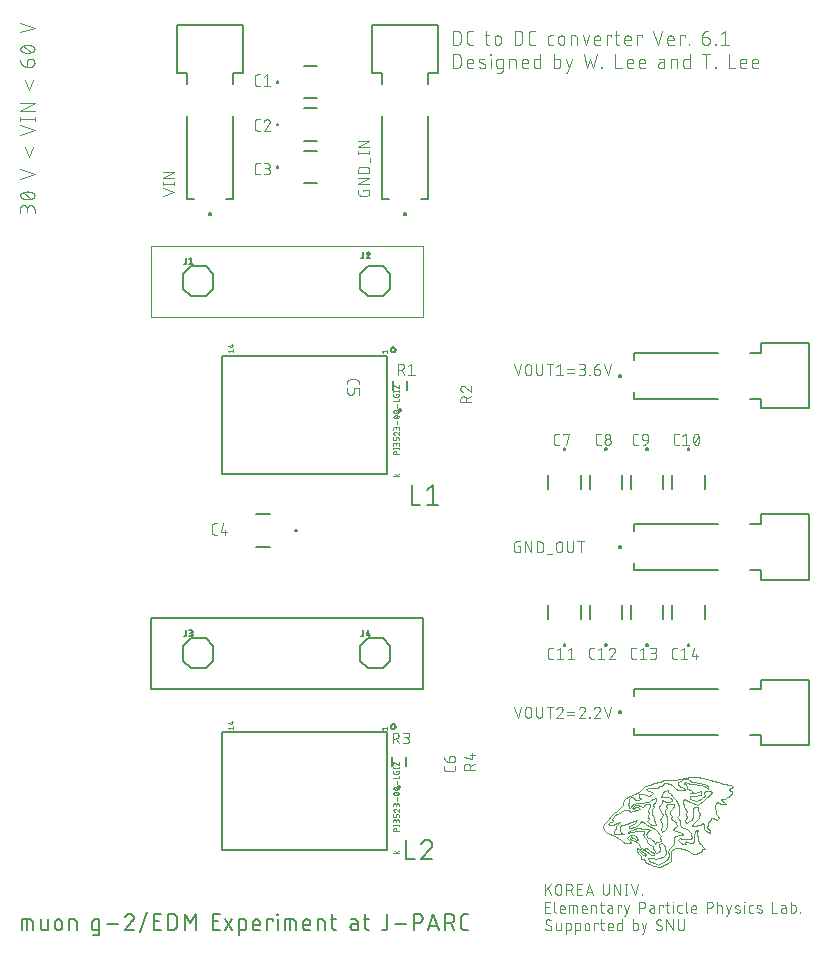
<source format=gbr>
G04 EAGLE Gerber RS-274X export*
G75*
%MOMM*%
%FSLAX34Y34*%
%LPD*%
%INSilkscreen Top*%
%IPPOS*%
%AMOC8*
5,1,8,0,0,1.08239X$1,22.5*%
G01*
%ADD10C,0.100000*%
%ADD11C,0.076200*%
%ADD12C,0.101600*%
%ADD13C,0.152400*%
%ADD14C,0.127000*%
%ADD15C,0.050800*%
%ADD16C,0.200000*%
%ADD17C,0.203200*%


D10*
X606463Y143845D02*
X608763Y143605D01*
X611163Y143255D01*
X612663Y142075D01*
X611263Y140655D01*
X609063Y139825D01*
X610163Y138415D01*
X611863Y137935D01*
X612263Y135925D01*
X610163Y134865D01*
X609563Y133335D01*
X607263Y132855D01*
X605763Y131915D01*
X602863Y131445D01*
X603063Y129905D01*
X604763Y129075D01*
X606463Y127545D01*
X604263Y127185D01*
X602223Y127665D01*
X600483Y128255D01*
X598893Y128845D01*
X597943Y127665D01*
X597783Y126365D01*
X597303Y124945D01*
X597623Y123295D01*
X598573Y121995D01*
X598573Y120215D01*
X598733Y118685D01*
X599683Y117505D01*
X600793Y115845D01*
X599363Y114075D01*
X597143Y114315D01*
X596193Y115615D01*
X594293Y115255D01*
X594293Y113955D01*
X592063Y112895D01*
X591433Y111005D01*
X591273Y109585D01*
X591113Y108175D01*
X591753Y106515D01*
X592863Y104985D01*
X593493Y102735D01*
X591273Y103215D01*
X589843Y104505D01*
X588413Y106045D01*
X587943Y107345D01*
X587783Y108885D01*
X587783Y110065D01*
X586673Y111365D01*
X585243Y109825D01*
X583173Y109705D01*
X581273Y108995D01*
X579513Y108645D01*
X577943Y108995D01*
X578733Y110655D01*
X580793Y112425D01*
X582543Y113845D01*
X583653Y115495D01*
X584133Y116915D01*
X584443Y118445D01*
X584293Y120335D01*
X583493Y121635D01*
X583173Y123175D01*
X583173Y124475D01*
X581433Y124945D01*
X579363Y124705D01*
X578573Y123175D01*
X578733Y121875D01*
X578893Y120215D01*
X578893Y116555D01*
X578093Y115015D01*
X577623Y113845D01*
X575873Y112645D01*
X573973Y111585D01*
X572223Y111835D01*
X572223Y113725D01*
X573023Y115015D01*
X573813Y116425D01*
X573333Y117855D01*
X573333Y119515D01*
X573493Y120815D01*
X573333Y122225D01*
X572053Y123645D01*
X571273Y125065D01*
X571273Y126715D01*
X570793Y128365D01*
X570163Y129905D01*
X570943Y131205D01*
X572863Y130965D01*
X574603Y130145D01*
X576353Y128845D01*
X578893Y128015D01*
X580793Y127305D01*
X583493Y126835D01*
X585083Y127885D01*
X586353Y129305D01*
X587943Y130495D01*
X589213Y131675D01*
X590953Y133215D01*
X592543Y134395D01*
X593493Y135695D01*
X595083Y136635D01*
X593973Y137935D01*
X591113Y138295D01*
X588733Y137935D01*
X588253Y136285D01*
X589363Y134035D01*
X587463Y132975D01*
X585873Y131915D01*
X583973Y130855D01*
X581753Y130145D01*
X578733Y130375D01*
X576673Y131795D01*
X576353Y133685D01*
X578733Y134155D01*
X581433Y134155D01*
X583653Y134635D01*
X585403Y135105D01*
X585873Y136525D01*
X585563Y138055D01*
X583493Y137345D01*
X580323Y136635D01*
X576673Y136525D01*
X578573Y137465D01*
X576833Y139235D01*
X574133Y139945D01*
X573493Y141835D01*
X573333Y144075D01*
X571113Y144555D01*
X572223Y145735D01*
X574603Y145265D01*
X576353Y143965D01*
X578253Y143845D01*
X580483Y143845D01*
X582863Y143375D01*
X585403Y143135D01*
X587943Y142545D01*
X589843Y141365D01*
X591433Y140285D01*
X591753Y141835D01*
X590323Y143015D01*
X588573Y144195D01*
X586983Y144555D01*
X584923Y145145D01*
X582863Y145265D01*
X580953Y145615D01*
X579053Y145735D01*
X577293Y146325D01*
X576673Y147845D01*
X574133Y148095D01*
X570633Y148095D01*
X568413Y146915D01*
X566193Y146205D01*
X566193Y144315D01*
X567303Y142665D01*
X568893Y141835D01*
X571113Y140655D01*
X571903Y139005D01*
X569213Y139235D01*
X566513Y139355D01*
X564293Y140185D01*
X562383Y141715D01*
X561433Y143375D01*
X559053Y144555D01*
X556193Y145025D01*
X554133Y144905D01*
X553653Y143375D01*
X551593Y142665D01*
X550003Y142665D01*
X549053Y141245D01*
X546033Y140655D01*
X543813Y141125D01*
X541273Y141125D01*
X539213Y139945D01*
X540633Y138645D01*
X542863Y138055D01*
X544603Y136405D01*
X543653Y134985D01*
X541593Y134035D01*
X539053Y134865D01*
X536833Y136155D01*
X533023Y136155D01*
X533323Y134275D01*
X533023Y132625D01*
X535243Y132745D01*
X535083Y131555D01*
X532213Y131085D01*
X530633Y130965D01*
X528733Y131315D01*
X528413Y133095D01*
X526673Y132855D01*
X524293Y131915D01*
X524293Y130375D01*
X524443Y128845D01*
X523973Y127075D01*
X524293Y125775D01*
X524293Y123995D01*
X525873Y123525D01*
X526513Y125185D01*
X527463Y126365D01*
X528893Y127665D01*
X531273Y128015D01*
X533653Y128015D01*
X536353Y128365D01*
X539213Y128965D01*
X541433Y129195D01*
X543493Y130735D01*
X545083Y131795D01*
X547303Y132505D01*
X547943Y130855D01*
X546983Y128015D01*
X545083Y127665D01*
X545083Y126365D01*
X545713Y124355D01*
X544443Y122705D01*
X544293Y120815D01*
X543813Y118925D01*
X545083Y117505D01*
X546033Y115965D01*
X545563Y113955D01*
X546353Y112185D01*
X547463Y109825D01*
X544443Y109475D01*
X542703Y110065D01*
X541433Y111365D01*
X540163Y112775D01*
X541753Y114315D01*
X540483Y115965D01*
X540633Y117385D01*
X541433Y119625D01*
X540953Y121405D01*
X541433Y123525D01*
X542543Y125185D01*
X542703Y126955D01*
X538563Y127425D01*
X537143Y125775D01*
X536193Y124475D01*
X534133Y125535D01*
X532383Y126245D01*
X530163Y126245D01*
X528253Y125185D01*
X527463Y123525D01*
X529053Y123175D01*
X530163Y124595D01*
X532213Y124355D01*
X533813Y122815D01*
X531593Y122345D01*
X528253Y121405D01*
X525713Y120925D01*
X524603Y122105D01*
X522853Y122345D01*
X521273Y122345D01*
X518893Y121045D01*
X516983Y119985D01*
X514443Y118925D01*
X512543Y117735D01*
X511113Y115845D01*
X510473Y114545D01*
X511113Y113255D01*
X510633Y111955D01*
X508573Y111955D01*
X507303Y110415D01*
X508883Y109235D01*
X511113Y109355D01*
X512703Y110295D01*
X514133Y111475D01*
X517143Y112185D01*
X516023Y110885D01*
X513813Y108645D01*
X513653Y107105D01*
X513173Y105695D01*
X512383Y104505D01*
X511743Y103325D01*
X512383Y102145D01*
X514293Y101795D01*
X516023Y101555D01*
X518253Y101555D01*
X520323Y102265D01*
X518253Y103095D01*
X516983Y105575D01*
X517463Y107695D01*
X518093Y109115D01*
X520003Y109235D01*
X523023Y110775D01*
X526033Y112065D01*
X529363Y113015D01*
X531753Y113485D01*
X529683Y111475D01*
X527143Y109475D01*
X524763Y108525D01*
X524443Y106875D01*
X526513Y107225D01*
X529843Y108175D01*
X532383Y109585D01*
X533653Y111475D01*
X535243Y112775D01*
X538093Y111125D01*
X540323Y109585D01*
X543653Y107455D01*
X546513Y106045D01*
X548893Y103565D01*
X549683Y102025D01*
X551433Y100495D01*
X551273Y98955D01*
X551903Y96005D01*
X549523Y95065D01*
X547623Y95065D01*
X546353Y93765D01*
X545563Y95765D01*
X544293Y97185D01*
X542863Y98365D01*
X541113Y98835D01*
X538733Y101325D01*
X539523Y102615D01*
X541113Y104155D01*
X543023Y105335D01*
X540323Y106285D01*
X536033Y106395D01*
X533813Y106875D01*
X531753Y107105D01*
X529683Y106395D01*
X527463Y105215D01*
X524443Y104275D01*
X523813Y102855D01*
X526193Y103445D01*
X527943Y104025D01*
X530793Y104395D01*
X532863Y104745D01*
X535243Y104625D01*
X537463Y104505D01*
X537143Y102975D01*
X536513Y101085D01*
X538093Y98835D01*
X539673Y96835D01*
X539673Y95065D01*
X541273Y93645D01*
X542863Y92465D01*
X544763Y91875D01*
X545243Y90095D01*
X545873Y88095D01*
X547303Y85965D01*
X550003Y86555D01*
X550633Y87975D01*
X550793Y89745D01*
X550483Y91875D01*
X550323Y93645D01*
X552703Y93875D01*
X554133Y92225D01*
X554763Y90925D01*
X555563Y89145D01*
X556353Y87145D01*
X556353Y85485D01*
X555403Y83955D01*
X553813Y82185D01*
X550483Y81235D01*
X547303Y80525D01*
X544603Y81475D01*
X541113Y81595D01*
X541593Y79465D01*
X543653Y77925D01*
X546353Y77215D01*
X549213Y76035D01*
X551593Y76985D01*
X554293Y78405D01*
X556353Y79705D01*
X557943Y80995D01*
X558243Y83835D01*
X558093Y87265D01*
X559213Y89985D01*
X560793Y91515D01*
X562543Y93645D01*
X562863Y95875D01*
X562383Y97425D01*
X562543Y99435D01*
X564763Y100135D01*
X567303Y100725D01*
X570003Y101325D01*
X569523Y102975D01*
X567303Y103915D01*
X564443Y104275D01*
X561903Y105215D01*
X562383Y106635D01*
X564293Y107585D01*
X564923Y108995D01*
X564593Y111235D01*
X563653Y113135D01*
X560953Y114075D01*
X560003Y115615D01*
X560793Y117035D01*
X559213Y119035D01*
X559683Y121515D01*
X562063Y123525D01*
X563023Y125655D01*
X562703Y127305D01*
X560483Y127425D01*
X557133Y127185D01*
X556193Y125295D01*
X556673Y123885D01*
X555083Y121875D01*
X555243Y120105D01*
X556023Y117975D01*
X556513Y116085D01*
X556983Y113955D01*
X556673Y111955D01*
X556513Y110065D01*
X556673Y107455D01*
X555243Y104985D01*
X552543Y103675D01*
X551903Y106285D01*
X552223Y108885D01*
X552383Y111365D01*
X550953Y113365D01*
X551753Y115615D01*
X553493Y117855D01*
X552223Y119985D01*
X551113Y121995D01*
X550323Y124945D01*
X551273Y126475D01*
X552223Y128485D01*
X553023Y130615D01*
X555713Y129075D01*
X558413Y128965D01*
X561113Y129785D01*
X561433Y130965D01*
X560163Y132265D01*
X557303Y132855D01*
X554133Y132975D01*
X552063Y132975D01*
X552383Y135225D01*
X553333Y137585D01*
X554923Y138645D01*
X557463Y139005D01*
X557943Y137585D01*
X560483Y135815D01*
X561273Y134155D01*
X562383Y132625D01*
X564293Y130495D01*
X564923Y128725D01*
X566673Y125415D01*
X566833Y122935D01*
X566673Y120335D01*
X566673Y118215D01*
X565563Y116325D01*
X566673Y115015D01*
X567623Y112545D01*
X567463Y110295D01*
X568573Y108175D01*
X571433Y107105D01*
X573653Y106045D01*
X575083Y104395D01*
X576833Y102855D01*
X577293Y101085D01*
X577943Y99435D01*
X577143Y97305D01*
X574443Y97425D01*
X571593Y97545D01*
X569363Y97425D01*
X567463Y98245D01*
X566513Y96955D01*
X567143Y95655D01*
X568573Y93985D01*
X570483Y93285D01*
X572863Y93285D01*
X572383Y94585D01*
X573023Y95875D01*
X575243Y94705D01*
X577943Y93985D01*
X579513Y95175D01*
X579843Y96955D01*
X579683Y99315D01*
X580003Y101085D01*
X580483Y103325D01*
X581113Y105575D01*
X582863Y105215D01*
X582543Y103805D01*
X582543Y101435D01*
X582703Y99545D01*
X583493Y97425D01*
X583813Y94705D01*
X585713Y93055D01*
X587623Y91165D01*
X589213Y89625D01*
X586513Y89035D01*
X586353Y87145D01*
X583023Y86205D01*
X581433Y84775D01*
X578573Y85135D01*
X576353Y86905D01*
X573493Y87975D01*
X570483Y88795D01*
X567303Y89985D01*
X563653Y90215D01*
X560633Y87855D01*
X560323Y85135D01*
X560633Y82185D01*
X560003Y79465D01*
X557623Y77335D01*
X554293Y75565D01*
X550793Y74045D01*
X544923Y74755D01*
X542223Y76155D01*
X539053Y77105D01*
X537943Y78875D01*
X537303Y80405D01*
X534763Y81115D01*
X534763Y83005D01*
X533323Y84775D01*
X532213Y86085D01*
X531103Y87615D01*
X531103Y88915D01*
X531273Y90455D01*
X532863Y89505D01*
X534763Y88915D01*
X533323Y87385D01*
X534763Y86085D01*
X535713Y84775D01*
X538093Y83595D01*
X539053Y84775D01*
X537303Y86085D01*
X535243Y87385D01*
X537143Y87975D01*
X539363Y87615D01*
X540163Y86435D01*
X541753Y85485D01*
X543653Y83835D01*
X545713Y84185D01*
X545713Y85485D01*
X543813Y86315D01*
X542063Y87505D01*
X540783Y88795D01*
X539213Y89865D01*
X537463Y89395D01*
X534763Y90095D01*
X534133Y91285D01*
X532863Y93525D01*
X531433Y94815D01*
X529843Y96005D01*
X527623Y96835D01*
X525243Y97775D01*
X526193Y99905D01*
X526983Y98605D01*
X528733Y98135D01*
X530793Y97185D01*
X532383Y96475D01*
X531103Y98485D01*
X530323Y100025D01*
X528083Y101325D01*
X525403Y101325D01*
X524443Y99905D01*
X523333Y98725D01*
X523653Y97305D01*
X525243Y95765D01*
X526353Y94585D01*
X523493Y94235D01*
X521433Y94235D01*
X519213Y95295D01*
X517783Y96595D01*
X515713Y98135D01*
X513813Y99075D01*
X510793Y100965D01*
X507463Y101795D01*
X505073Y103215D01*
X503173Y105335D01*
X502533Y107805D01*
X503173Y110065D01*
X505073Y112185D01*
X507463Y114195D01*
X508883Y116205D01*
X510153Y117975D01*
X511903Y119745D01*
X514763Y121405D01*
X516513Y123055D01*
X518093Y124945D01*
X519213Y126835D01*
X519363Y128365D01*
X520163Y130615D01*
X521743Y132505D01*
X525713Y134275D01*
X530163Y136155D01*
X533023Y137465D01*
X536033Y139705D01*
X538563Y142545D01*
X542703Y143715D01*
X546193Y145145D01*
X550793Y146085D01*
X554603Y147265D01*
X559683Y147845D01*
X563653Y147745D01*
X567623Y148685D01*
X572223Y149745D01*
X577293Y150225D01*
X582543Y150105D01*
X587463Y149275D01*
X593173Y147625D01*
X596673Y146915D01*
X599683Y145965D01*
X602383Y145145D01*
X604463Y144425D01*
X606463Y143845D01*
D11*
X453814Y59619D02*
X453814Y50381D01*
X453814Y53974D02*
X458946Y59619D01*
X455867Y56026D02*
X458946Y50381D01*
X462384Y52947D02*
X462384Y57053D01*
X462386Y57152D01*
X462392Y57252D01*
X462401Y57351D01*
X462415Y57449D01*
X462432Y57547D01*
X462453Y57645D01*
X462478Y57741D01*
X462507Y57836D01*
X462539Y57931D01*
X462575Y58023D01*
X462614Y58115D01*
X462657Y58205D01*
X462703Y58293D01*
X462753Y58379D01*
X462806Y58463D01*
X462862Y58545D01*
X462922Y58625D01*
X462984Y58702D01*
X463050Y58777D01*
X463118Y58850D01*
X463189Y58919D01*
X463263Y58986D01*
X463339Y59050D01*
X463418Y59111D01*
X463499Y59169D01*
X463582Y59224D01*
X463667Y59275D01*
X463754Y59323D01*
X463843Y59368D01*
X463934Y59409D01*
X464026Y59447D01*
X464119Y59481D01*
X464214Y59511D01*
X464310Y59538D01*
X464407Y59561D01*
X464504Y59580D01*
X464603Y59595D01*
X464702Y59607D01*
X464801Y59615D01*
X464900Y59619D01*
X465000Y59619D01*
X465099Y59615D01*
X465198Y59607D01*
X465297Y59595D01*
X465396Y59580D01*
X465493Y59561D01*
X465590Y59538D01*
X465686Y59511D01*
X465781Y59481D01*
X465874Y59447D01*
X465966Y59409D01*
X466057Y59368D01*
X466146Y59323D01*
X466233Y59275D01*
X466318Y59224D01*
X466401Y59169D01*
X466482Y59111D01*
X466561Y59050D01*
X466637Y58986D01*
X466711Y58919D01*
X466782Y58850D01*
X466850Y58777D01*
X466916Y58702D01*
X466978Y58625D01*
X467038Y58545D01*
X467094Y58463D01*
X467147Y58379D01*
X467197Y58293D01*
X467243Y58205D01*
X467286Y58115D01*
X467325Y58023D01*
X467361Y57931D01*
X467393Y57836D01*
X467422Y57741D01*
X467447Y57645D01*
X467468Y57547D01*
X467485Y57449D01*
X467499Y57351D01*
X467508Y57252D01*
X467514Y57152D01*
X467516Y57053D01*
X467516Y52947D01*
X467514Y52848D01*
X467508Y52748D01*
X467499Y52649D01*
X467485Y52551D01*
X467468Y52453D01*
X467447Y52355D01*
X467422Y52259D01*
X467393Y52164D01*
X467361Y52069D01*
X467325Y51977D01*
X467286Y51885D01*
X467243Y51795D01*
X467197Y51707D01*
X467147Y51621D01*
X467094Y51537D01*
X467038Y51455D01*
X466978Y51375D01*
X466916Y51298D01*
X466850Y51223D01*
X466782Y51150D01*
X466711Y51081D01*
X466637Y51014D01*
X466561Y50950D01*
X466482Y50889D01*
X466401Y50831D01*
X466318Y50776D01*
X466233Y50725D01*
X466146Y50677D01*
X466057Y50632D01*
X465966Y50591D01*
X465874Y50553D01*
X465781Y50519D01*
X465686Y50489D01*
X465590Y50462D01*
X465493Y50439D01*
X465396Y50420D01*
X465297Y50405D01*
X465198Y50393D01*
X465099Y50385D01*
X465000Y50381D01*
X464900Y50381D01*
X464801Y50385D01*
X464702Y50393D01*
X464603Y50405D01*
X464504Y50420D01*
X464407Y50439D01*
X464310Y50462D01*
X464214Y50489D01*
X464119Y50519D01*
X464026Y50553D01*
X463934Y50591D01*
X463843Y50632D01*
X463754Y50677D01*
X463667Y50725D01*
X463582Y50776D01*
X463499Y50831D01*
X463418Y50889D01*
X463339Y50950D01*
X463263Y51014D01*
X463189Y51081D01*
X463118Y51150D01*
X463050Y51223D01*
X462984Y51298D01*
X462922Y51375D01*
X462862Y51455D01*
X462806Y51537D01*
X462753Y51621D01*
X462703Y51707D01*
X462657Y51795D01*
X462614Y51885D01*
X462575Y51977D01*
X462539Y52069D01*
X462507Y52164D01*
X462478Y52259D01*
X462453Y52355D01*
X462432Y52453D01*
X462415Y52551D01*
X462401Y52649D01*
X462392Y52748D01*
X462386Y52848D01*
X462384Y52947D01*
X471741Y50381D02*
X471741Y59619D01*
X474307Y59619D01*
X474406Y59617D01*
X474506Y59611D01*
X474605Y59602D01*
X474703Y59588D01*
X474801Y59571D01*
X474899Y59550D01*
X474995Y59525D01*
X475090Y59496D01*
X475185Y59464D01*
X475277Y59428D01*
X475369Y59389D01*
X475459Y59346D01*
X475547Y59300D01*
X475633Y59250D01*
X475717Y59197D01*
X475799Y59141D01*
X475879Y59081D01*
X475956Y59019D01*
X476031Y58953D01*
X476104Y58885D01*
X476173Y58814D01*
X476240Y58740D01*
X476304Y58664D01*
X476365Y58585D01*
X476423Y58504D01*
X476478Y58421D01*
X476529Y58336D01*
X476577Y58249D01*
X476622Y58160D01*
X476663Y58069D01*
X476701Y57977D01*
X476735Y57884D01*
X476765Y57789D01*
X476792Y57693D01*
X476815Y57596D01*
X476834Y57499D01*
X476849Y57400D01*
X476861Y57301D01*
X476869Y57202D01*
X476873Y57103D01*
X476873Y57003D01*
X476869Y56904D01*
X476861Y56805D01*
X476849Y56706D01*
X476834Y56607D01*
X476815Y56510D01*
X476792Y56413D01*
X476765Y56317D01*
X476735Y56222D01*
X476701Y56129D01*
X476663Y56037D01*
X476622Y55946D01*
X476577Y55857D01*
X476529Y55770D01*
X476478Y55685D01*
X476423Y55602D01*
X476365Y55521D01*
X476304Y55442D01*
X476240Y55366D01*
X476173Y55292D01*
X476104Y55221D01*
X476031Y55153D01*
X475956Y55087D01*
X475879Y55025D01*
X475799Y54965D01*
X475717Y54909D01*
X475633Y54856D01*
X475547Y54806D01*
X475459Y54760D01*
X475369Y54717D01*
X475277Y54678D01*
X475185Y54642D01*
X475090Y54610D01*
X474995Y54581D01*
X474899Y54556D01*
X474801Y54535D01*
X474703Y54518D01*
X474605Y54504D01*
X474506Y54495D01*
X474406Y54489D01*
X474307Y54487D01*
X471741Y54487D01*
X474820Y54487D02*
X476873Y50381D01*
X481001Y50381D02*
X485107Y50381D01*
X481001Y50381D02*
X481001Y59619D01*
X485107Y59619D01*
X484081Y55513D02*
X481001Y55513D01*
X487971Y50381D02*
X491050Y59619D01*
X494129Y50381D01*
X493360Y52691D02*
X488741Y52691D01*
X502584Y52947D02*
X502584Y59619D01*
X502584Y52947D02*
X502586Y52848D01*
X502592Y52748D01*
X502601Y52649D01*
X502615Y52551D01*
X502632Y52453D01*
X502653Y52355D01*
X502678Y52259D01*
X502707Y52164D01*
X502739Y52069D01*
X502775Y51977D01*
X502814Y51885D01*
X502857Y51795D01*
X502903Y51707D01*
X502953Y51621D01*
X503006Y51537D01*
X503062Y51455D01*
X503122Y51375D01*
X503184Y51298D01*
X503250Y51223D01*
X503318Y51150D01*
X503389Y51081D01*
X503463Y51014D01*
X503539Y50950D01*
X503618Y50889D01*
X503699Y50831D01*
X503782Y50776D01*
X503867Y50725D01*
X503954Y50677D01*
X504043Y50632D01*
X504134Y50591D01*
X504226Y50553D01*
X504319Y50519D01*
X504414Y50489D01*
X504510Y50462D01*
X504607Y50439D01*
X504704Y50420D01*
X504803Y50405D01*
X504902Y50393D01*
X505001Y50385D01*
X505100Y50381D01*
X505200Y50381D01*
X505299Y50385D01*
X505398Y50393D01*
X505497Y50405D01*
X505596Y50420D01*
X505693Y50439D01*
X505790Y50462D01*
X505886Y50489D01*
X505981Y50519D01*
X506074Y50553D01*
X506166Y50591D01*
X506257Y50632D01*
X506346Y50677D01*
X506433Y50725D01*
X506518Y50776D01*
X506601Y50831D01*
X506682Y50889D01*
X506761Y50950D01*
X506837Y51014D01*
X506911Y51081D01*
X506982Y51150D01*
X507050Y51223D01*
X507116Y51298D01*
X507178Y51375D01*
X507238Y51455D01*
X507294Y51537D01*
X507347Y51621D01*
X507397Y51707D01*
X507443Y51795D01*
X507486Y51885D01*
X507525Y51977D01*
X507561Y52069D01*
X507593Y52164D01*
X507622Y52259D01*
X507647Y52355D01*
X507668Y52453D01*
X507685Y52551D01*
X507699Y52649D01*
X507708Y52748D01*
X507714Y52848D01*
X507716Y52947D01*
X507716Y59619D01*
X512184Y59619D02*
X512184Y50381D01*
X517316Y50381D02*
X512184Y59619D01*
X517316Y59619D02*
X517316Y50381D01*
X522250Y50381D02*
X522250Y59619D01*
X521224Y50381D02*
X523276Y50381D01*
X523276Y59619D02*
X521224Y59619D01*
X526371Y59619D02*
X529450Y50381D01*
X532529Y59619D01*
X535493Y50894D02*
X535493Y50381D01*
X535493Y50894D02*
X536007Y50894D01*
X536007Y50381D01*
X535493Y50381D01*
X457920Y35381D02*
X453814Y35381D01*
X453814Y44619D01*
X457920Y44619D01*
X456894Y40513D02*
X453814Y40513D01*
X461332Y36921D02*
X461332Y44619D01*
X461332Y36921D02*
X461334Y36845D01*
X461339Y36770D01*
X461349Y36695D01*
X461362Y36621D01*
X461378Y36547D01*
X461398Y36474D01*
X461422Y36402D01*
X461449Y36332D01*
X461480Y36263D01*
X461514Y36195D01*
X461551Y36129D01*
X461592Y36065D01*
X461635Y36004D01*
X461682Y35944D01*
X461731Y35887D01*
X461783Y35832D01*
X461838Y35780D01*
X461895Y35731D01*
X461955Y35684D01*
X462016Y35641D01*
X462080Y35600D01*
X462146Y35563D01*
X462214Y35529D01*
X462283Y35498D01*
X462353Y35471D01*
X462425Y35447D01*
X462498Y35427D01*
X462572Y35411D01*
X462646Y35398D01*
X462721Y35388D01*
X462796Y35383D01*
X462872Y35381D01*
X467550Y35381D02*
X470116Y35381D01*
X467550Y35381D02*
X467474Y35383D01*
X467399Y35388D01*
X467324Y35398D01*
X467250Y35411D01*
X467176Y35427D01*
X467103Y35447D01*
X467031Y35471D01*
X466961Y35498D01*
X466892Y35529D01*
X466824Y35563D01*
X466758Y35600D01*
X466694Y35641D01*
X466633Y35684D01*
X466573Y35731D01*
X466516Y35780D01*
X466461Y35832D01*
X466409Y35887D01*
X466360Y35944D01*
X466313Y36004D01*
X466270Y36065D01*
X466229Y36129D01*
X466192Y36195D01*
X466158Y36263D01*
X466127Y36332D01*
X466100Y36402D01*
X466076Y36474D01*
X466056Y36547D01*
X466040Y36621D01*
X466027Y36695D01*
X466017Y36770D01*
X466012Y36845D01*
X466010Y36921D01*
X466010Y39487D01*
X466012Y39577D01*
X466018Y39666D01*
X466028Y39755D01*
X466041Y39843D01*
X466059Y39931D01*
X466080Y40018D01*
X466105Y40104D01*
X466134Y40189D01*
X466166Y40273D01*
X466202Y40355D01*
X466242Y40435D01*
X466285Y40514D01*
X466332Y40590D01*
X466381Y40665D01*
X466434Y40737D01*
X466490Y40807D01*
X466549Y40874D01*
X466611Y40939D01*
X466676Y41001D01*
X466743Y41060D01*
X466813Y41116D01*
X466885Y41169D01*
X466960Y41218D01*
X467037Y41265D01*
X467115Y41308D01*
X467195Y41348D01*
X467277Y41384D01*
X467361Y41416D01*
X467446Y41445D01*
X467532Y41470D01*
X467619Y41491D01*
X467707Y41509D01*
X467795Y41522D01*
X467884Y41532D01*
X467973Y41538D01*
X468063Y41540D01*
X468153Y41538D01*
X468242Y41532D01*
X468331Y41522D01*
X468419Y41509D01*
X468507Y41491D01*
X468594Y41470D01*
X468680Y41445D01*
X468765Y41416D01*
X468849Y41384D01*
X468931Y41348D01*
X469011Y41308D01*
X469090Y41265D01*
X469166Y41218D01*
X469241Y41169D01*
X469313Y41116D01*
X469383Y41060D01*
X469450Y41001D01*
X469515Y40939D01*
X469577Y40874D01*
X469636Y40807D01*
X469692Y40737D01*
X469745Y40665D01*
X469794Y40590D01*
X469841Y40514D01*
X469884Y40435D01*
X469924Y40355D01*
X469960Y40273D01*
X469992Y40189D01*
X470021Y40104D01*
X470046Y40018D01*
X470067Y39931D01*
X470085Y39843D01*
X470098Y39755D01*
X470108Y39666D01*
X470114Y39577D01*
X470116Y39487D01*
X470116Y38460D01*
X466010Y38460D01*
X474284Y35381D02*
X474284Y41540D01*
X478903Y41540D01*
X478979Y41538D01*
X479054Y41533D01*
X479129Y41523D01*
X479203Y41510D01*
X479277Y41494D01*
X479350Y41474D01*
X479422Y41450D01*
X479492Y41423D01*
X479561Y41392D01*
X479629Y41358D01*
X479695Y41321D01*
X479759Y41280D01*
X479820Y41237D01*
X479880Y41190D01*
X479937Y41141D01*
X479992Y41089D01*
X480044Y41034D01*
X480093Y40977D01*
X480140Y40917D01*
X480183Y40856D01*
X480224Y40792D01*
X480261Y40726D01*
X480295Y40658D01*
X480326Y40589D01*
X480353Y40519D01*
X480377Y40447D01*
X480397Y40374D01*
X480413Y40300D01*
X480426Y40226D01*
X480436Y40151D01*
X480441Y40076D01*
X480443Y40000D01*
X480442Y40000D02*
X480442Y35381D01*
X477363Y35381D02*
X477363Y41540D01*
X486150Y35381D02*
X488716Y35381D01*
X486150Y35381D02*
X486074Y35383D01*
X485999Y35388D01*
X485924Y35398D01*
X485850Y35411D01*
X485776Y35427D01*
X485703Y35447D01*
X485631Y35471D01*
X485561Y35498D01*
X485492Y35529D01*
X485424Y35563D01*
X485358Y35600D01*
X485294Y35641D01*
X485233Y35684D01*
X485173Y35731D01*
X485116Y35780D01*
X485061Y35832D01*
X485009Y35887D01*
X484960Y35944D01*
X484913Y36004D01*
X484870Y36065D01*
X484829Y36129D01*
X484792Y36195D01*
X484758Y36263D01*
X484727Y36332D01*
X484700Y36402D01*
X484676Y36474D01*
X484656Y36547D01*
X484640Y36621D01*
X484627Y36695D01*
X484617Y36770D01*
X484612Y36845D01*
X484610Y36921D01*
X484610Y39487D01*
X484612Y39577D01*
X484618Y39666D01*
X484628Y39755D01*
X484641Y39843D01*
X484659Y39931D01*
X484680Y40018D01*
X484705Y40104D01*
X484734Y40189D01*
X484766Y40273D01*
X484802Y40355D01*
X484842Y40435D01*
X484885Y40514D01*
X484932Y40590D01*
X484981Y40665D01*
X485034Y40737D01*
X485090Y40807D01*
X485149Y40874D01*
X485211Y40939D01*
X485276Y41001D01*
X485343Y41060D01*
X485413Y41116D01*
X485485Y41169D01*
X485560Y41218D01*
X485637Y41265D01*
X485715Y41308D01*
X485795Y41348D01*
X485877Y41384D01*
X485961Y41416D01*
X486046Y41445D01*
X486132Y41470D01*
X486219Y41491D01*
X486307Y41509D01*
X486395Y41522D01*
X486484Y41532D01*
X486573Y41538D01*
X486663Y41540D01*
X486753Y41538D01*
X486842Y41532D01*
X486931Y41522D01*
X487019Y41509D01*
X487107Y41491D01*
X487194Y41470D01*
X487280Y41445D01*
X487365Y41416D01*
X487449Y41384D01*
X487531Y41348D01*
X487611Y41308D01*
X487690Y41265D01*
X487766Y41218D01*
X487841Y41169D01*
X487913Y41116D01*
X487983Y41060D01*
X488050Y41001D01*
X488115Y40939D01*
X488177Y40874D01*
X488236Y40807D01*
X488292Y40737D01*
X488345Y40665D01*
X488394Y40590D01*
X488441Y40514D01*
X488484Y40435D01*
X488524Y40355D01*
X488560Y40273D01*
X488592Y40189D01*
X488621Y40104D01*
X488646Y40018D01*
X488667Y39931D01*
X488685Y39843D01*
X488698Y39755D01*
X488708Y39666D01*
X488714Y39577D01*
X488716Y39487D01*
X488716Y38460D01*
X484610Y38460D01*
X492710Y35381D02*
X492710Y41540D01*
X495276Y41540D01*
X495352Y41538D01*
X495427Y41533D01*
X495502Y41523D01*
X495576Y41510D01*
X495650Y41494D01*
X495723Y41474D01*
X495795Y41450D01*
X495865Y41423D01*
X495934Y41392D01*
X496002Y41358D01*
X496068Y41321D01*
X496132Y41280D01*
X496193Y41237D01*
X496253Y41190D01*
X496310Y41141D01*
X496365Y41089D01*
X496417Y41034D01*
X496466Y40977D01*
X496513Y40917D01*
X496556Y40856D01*
X496597Y40792D01*
X496634Y40726D01*
X496668Y40658D01*
X496699Y40589D01*
X496726Y40519D01*
X496750Y40447D01*
X496770Y40374D01*
X496786Y40300D01*
X496799Y40226D01*
X496809Y40151D01*
X496814Y40076D01*
X496816Y40000D01*
X496816Y35381D01*
X500052Y41540D02*
X503132Y41540D01*
X501079Y44619D02*
X501079Y36921D01*
X501078Y36921D02*
X501080Y36845D01*
X501085Y36770D01*
X501095Y36695D01*
X501108Y36621D01*
X501124Y36547D01*
X501144Y36474D01*
X501168Y36402D01*
X501195Y36332D01*
X501226Y36263D01*
X501260Y36195D01*
X501297Y36129D01*
X501338Y36065D01*
X501381Y36004D01*
X501428Y35944D01*
X501477Y35887D01*
X501529Y35832D01*
X501584Y35780D01*
X501641Y35731D01*
X501701Y35684D01*
X501762Y35641D01*
X501826Y35600D01*
X501892Y35563D01*
X501960Y35529D01*
X502029Y35498D01*
X502099Y35471D01*
X502171Y35447D01*
X502244Y35427D01*
X502318Y35411D01*
X502392Y35398D01*
X502467Y35388D01*
X502542Y35383D01*
X502618Y35381D01*
X503132Y35381D01*
X508261Y38974D02*
X510570Y38974D01*
X508261Y38973D02*
X508178Y38971D01*
X508095Y38965D01*
X508013Y38956D01*
X507931Y38942D01*
X507850Y38925D01*
X507770Y38904D01*
X507690Y38880D01*
X507612Y38852D01*
X507536Y38820D01*
X507460Y38785D01*
X507387Y38746D01*
X507316Y38704D01*
X507246Y38659D01*
X507179Y38610D01*
X507114Y38559D01*
X507051Y38504D01*
X506991Y38447D01*
X506934Y38387D01*
X506879Y38324D01*
X506828Y38259D01*
X506779Y38192D01*
X506734Y38122D01*
X506692Y38051D01*
X506653Y37978D01*
X506618Y37902D01*
X506586Y37826D01*
X506558Y37748D01*
X506534Y37668D01*
X506513Y37588D01*
X506496Y37507D01*
X506482Y37425D01*
X506473Y37343D01*
X506467Y37260D01*
X506465Y37177D01*
X506467Y37094D01*
X506473Y37011D01*
X506482Y36929D01*
X506496Y36847D01*
X506513Y36766D01*
X506534Y36686D01*
X506558Y36606D01*
X506586Y36528D01*
X506618Y36452D01*
X506653Y36376D01*
X506692Y36303D01*
X506734Y36232D01*
X506779Y36162D01*
X506828Y36095D01*
X506879Y36030D01*
X506934Y35967D01*
X506991Y35907D01*
X507051Y35850D01*
X507114Y35795D01*
X507179Y35744D01*
X507246Y35695D01*
X507316Y35650D01*
X507387Y35608D01*
X507460Y35569D01*
X507536Y35534D01*
X507612Y35502D01*
X507690Y35474D01*
X507770Y35450D01*
X507850Y35429D01*
X507931Y35412D01*
X508013Y35398D01*
X508095Y35389D01*
X508178Y35383D01*
X508261Y35381D01*
X510570Y35381D01*
X510570Y40000D01*
X510571Y40000D02*
X510569Y40076D01*
X510564Y40151D01*
X510554Y40226D01*
X510541Y40300D01*
X510525Y40374D01*
X510505Y40447D01*
X510481Y40519D01*
X510454Y40589D01*
X510423Y40658D01*
X510389Y40726D01*
X510352Y40792D01*
X510311Y40856D01*
X510268Y40917D01*
X510221Y40977D01*
X510172Y41034D01*
X510120Y41089D01*
X510065Y41141D01*
X510008Y41190D01*
X509948Y41237D01*
X509887Y41280D01*
X509823Y41321D01*
X509757Y41358D01*
X509689Y41392D01*
X509620Y41423D01*
X509550Y41450D01*
X509478Y41474D01*
X509405Y41494D01*
X509331Y41510D01*
X509257Y41523D01*
X509182Y41533D01*
X509107Y41538D01*
X509031Y41540D01*
X506978Y41540D01*
X514961Y41540D02*
X514961Y35381D01*
X514961Y41540D02*
X518040Y41540D01*
X518040Y40513D01*
X520610Y32302D02*
X521636Y32302D01*
X524716Y41540D01*
X520610Y41540D02*
X522663Y35381D01*
X533427Y35381D02*
X533427Y44619D01*
X535993Y44619D01*
X536092Y44617D01*
X536192Y44611D01*
X536291Y44602D01*
X536389Y44588D01*
X536487Y44571D01*
X536585Y44550D01*
X536681Y44525D01*
X536776Y44496D01*
X536871Y44464D01*
X536963Y44428D01*
X537055Y44389D01*
X537145Y44346D01*
X537233Y44300D01*
X537319Y44250D01*
X537403Y44197D01*
X537485Y44141D01*
X537565Y44081D01*
X537642Y44019D01*
X537717Y43953D01*
X537790Y43885D01*
X537859Y43814D01*
X537926Y43740D01*
X537990Y43664D01*
X538051Y43585D01*
X538109Y43504D01*
X538164Y43421D01*
X538215Y43336D01*
X538263Y43249D01*
X538308Y43160D01*
X538349Y43069D01*
X538387Y42977D01*
X538421Y42884D01*
X538451Y42789D01*
X538478Y42693D01*
X538501Y42596D01*
X538520Y42499D01*
X538535Y42400D01*
X538547Y42301D01*
X538555Y42202D01*
X538559Y42103D01*
X538559Y42003D01*
X538555Y41904D01*
X538547Y41805D01*
X538535Y41706D01*
X538520Y41607D01*
X538501Y41510D01*
X538478Y41413D01*
X538451Y41317D01*
X538421Y41222D01*
X538387Y41129D01*
X538349Y41037D01*
X538308Y40946D01*
X538263Y40857D01*
X538215Y40770D01*
X538164Y40685D01*
X538109Y40602D01*
X538051Y40521D01*
X537990Y40442D01*
X537926Y40366D01*
X537859Y40292D01*
X537790Y40221D01*
X537717Y40153D01*
X537642Y40087D01*
X537565Y40025D01*
X537485Y39965D01*
X537403Y39909D01*
X537319Y39856D01*
X537233Y39806D01*
X537145Y39760D01*
X537055Y39717D01*
X536963Y39678D01*
X536871Y39642D01*
X536776Y39610D01*
X536681Y39581D01*
X536585Y39556D01*
X536487Y39535D01*
X536389Y39518D01*
X536291Y39504D01*
X536192Y39495D01*
X536092Y39489D01*
X535993Y39487D01*
X533427Y39487D01*
X543661Y38974D02*
X545970Y38974D01*
X543661Y38973D02*
X543578Y38971D01*
X543495Y38965D01*
X543413Y38956D01*
X543331Y38942D01*
X543250Y38925D01*
X543170Y38904D01*
X543090Y38880D01*
X543012Y38852D01*
X542936Y38820D01*
X542860Y38785D01*
X542787Y38746D01*
X542716Y38704D01*
X542646Y38659D01*
X542579Y38610D01*
X542514Y38559D01*
X542451Y38504D01*
X542391Y38447D01*
X542334Y38387D01*
X542279Y38324D01*
X542228Y38259D01*
X542179Y38192D01*
X542134Y38122D01*
X542092Y38051D01*
X542053Y37978D01*
X542018Y37902D01*
X541986Y37826D01*
X541958Y37748D01*
X541934Y37668D01*
X541913Y37588D01*
X541896Y37507D01*
X541882Y37425D01*
X541873Y37343D01*
X541867Y37260D01*
X541865Y37177D01*
X541867Y37094D01*
X541873Y37011D01*
X541882Y36929D01*
X541896Y36847D01*
X541913Y36766D01*
X541934Y36686D01*
X541958Y36606D01*
X541986Y36528D01*
X542018Y36452D01*
X542053Y36376D01*
X542092Y36303D01*
X542134Y36232D01*
X542179Y36162D01*
X542228Y36095D01*
X542279Y36030D01*
X542334Y35967D01*
X542391Y35907D01*
X542451Y35850D01*
X542514Y35795D01*
X542579Y35744D01*
X542646Y35695D01*
X542716Y35650D01*
X542787Y35608D01*
X542860Y35569D01*
X542936Y35534D01*
X543012Y35502D01*
X543090Y35474D01*
X543170Y35450D01*
X543250Y35429D01*
X543331Y35412D01*
X543413Y35398D01*
X543495Y35389D01*
X543578Y35383D01*
X543661Y35381D01*
X545970Y35381D01*
X545970Y40000D01*
X545971Y40000D02*
X545969Y40076D01*
X545964Y40151D01*
X545954Y40226D01*
X545941Y40300D01*
X545925Y40374D01*
X545905Y40447D01*
X545881Y40519D01*
X545854Y40589D01*
X545823Y40658D01*
X545789Y40726D01*
X545752Y40792D01*
X545711Y40856D01*
X545668Y40917D01*
X545621Y40977D01*
X545572Y41034D01*
X545520Y41089D01*
X545465Y41141D01*
X545408Y41190D01*
X545348Y41237D01*
X545287Y41280D01*
X545223Y41321D01*
X545157Y41358D01*
X545089Y41392D01*
X545020Y41423D01*
X544950Y41450D01*
X544878Y41474D01*
X544805Y41494D01*
X544731Y41510D01*
X544657Y41523D01*
X544582Y41533D01*
X544507Y41538D01*
X544431Y41540D01*
X542378Y41540D01*
X550361Y41540D02*
X550361Y35381D01*
X550361Y41540D02*
X553440Y41540D01*
X553440Y40513D01*
X555552Y41540D02*
X558631Y41540D01*
X556578Y44619D02*
X556578Y36921D01*
X556580Y36845D01*
X556585Y36770D01*
X556595Y36695D01*
X556608Y36621D01*
X556624Y36547D01*
X556644Y36474D01*
X556668Y36402D01*
X556695Y36332D01*
X556726Y36263D01*
X556760Y36195D01*
X556797Y36129D01*
X556838Y36065D01*
X556881Y36004D01*
X556928Y35944D01*
X556977Y35887D01*
X557029Y35832D01*
X557084Y35780D01*
X557141Y35731D01*
X557201Y35684D01*
X557262Y35641D01*
X557326Y35600D01*
X557392Y35563D01*
X557460Y35529D01*
X557529Y35498D01*
X557599Y35471D01*
X557671Y35447D01*
X557744Y35427D01*
X557818Y35411D01*
X557892Y35398D01*
X557967Y35388D01*
X558042Y35383D01*
X558118Y35381D01*
X558631Y35381D01*
X561963Y35381D02*
X561963Y41540D01*
X561706Y44106D02*
X561706Y44619D01*
X562219Y44619D01*
X562219Y44106D01*
X561706Y44106D01*
X567160Y35381D02*
X569213Y35381D01*
X567160Y35381D02*
X567084Y35383D01*
X567009Y35388D01*
X566934Y35398D01*
X566860Y35411D01*
X566786Y35427D01*
X566713Y35447D01*
X566641Y35471D01*
X566571Y35498D01*
X566502Y35529D01*
X566434Y35563D01*
X566368Y35600D01*
X566304Y35641D01*
X566243Y35684D01*
X566183Y35731D01*
X566126Y35780D01*
X566071Y35832D01*
X566019Y35887D01*
X565970Y35944D01*
X565923Y36004D01*
X565880Y36065D01*
X565839Y36129D01*
X565802Y36195D01*
X565768Y36263D01*
X565737Y36332D01*
X565710Y36402D01*
X565686Y36474D01*
X565666Y36547D01*
X565650Y36621D01*
X565637Y36695D01*
X565627Y36770D01*
X565622Y36845D01*
X565620Y36921D01*
X565620Y40000D01*
X565622Y40076D01*
X565627Y40151D01*
X565637Y40226D01*
X565650Y40300D01*
X565666Y40374D01*
X565686Y40447D01*
X565710Y40519D01*
X565737Y40589D01*
X565768Y40658D01*
X565802Y40726D01*
X565839Y40792D01*
X565880Y40856D01*
X565923Y40917D01*
X565970Y40977D01*
X566019Y41034D01*
X566071Y41089D01*
X566126Y41141D01*
X566183Y41190D01*
X566243Y41237D01*
X566304Y41280D01*
X566368Y41321D01*
X566434Y41358D01*
X566502Y41392D01*
X566571Y41423D01*
X566641Y41450D01*
X566713Y41474D01*
X566786Y41494D01*
X566860Y41510D01*
X566934Y41523D01*
X567009Y41533D01*
X567084Y41538D01*
X567160Y41540D01*
X569213Y41540D01*
X572632Y44619D02*
X572632Y36921D01*
X572634Y36845D01*
X572639Y36770D01*
X572649Y36695D01*
X572662Y36621D01*
X572678Y36547D01*
X572698Y36474D01*
X572722Y36402D01*
X572749Y36332D01*
X572780Y36263D01*
X572814Y36195D01*
X572851Y36129D01*
X572892Y36065D01*
X572935Y36004D01*
X572982Y35944D01*
X573031Y35887D01*
X573083Y35832D01*
X573138Y35780D01*
X573195Y35731D01*
X573255Y35684D01*
X573316Y35641D01*
X573380Y35600D01*
X573446Y35563D01*
X573514Y35529D01*
X573583Y35498D01*
X573653Y35471D01*
X573725Y35447D01*
X573798Y35427D01*
X573872Y35411D01*
X573946Y35398D01*
X574021Y35388D01*
X574096Y35383D01*
X574172Y35381D01*
X578849Y35381D02*
X581415Y35381D01*
X578849Y35381D02*
X578773Y35383D01*
X578698Y35388D01*
X578623Y35398D01*
X578549Y35411D01*
X578475Y35427D01*
X578402Y35447D01*
X578330Y35471D01*
X578260Y35498D01*
X578191Y35529D01*
X578123Y35563D01*
X578057Y35600D01*
X577993Y35641D01*
X577932Y35684D01*
X577872Y35731D01*
X577815Y35780D01*
X577760Y35832D01*
X577708Y35887D01*
X577659Y35944D01*
X577612Y36004D01*
X577569Y36065D01*
X577528Y36129D01*
X577491Y36195D01*
X577457Y36263D01*
X577426Y36332D01*
X577399Y36402D01*
X577375Y36474D01*
X577355Y36547D01*
X577339Y36621D01*
X577326Y36695D01*
X577316Y36770D01*
X577311Y36845D01*
X577309Y36921D01*
X577310Y36921D02*
X577310Y39487D01*
X577312Y39577D01*
X577318Y39666D01*
X577328Y39755D01*
X577341Y39843D01*
X577359Y39931D01*
X577380Y40018D01*
X577405Y40104D01*
X577434Y40189D01*
X577466Y40273D01*
X577502Y40355D01*
X577542Y40435D01*
X577585Y40514D01*
X577632Y40590D01*
X577681Y40665D01*
X577734Y40737D01*
X577790Y40807D01*
X577849Y40874D01*
X577911Y40939D01*
X577976Y41001D01*
X578043Y41060D01*
X578113Y41116D01*
X578185Y41169D01*
X578260Y41218D01*
X578337Y41265D01*
X578415Y41308D01*
X578495Y41348D01*
X578577Y41384D01*
X578661Y41416D01*
X578746Y41445D01*
X578832Y41470D01*
X578919Y41491D01*
X579007Y41509D01*
X579095Y41522D01*
X579184Y41532D01*
X579273Y41538D01*
X579363Y41540D01*
X579453Y41538D01*
X579542Y41532D01*
X579631Y41522D01*
X579719Y41509D01*
X579807Y41491D01*
X579894Y41470D01*
X579980Y41445D01*
X580065Y41416D01*
X580149Y41384D01*
X580231Y41348D01*
X580311Y41308D01*
X580390Y41265D01*
X580466Y41218D01*
X580541Y41169D01*
X580613Y41116D01*
X580683Y41060D01*
X580750Y41001D01*
X580815Y40939D01*
X580877Y40874D01*
X580936Y40807D01*
X580992Y40737D01*
X581045Y40665D01*
X581094Y40590D01*
X581141Y40514D01*
X581184Y40435D01*
X581224Y40355D01*
X581260Y40273D01*
X581292Y40189D01*
X581321Y40104D01*
X581346Y40018D01*
X581367Y39931D01*
X581385Y39843D01*
X581398Y39755D01*
X581408Y39666D01*
X581414Y39577D01*
X581416Y39487D01*
X581415Y39487D02*
X581415Y38460D01*
X577310Y38460D01*
X590427Y35381D02*
X590427Y44619D01*
X592993Y44619D01*
X593092Y44617D01*
X593192Y44611D01*
X593291Y44602D01*
X593389Y44588D01*
X593487Y44571D01*
X593585Y44550D01*
X593681Y44525D01*
X593776Y44496D01*
X593871Y44464D01*
X593963Y44428D01*
X594055Y44389D01*
X594145Y44346D01*
X594233Y44300D01*
X594319Y44250D01*
X594403Y44197D01*
X594485Y44141D01*
X594565Y44081D01*
X594642Y44019D01*
X594717Y43953D01*
X594790Y43885D01*
X594859Y43814D01*
X594926Y43740D01*
X594990Y43664D01*
X595051Y43585D01*
X595109Y43504D01*
X595164Y43421D01*
X595215Y43336D01*
X595263Y43249D01*
X595308Y43160D01*
X595349Y43069D01*
X595387Y42977D01*
X595421Y42884D01*
X595451Y42789D01*
X595478Y42693D01*
X595501Y42596D01*
X595520Y42499D01*
X595535Y42400D01*
X595547Y42301D01*
X595555Y42202D01*
X595559Y42103D01*
X595559Y42003D01*
X595555Y41904D01*
X595547Y41805D01*
X595535Y41706D01*
X595520Y41607D01*
X595501Y41510D01*
X595478Y41413D01*
X595451Y41317D01*
X595421Y41222D01*
X595387Y41129D01*
X595349Y41037D01*
X595308Y40946D01*
X595263Y40857D01*
X595215Y40770D01*
X595164Y40685D01*
X595109Y40602D01*
X595051Y40521D01*
X594990Y40442D01*
X594926Y40366D01*
X594859Y40292D01*
X594790Y40221D01*
X594717Y40153D01*
X594642Y40087D01*
X594565Y40025D01*
X594485Y39965D01*
X594403Y39909D01*
X594319Y39856D01*
X594233Y39806D01*
X594145Y39760D01*
X594055Y39717D01*
X593963Y39678D01*
X593871Y39642D01*
X593776Y39610D01*
X593681Y39581D01*
X593585Y39556D01*
X593487Y39535D01*
X593389Y39518D01*
X593291Y39504D01*
X593192Y39495D01*
X593092Y39489D01*
X592993Y39487D01*
X590427Y39487D01*
X599210Y35381D02*
X599210Y44619D01*
X599210Y41540D02*
X601776Y41540D01*
X601852Y41538D01*
X601927Y41533D01*
X602002Y41523D01*
X602076Y41510D01*
X602150Y41494D01*
X602223Y41474D01*
X602295Y41450D01*
X602365Y41423D01*
X602434Y41392D01*
X602502Y41358D01*
X602568Y41321D01*
X602632Y41280D01*
X602693Y41237D01*
X602753Y41190D01*
X602810Y41141D01*
X602865Y41089D01*
X602917Y41034D01*
X602966Y40977D01*
X603013Y40917D01*
X603056Y40856D01*
X603097Y40792D01*
X603134Y40726D01*
X603168Y40658D01*
X603199Y40589D01*
X603226Y40519D01*
X603250Y40447D01*
X603270Y40374D01*
X603286Y40300D01*
X603299Y40226D01*
X603309Y40151D01*
X603314Y40076D01*
X603316Y40000D01*
X603315Y40000D02*
X603315Y35381D01*
X607010Y32302D02*
X608036Y32302D01*
X611115Y41540D01*
X607010Y41540D02*
X609063Y35381D01*
X615280Y38974D02*
X617846Y37947D01*
X615280Y38973D02*
X615213Y39002D01*
X615148Y39034D01*
X615085Y39070D01*
X615024Y39109D01*
X614966Y39152D01*
X614909Y39197D01*
X614856Y39246D01*
X614805Y39297D01*
X614756Y39351D01*
X614711Y39408D01*
X614669Y39467D01*
X614631Y39528D01*
X614595Y39591D01*
X614563Y39656D01*
X614535Y39723D01*
X614510Y39791D01*
X614490Y39860D01*
X614472Y39931D01*
X614459Y40002D01*
X614450Y40074D01*
X614445Y40146D01*
X614443Y40218D01*
X614446Y40291D01*
X614452Y40363D01*
X614462Y40434D01*
X614476Y40505D01*
X614494Y40576D01*
X614516Y40645D01*
X614542Y40712D01*
X614571Y40779D01*
X614604Y40843D01*
X614640Y40906D01*
X614680Y40967D01*
X614722Y41025D01*
X614768Y41081D01*
X614817Y41134D01*
X614869Y41185D01*
X614924Y41233D01*
X614980Y41278D01*
X615040Y41319D01*
X615101Y41357D01*
X615165Y41392D01*
X615230Y41424D01*
X615297Y41452D01*
X615365Y41476D01*
X615435Y41496D01*
X615505Y41513D01*
X615576Y41525D01*
X615648Y41534D01*
X615721Y41539D01*
X615793Y41540D01*
X615793Y41539D02*
X615942Y41535D01*
X616091Y41528D01*
X616239Y41516D01*
X616387Y41501D01*
X616535Y41481D01*
X616682Y41458D01*
X616829Y41432D01*
X616974Y41401D01*
X617119Y41367D01*
X617263Y41329D01*
X617406Y41288D01*
X617548Y41243D01*
X617689Y41194D01*
X617828Y41141D01*
X617966Y41086D01*
X618103Y41026D01*
X617845Y37948D02*
X617912Y37919D01*
X617977Y37887D01*
X618040Y37851D01*
X618101Y37812D01*
X618159Y37769D01*
X618216Y37724D01*
X618269Y37675D01*
X618320Y37624D01*
X618369Y37570D01*
X618414Y37513D01*
X618456Y37454D01*
X618494Y37393D01*
X618530Y37330D01*
X618562Y37265D01*
X618590Y37198D01*
X618615Y37130D01*
X618635Y37061D01*
X618653Y36990D01*
X618666Y36919D01*
X618675Y36847D01*
X618680Y36775D01*
X618682Y36703D01*
X618679Y36630D01*
X618673Y36558D01*
X618663Y36487D01*
X618649Y36416D01*
X618631Y36345D01*
X618609Y36276D01*
X618583Y36209D01*
X618554Y36142D01*
X618521Y36078D01*
X618485Y36015D01*
X618445Y35954D01*
X618403Y35896D01*
X618357Y35840D01*
X618308Y35787D01*
X618256Y35736D01*
X618201Y35688D01*
X618145Y35643D01*
X618085Y35602D01*
X618024Y35564D01*
X617960Y35529D01*
X617895Y35497D01*
X617828Y35469D01*
X617760Y35445D01*
X617690Y35425D01*
X617620Y35408D01*
X617549Y35396D01*
X617477Y35387D01*
X617404Y35382D01*
X617332Y35381D01*
X617333Y35381D02*
X617127Y35386D01*
X616921Y35397D01*
X616716Y35412D01*
X616511Y35432D01*
X616307Y35456D01*
X616103Y35486D01*
X615900Y35520D01*
X615698Y35560D01*
X615497Y35604D01*
X615297Y35652D01*
X615098Y35706D01*
X614900Y35764D01*
X614704Y35827D01*
X614510Y35894D01*
X622263Y35381D02*
X622263Y41540D01*
X622006Y44106D02*
X622006Y44619D01*
X622519Y44619D01*
X622519Y44106D01*
X622006Y44106D01*
X627460Y35381D02*
X629512Y35381D01*
X627460Y35381D02*
X627384Y35383D01*
X627309Y35388D01*
X627234Y35398D01*
X627160Y35411D01*
X627086Y35427D01*
X627013Y35447D01*
X626941Y35471D01*
X626871Y35498D01*
X626802Y35529D01*
X626734Y35563D01*
X626668Y35600D01*
X626604Y35641D01*
X626543Y35684D01*
X626483Y35731D01*
X626426Y35780D01*
X626371Y35832D01*
X626319Y35887D01*
X626270Y35944D01*
X626223Y36004D01*
X626180Y36065D01*
X626139Y36129D01*
X626102Y36195D01*
X626068Y36263D01*
X626037Y36332D01*
X626010Y36402D01*
X625986Y36474D01*
X625966Y36547D01*
X625950Y36621D01*
X625937Y36695D01*
X625927Y36770D01*
X625922Y36845D01*
X625920Y36921D01*
X625920Y40000D01*
X625919Y40000D02*
X625921Y40076D01*
X625926Y40151D01*
X625936Y40226D01*
X625949Y40300D01*
X625965Y40374D01*
X625985Y40447D01*
X626009Y40519D01*
X626036Y40589D01*
X626067Y40658D01*
X626101Y40726D01*
X626138Y40792D01*
X626179Y40856D01*
X626222Y40917D01*
X626269Y40977D01*
X626318Y41034D01*
X626370Y41089D01*
X626425Y41141D01*
X626482Y41190D01*
X626542Y41237D01*
X626603Y41280D01*
X626667Y41321D01*
X626733Y41358D01*
X626801Y41392D01*
X626870Y41423D01*
X626940Y41450D01*
X627012Y41474D01*
X627085Y41494D01*
X627159Y41510D01*
X627233Y41523D01*
X627308Y41533D01*
X627383Y41538D01*
X627459Y41540D01*
X627460Y41540D02*
X629512Y41540D01*
X633579Y38974D02*
X636146Y37947D01*
X633580Y38973D02*
X633513Y39002D01*
X633448Y39034D01*
X633385Y39070D01*
X633324Y39109D01*
X633266Y39152D01*
X633209Y39197D01*
X633156Y39246D01*
X633105Y39297D01*
X633056Y39351D01*
X633011Y39408D01*
X632969Y39467D01*
X632931Y39528D01*
X632895Y39591D01*
X632863Y39656D01*
X632835Y39723D01*
X632810Y39791D01*
X632790Y39860D01*
X632772Y39931D01*
X632759Y40002D01*
X632750Y40074D01*
X632745Y40146D01*
X632743Y40218D01*
X632746Y40291D01*
X632752Y40363D01*
X632762Y40434D01*
X632776Y40505D01*
X632794Y40576D01*
X632816Y40645D01*
X632842Y40712D01*
X632871Y40779D01*
X632904Y40843D01*
X632940Y40906D01*
X632980Y40967D01*
X633022Y41025D01*
X633068Y41081D01*
X633117Y41134D01*
X633169Y41185D01*
X633224Y41233D01*
X633280Y41278D01*
X633340Y41319D01*
X633401Y41357D01*
X633465Y41392D01*
X633530Y41424D01*
X633597Y41452D01*
X633665Y41476D01*
X633735Y41496D01*
X633805Y41513D01*
X633876Y41525D01*
X633948Y41534D01*
X634021Y41539D01*
X634093Y41540D01*
X634092Y41539D02*
X634241Y41535D01*
X634390Y41528D01*
X634538Y41516D01*
X634686Y41501D01*
X634834Y41481D01*
X634981Y41458D01*
X635128Y41432D01*
X635273Y41401D01*
X635418Y41367D01*
X635562Y41329D01*
X635705Y41288D01*
X635847Y41243D01*
X635988Y41194D01*
X636127Y41141D01*
X636265Y41086D01*
X636402Y41026D01*
X636145Y37948D02*
X636212Y37919D01*
X636277Y37887D01*
X636340Y37851D01*
X636401Y37812D01*
X636459Y37769D01*
X636516Y37724D01*
X636569Y37675D01*
X636620Y37624D01*
X636669Y37570D01*
X636714Y37513D01*
X636756Y37454D01*
X636794Y37393D01*
X636830Y37330D01*
X636862Y37265D01*
X636890Y37198D01*
X636915Y37130D01*
X636935Y37061D01*
X636953Y36990D01*
X636966Y36919D01*
X636975Y36847D01*
X636980Y36775D01*
X636982Y36703D01*
X636979Y36630D01*
X636973Y36558D01*
X636963Y36487D01*
X636949Y36416D01*
X636931Y36345D01*
X636909Y36276D01*
X636883Y36209D01*
X636854Y36142D01*
X636821Y36078D01*
X636785Y36015D01*
X636745Y35954D01*
X636703Y35896D01*
X636657Y35840D01*
X636608Y35787D01*
X636556Y35736D01*
X636501Y35688D01*
X636445Y35643D01*
X636385Y35602D01*
X636324Y35564D01*
X636260Y35529D01*
X636195Y35497D01*
X636128Y35469D01*
X636060Y35445D01*
X635990Y35425D01*
X635920Y35408D01*
X635849Y35396D01*
X635777Y35387D01*
X635704Y35382D01*
X635632Y35381D01*
X635633Y35381D02*
X635427Y35386D01*
X635221Y35397D01*
X635016Y35412D01*
X634811Y35432D01*
X634607Y35456D01*
X634403Y35486D01*
X634200Y35520D01*
X633998Y35560D01*
X633797Y35604D01*
X633597Y35652D01*
X633398Y35706D01*
X633200Y35764D01*
X633004Y35827D01*
X632810Y35894D01*
X645814Y35381D02*
X645814Y44619D01*
X645814Y35381D02*
X649920Y35381D01*
X654961Y38974D02*
X657270Y38974D01*
X654961Y38973D02*
X654878Y38971D01*
X654795Y38965D01*
X654713Y38956D01*
X654631Y38942D01*
X654550Y38925D01*
X654470Y38904D01*
X654390Y38880D01*
X654312Y38852D01*
X654236Y38820D01*
X654160Y38785D01*
X654087Y38746D01*
X654016Y38704D01*
X653946Y38659D01*
X653879Y38610D01*
X653814Y38559D01*
X653751Y38504D01*
X653691Y38447D01*
X653634Y38387D01*
X653579Y38324D01*
X653528Y38259D01*
X653479Y38192D01*
X653434Y38122D01*
X653392Y38051D01*
X653353Y37978D01*
X653318Y37902D01*
X653286Y37826D01*
X653258Y37748D01*
X653234Y37668D01*
X653213Y37588D01*
X653196Y37507D01*
X653182Y37425D01*
X653173Y37343D01*
X653167Y37260D01*
X653165Y37177D01*
X653167Y37094D01*
X653173Y37011D01*
X653182Y36929D01*
X653196Y36847D01*
X653213Y36766D01*
X653234Y36686D01*
X653258Y36606D01*
X653286Y36528D01*
X653318Y36452D01*
X653353Y36376D01*
X653392Y36303D01*
X653434Y36232D01*
X653479Y36162D01*
X653528Y36095D01*
X653579Y36030D01*
X653634Y35967D01*
X653691Y35907D01*
X653751Y35850D01*
X653814Y35795D01*
X653879Y35744D01*
X653946Y35695D01*
X654016Y35650D01*
X654087Y35608D01*
X654160Y35569D01*
X654236Y35534D01*
X654312Y35502D01*
X654390Y35474D01*
X654470Y35450D01*
X654550Y35429D01*
X654631Y35412D01*
X654713Y35398D01*
X654795Y35389D01*
X654878Y35383D01*
X654961Y35381D01*
X657270Y35381D01*
X657270Y40000D01*
X657268Y40076D01*
X657263Y40151D01*
X657253Y40226D01*
X657240Y40300D01*
X657224Y40374D01*
X657204Y40447D01*
X657180Y40519D01*
X657153Y40589D01*
X657122Y40658D01*
X657088Y40726D01*
X657051Y40792D01*
X657010Y40856D01*
X656967Y40917D01*
X656920Y40977D01*
X656871Y41034D01*
X656819Y41089D01*
X656764Y41141D01*
X656707Y41190D01*
X656647Y41237D01*
X656586Y41280D01*
X656522Y41321D01*
X656456Y41358D01*
X656388Y41392D01*
X656319Y41423D01*
X656249Y41450D01*
X656177Y41474D01*
X656104Y41494D01*
X656030Y41510D01*
X655956Y41523D01*
X655881Y41533D01*
X655806Y41538D01*
X655730Y41540D01*
X653678Y41540D01*
X661655Y44619D02*
X661655Y35381D01*
X664221Y35381D01*
X664297Y35383D01*
X664372Y35388D01*
X664447Y35398D01*
X664521Y35411D01*
X664595Y35427D01*
X664668Y35447D01*
X664740Y35471D01*
X664810Y35498D01*
X664879Y35529D01*
X664947Y35563D01*
X665013Y35600D01*
X665077Y35641D01*
X665138Y35684D01*
X665198Y35731D01*
X665255Y35780D01*
X665310Y35832D01*
X665362Y35887D01*
X665411Y35944D01*
X665458Y36004D01*
X665501Y36065D01*
X665542Y36129D01*
X665579Y36195D01*
X665613Y36263D01*
X665644Y36332D01*
X665671Y36402D01*
X665695Y36474D01*
X665715Y36547D01*
X665731Y36621D01*
X665744Y36695D01*
X665754Y36770D01*
X665759Y36845D01*
X665761Y36921D01*
X665761Y40000D01*
X665759Y40076D01*
X665754Y40151D01*
X665744Y40226D01*
X665731Y40300D01*
X665715Y40374D01*
X665695Y40447D01*
X665671Y40519D01*
X665644Y40589D01*
X665613Y40658D01*
X665579Y40726D01*
X665542Y40792D01*
X665501Y40856D01*
X665458Y40917D01*
X665411Y40977D01*
X665362Y41034D01*
X665310Y41089D01*
X665255Y41141D01*
X665198Y41190D01*
X665138Y41237D01*
X665077Y41280D01*
X665013Y41321D01*
X664947Y41358D01*
X664879Y41392D01*
X664810Y41423D01*
X664740Y41450D01*
X664668Y41474D01*
X664595Y41494D01*
X664521Y41510D01*
X664447Y41523D01*
X664372Y41533D01*
X664297Y41538D01*
X664221Y41540D01*
X661655Y41540D01*
X669106Y35894D02*
X669106Y35381D01*
X669106Y35894D02*
X669619Y35894D01*
X669619Y35381D01*
X669106Y35381D01*
X458947Y22434D02*
X458945Y22344D01*
X458939Y22255D01*
X458929Y22166D01*
X458916Y22078D01*
X458898Y21990D01*
X458877Y21903D01*
X458852Y21817D01*
X458823Y21732D01*
X458791Y21648D01*
X458755Y21566D01*
X458715Y21486D01*
X458672Y21407D01*
X458625Y21331D01*
X458576Y21256D01*
X458523Y21184D01*
X458467Y21114D01*
X458408Y21047D01*
X458346Y20982D01*
X458281Y20920D01*
X458214Y20861D01*
X458144Y20805D01*
X458072Y20752D01*
X457997Y20703D01*
X457921Y20656D01*
X457842Y20613D01*
X457762Y20573D01*
X457680Y20537D01*
X457596Y20505D01*
X457511Y20476D01*
X457425Y20451D01*
X457338Y20430D01*
X457250Y20412D01*
X457162Y20399D01*
X457073Y20389D01*
X456984Y20383D01*
X456894Y20381D01*
X456767Y20383D01*
X456640Y20388D01*
X456514Y20398D01*
X456388Y20411D01*
X456262Y20427D01*
X456137Y20448D01*
X456012Y20472D01*
X455889Y20499D01*
X455766Y20530D01*
X455644Y20565D01*
X455523Y20603D01*
X455403Y20645D01*
X455285Y20691D01*
X455168Y20739D01*
X455052Y20792D01*
X454938Y20847D01*
X454826Y20906D01*
X454715Y20968D01*
X454606Y21033D01*
X454500Y21102D01*
X454395Y21173D01*
X454292Y21248D01*
X454192Y21326D01*
X454094Y21406D01*
X453998Y21489D01*
X453905Y21575D01*
X453814Y21664D01*
X454071Y27566D02*
X454073Y27656D01*
X454079Y27745D01*
X454089Y27834D01*
X454102Y27923D01*
X454120Y28010D01*
X454141Y28097D01*
X454166Y28183D01*
X454195Y28268D01*
X454227Y28352D01*
X454263Y28434D01*
X454303Y28514D01*
X454346Y28593D01*
X454393Y28669D01*
X454442Y28744D01*
X454495Y28816D01*
X454551Y28886D01*
X454610Y28953D01*
X454672Y29018D01*
X454737Y29080D01*
X454804Y29139D01*
X454874Y29195D01*
X454946Y29248D01*
X455021Y29297D01*
X455098Y29344D01*
X455176Y29387D01*
X455256Y29427D01*
X455338Y29463D01*
X455422Y29495D01*
X455507Y29524D01*
X455593Y29549D01*
X455680Y29570D01*
X455768Y29588D01*
X455856Y29601D01*
X455945Y29611D01*
X456034Y29617D01*
X456124Y29619D01*
X456248Y29617D01*
X456372Y29611D01*
X456495Y29601D01*
X456618Y29587D01*
X456741Y29569D01*
X456862Y29547D01*
X456984Y29522D01*
X457104Y29492D01*
X457223Y29459D01*
X457341Y29421D01*
X457458Y29380D01*
X457573Y29336D01*
X457687Y29287D01*
X457800Y29235D01*
X457910Y29179D01*
X458019Y29120D01*
X458126Y29057D01*
X458231Y28991D01*
X458333Y28922D01*
X458433Y28849D01*
X455097Y25770D02*
X455021Y25817D01*
X454946Y25868D01*
X454874Y25922D01*
X454804Y25979D01*
X454737Y26039D01*
X454672Y26102D01*
X454610Y26167D01*
X454551Y26235D01*
X454495Y26306D01*
X454442Y26379D01*
X454392Y26454D01*
X454346Y26532D01*
X454303Y26611D01*
X454263Y26692D01*
X454227Y26775D01*
X454195Y26859D01*
X454166Y26944D01*
X454141Y27031D01*
X454120Y27119D01*
X454102Y27207D01*
X454089Y27296D01*
X454079Y27386D01*
X454073Y27476D01*
X454071Y27566D01*
X457920Y24230D02*
X457997Y24183D01*
X458072Y24132D01*
X458144Y24078D01*
X458214Y24021D01*
X458281Y23961D01*
X458346Y23898D01*
X458408Y23833D01*
X458467Y23765D01*
X458523Y23694D01*
X458576Y23621D01*
X458626Y23546D01*
X458672Y23468D01*
X458715Y23389D01*
X458755Y23308D01*
X458791Y23225D01*
X458823Y23141D01*
X458852Y23056D01*
X458877Y22969D01*
X458898Y22882D01*
X458916Y22793D01*
X458929Y22704D01*
X458939Y22614D01*
X458945Y22524D01*
X458947Y22434D01*
X457920Y24230D02*
X455097Y25770D01*
X462727Y26540D02*
X462727Y21921D01*
X462729Y21845D01*
X462734Y21770D01*
X462744Y21695D01*
X462757Y21621D01*
X462773Y21547D01*
X462793Y21474D01*
X462817Y21402D01*
X462844Y21332D01*
X462875Y21263D01*
X462909Y21195D01*
X462946Y21129D01*
X462987Y21065D01*
X463030Y21004D01*
X463077Y20944D01*
X463126Y20887D01*
X463178Y20832D01*
X463233Y20780D01*
X463290Y20731D01*
X463350Y20684D01*
X463411Y20641D01*
X463475Y20600D01*
X463541Y20563D01*
X463609Y20529D01*
X463678Y20498D01*
X463748Y20471D01*
X463820Y20447D01*
X463893Y20427D01*
X463967Y20411D01*
X464041Y20398D01*
X464116Y20388D01*
X464191Y20383D01*
X464267Y20381D01*
X466833Y20381D01*
X466833Y26540D01*
X471173Y26540D02*
X471173Y17302D01*
X471173Y26540D02*
X473739Y26540D01*
X473815Y26538D01*
X473890Y26533D01*
X473965Y26523D01*
X474039Y26510D01*
X474113Y26494D01*
X474186Y26474D01*
X474258Y26450D01*
X474328Y26423D01*
X474397Y26392D01*
X474465Y26358D01*
X474531Y26321D01*
X474595Y26280D01*
X474656Y26237D01*
X474716Y26190D01*
X474773Y26141D01*
X474828Y26089D01*
X474880Y26034D01*
X474929Y25977D01*
X474976Y25917D01*
X475019Y25856D01*
X475060Y25792D01*
X475097Y25726D01*
X475131Y25658D01*
X475162Y25589D01*
X475189Y25519D01*
X475213Y25447D01*
X475233Y25374D01*
X475249Y25300D01*
X475262Y25226D01*
X475272Y25151D01*
X475277Y25076D01*
X475279Y25000D01*
X475278Y25000D02*
X475278Y21921D01*
X475279Y21921D02*
X475277Y21843D01*
X475271Y21765D01*
X475261Y21688D01*
X475247Y21611D01*
X475230Y21535D01*
X475208Y21460D01*
X475183Y21386D01*
X475154Y21314D01*
X475122Y21243D01*
X475085Y21174D01*
X475046Y21106D01*
X475003Y21041D01*
X474957Y20978D01*
X474907Y20918D01*
X474855Y20860D01*
X474800Y20805D01*
X474742Y20753D01*
X474682Y20703D01*
X474619Y20657D01*
X474554Y20614D01*
X474486Y20575D01*
X474417Y20538D01*
X474346Y20506D01*
X474274Y20477D01*
X474200Y20452D01*
X474125Y20430D01*
X474049Y20413D01*
X473972Y20399D01*
X473895Y20389D01*
X473817Y20383D01*
X473739Y20381D01*
X471173Y20381D01*
X479273Y17302D02*
X479273Y26540D01*
X481839Y26540D01*
X481915Y26538D01*
X481990Y26533D01*
X482065Y26523D01*
X482139Y26510D01*
X482213Y26494D01*
X482286Y26474D01*
X482358Y26450D01*
X482428Y26423D01*
X482497Y26392D01*
X482565Y26358D01*
X482631Y26321D01*
X482695Y26280D01*
X482756Y26237D01*
X482816Y26190D01*
X482873Y26141D01*
X482928Y26089D01*
X482980Y26034D01*
X483029Y25977D01*
X483076Y25917D01*
X483119Y25856D01*
X483160Y25792D01*
X483197Y25726D01*
X483231Y25658D01*
X483262Y25589D01*
X483289Y25519D01*
X483313Y25447D01*
X483333Y25374D01*
X483349Y25300D01*
X483362Y25226D01*
X483372Y25151D01*
X483377Y25076D01*
X483379Y25000D01*
X483378Y25000D02*
X483378Y21921D01*
X483379Y21921D02*
X483377Y21843D01*
X483371Y21765D01*
X483361Y21688D01*
X483347Y21611D01*
X483330Y21535D01*
X483308Y21460D01*
X483283Y21386D01*
X483254Y21314D01*
X483222Y21243D01*
X483185Y21174D01*
X483146Y21106D01*
X483103Y21041D01*
X483057Y20978D01*
X483007Y20918D01*
X482955Y20860D01*
X482900Y20805D01*
X482842Y20753D01*
X482782Y20703D01*
X482719Y20657D01*
X482654Y20614D01*
X482586Y20575D01*
X482517Y20538D01*
X482446Y20506D01*
X482374Y20477D01*
X482300Y20452D01*
X482225Y20430D01*
X482149Y20413D01*
X482072Y20399D01*
X481995Y20389D01*
X481917Y20383D01*
X481839Y20381D01*
X479273Y20381D01*
X487027Y22434D02*
X487027Y24487D01*
X487029Y24577D01*
X487035Y24666D01*
X487045Y24755D01*
X487058Y24843D01*
X487076Y24931D01*
X487097Y25018D01*
X487122Y25104D01*
X487151Y25189D01*
X487183Y25273D01*
X487219Y25355D01*
X487259Y25435D01*
X487302Y25514D01*
X487349Y25590D01*
X487398Y25665D01*
X487451Y25737D01*
X487507Y25807D01*
X487566Y25874D01*
X487628Y25939D01*
X487693Y26001D01*
X487760Y26060D01*
X487830Y26116D01*
X487902Y26169D01*
X487977Y26218D01*
X488054Y26265D01*
X488132Y26308D01*
X488212Y26348D01*
X488294Y26384D01*
X488378Y26416D01*
X488463Y26445D01*
X488549Y26470D01*
X488636Y26491D01*
X488724Y26509D01*
X488812Y26522D01*
X488901Y26532D01*
X488990Y26538D01*
X489080Y26540D01*
X489170Y26538D01*
X489259Y26532D01*
X489348Y26522D01*
X489436Y26509D01*
X489524Y26491D01*
X489611Y26470D01*
X489697Y26445D01*
X489782Y26416D01*
X489866Y26384D01*
X489948Y26348D01*
X490028Y26308D01*
X490107Y26265D01*
X490183Y26218D01*
X490258Y26169D01*
X490330Y26116D01*
X490400Y26060D01*
X490467Y26001D01*
X490532Y25939D01*
X490594Y25874D01*
X490653Y25807D01*
X490709Y25737D01*
X490762Y25665D01*
X490811Y25590D01*
X490858Y25514D01*
X490901Y25435D01*
X490941Y25355D01*
X490977Y25273D01*
X491009Y25189D01*
X491038Y25104D01*
X491063Y25018D01*
X491084Y24931D01*
X491102Y24843D01*
X491115Y24755D01*
X491125Y24666D01*
X491131Y24577D01*
X491133Y24487D01*
X491133Y22434D01*
X491131Y22344D01*
X491125Y22255D01*
X491115Y22166D01*
X491102Y22078D01*
X491084Y21990D01*
X491063Y21903D01*
X491038Y21817D01*
X491009Y21732D01*
X490977Y21648D01*
X490941Y21566D01*
X490901Y21486D01*
X490858Y21407D01*
X490811Y21331D01*
X490762Y21256D01*
X490709Y21184D01*
X490653Y21114D01*
X490594Y21047D01*
X490532Y20982D01*
X490467Y20920D01*
X490400Y20861D01*
X490330Y20805D01*
X490258Y20752D01*
X490183Y20703D01*
X490107Y20656D01*
X490028Y20613D01*
X489948Y20573D01*
X489866Y20537D01*
X489782Y20505D01*
X489697Y20476D01*
X489611Y20451D01*
X489524Y20430D01*
X489436Y20412D01*
X489348Y20399D01*
X489259Y20389D01*
X489170Y20383D01*
X489080Y20381D01*
X488990Y20383D01*
X488901Y20389D01*
X488812Y20399D01*
X488724Y20412D01*
X488636Y20430D01*
X488549Y20451D01*
X488463Y20476D01*
X488378Y20505D01*
X488294Y20537D01*
X488212Y20573D01*
X488132Y20613D01*
X488054Y20656D01*
X487977Y20703D01*
X487902Y20752D01*
X487830Y20805D01*
X487760Y20861D01*
X487693Y20920D01*
X487628Y20982D01*
X487566Y21047D01*
X487507Y21114D01*
X487451Y21184D01*
X487398Y21256D01*
X487349Y21331D01*
X487302Y21408D01*
X487259Y21486D01*
X487219Y21566D01*
X487183Y21648D01*
X487151Y21732D01*
X487122Y21817D01*
X487097Y21903D01*
X487076Y21990D01*
X487058Y22078D01*
X487045Y22166D01*
X487035Y22255D01*
X487029Y22344D01*
X487027Y22434D01*
X495178Y20381D02*
X495178Y26540D01*
X498258Y26540D01*
X498258Y25513D01*
X500370Y26540D02*
X503449Y26540D01*
X501396Y29619D02*
X501396Y21921D01*
X501398Y21845D01*
X501403Y21770D01*
X501413Y21695D01*
X501426Y21621D01*
X501442Y21547D01*
X501462Y21474D01*
X501486Y21402D01*
X501513Y21332D01*
X501544Y21263D01*
X501578Y21195D01*
X501615Y21129D01*
X501656Y21065D01*
X501699Y21004D01*
X501746Y20944D01*
X501795Y20887D01*
X501847Y20832D01*
X501902Y20780D01*
X501959Y20731D01*
X502019Y20684D01*
X502080Y20641D01*
X502144Y20600D01*
X502210Y20563D01*
X502278Y20529D01*
X502347Y20498D01*
X502417Y20471D01*
X502489Y20447D01*
X502562Y20427D01*
X502636Y20411D01*
X502710Y20398D01*
X502785Y20388D01*
X502860Y20383D01*
X502936Y20381D01*
X503449Y20381D01*
X508367Y20381D02*
X510933Y20381D01*
X508367Y20381D02*
X508291Y20383D01*
X508216Y20388D01*
X508141Y20398D01*
X508067Y20411D01*
X507993Y20427D01*
X507920Y20447D01*
X507848Y20471D01*
X507778Y20498D01*
X507709Y20529D01*
X507641Y20563D01*
X507575Y20600D01*
X507511Y20641D01*
X507450Y20684D01*
X507390Y20731D01*
X507333Y20780D01*
X507278Y20832D01*
X507226Y20887D01*
X507177Y20944D01*
X507130Y21004D01*
X507087Y21065D01*
X507046Y21129D01*
X507009Y21195D01*
X506975Y21263D01*
X506944Y21332D01*
X506917Y21402D01*
X506893Y21474D01*
X506873Y21547D01*
X506857Y21621D01*
X506844Y21695D01*
X506834Y21770D01*
X506829Y21845D01*
X506827Y21921D01*
X506827Y24487D01*
X506829Y24577D01*
X506835Y24666D01*
X506845Y24755D01*
X506858Y24843D01*
X506876Y24931D01*
X506897Y25018D01*
X506922Y25104D01*
X506951Y25189D01*
X506983Y25273D01*
X507019Y25355D01*
X507059Y25435D01*
X507102Y25514D01*
X507149Y25590D01*
X507198Y25665D01*
X507251Y25737D01*
X507307Y25807D01*
X507366Y25874D01*
X507428Y25939D01*
X507493Y26001D01*
X507560Y26060D01*
X507630Y26116D01*
X507702Y26169D01*
X507777Y26218D01*
X507854Y26265D01*
X507932Y26308D01*
X508012Y26348D01*
X508094Y26384D01*
X508178Y26416D01*
X508263Y26445D01*
X508349Y26470D01*
X508436Y26491D01*
X508524Y26509D01*
X508612Y26522D01*
X508701Y26532D01*
X508790Y26538D01*
X508880Y26540D01*
X508970Y26538D01*
X509059Y26532D01*
X509148Y26522D01*
X509236Y26509D01*
X509324Y26491D01*
X509411Y26470D01*
X509497Y26445D01*
X509582Y26416D01*
X509666Y26384D01*
X509748Y26348D01*
X509828Y26308D01*
X509907Y26265D01*
X509983Y26218D01*
X510058Y26169D01*
X510130Y26116D01*
X510200Y26060D01*
X510267Y26001D01*
X510332Y25939D01*
X510394Y25874D01*
X510453Y25807D01*
X510509Y25737D01*
X510562Y25665D01*
X510611Y25590D01*
X510658Y25514D01*
X510701Y25435D01*
X510741Y25355D01*
X510777Y25273D01*
X510809Y25189D01*
X510838Y25104D01*
X510863Y25018D01*
X510884Y24931D01*
X510902Y24843D01*
X510915Y24755D01*
X510925Y24666D01*
X510931Y24577D01*
X510933Y24487D01*
X510933Y23460D01*
X506827Y23460D01*
X518688Y20381D02*
X518688Y29619D01*
X518688Y20381D02*
X516122Y20381D01*
X516046Y20383D01*
X515971Y20388D01*
X515896Y20398D01*
X515822Y20411D01*
X515748Y20427D01*
X515675Y20447D01*
X515603Y20471D01*
X515533Y20498D01*
X515464Y20529D01*
X515396Y20563D01*
X515330Y20600D01*
X515266Y20641D01*
X515205Y20684D01*
X515145Y20731D01*
X515088Y20780D01*
X515033Y20832D01*
X514981Y20887D01*
X514932Y20944D01*
X514885Y21004D01*
X514842Y21065D01*
X514801Y21129D01*
X514764Y21195D01*
X514730Y21263D01*
X514699Y21332D01*
X514672Y21402D01*
X514648Y21474D01*
X514628Y21547D01*
X514612Y21621D01*
X514599Y21695D01*
X514589Y21770D01*
X514584Y21845D01*
X514582Y21921D01*
X514582Y25000D01*
X514584Y25076D01*
X514589Y25151D01*
X514599Y25226D01*
X514612Y25300D01*
X514628Y25374D01*
X514648Y25447D01*
X514672Y25519D01*
X514699Y25589D01*
X514730Y25658D01*
X514764Y25726D01*
X514801Y25792D01*
X514842Y25856D01*
X514885Y25917D01*
X514932Y25977D01*
X514981Y26034D01*
X515033Y26089D01*
X515088Y26141D01*
X515145Y26190D01*
X515205Y26237D01*
X515266Y26280D01*
X515330Y26321D01*
X515396Y26358D01*
X515464Y26392D01*
X515533Y26423D01*
X515603Y26450D01*
X515675Y26474D01*
X515748Y26494D01*
X515822Y26510D01*
X515896Y26523D01*
X515971Y26533D01*
X516046Y26538D01*
X516122Y26540D01*
X518688Y26540D01*
X527873Y29619D02*
X527873Y20381D01*
X530439Y20381D01*
X530515Y20383D01*
X530590Y20388D01*
X530665Y20398D01*
X530739Y20411D01*
X530813Y20427D01*
X530886Y20447D01*
X530958Y20471D01*
X531028Y20498D01*
X531097Y20529D01*
X531165Y20563D01*
X531231Y20600D01*
X531295Y20641D01*
X531356Y20684D01*
X531416Y20731D01*
X531473Y20780D01*
X531528Y20832D01*
X531580Y20887D01*
X531629Y20944D01*
X531676Y21004D01*
X531719Y21065D01*
X531760Y21129D01*
X531797Y21195D01*
X531831Y21263D01*
X531862Y21332D01*
X531889Y21402D01*
X531913Y21474D01*
X531933Y21547D01*
X531949Y21621D01*
X531962Y21695D01*
X531972Y21770D01*
X531977Y21845D01*
X531979Y21921D01*
X531978Y21921D02*
X531978Y25000D01*
X531979Y25000D02*
X531977Y25076D01*
X531972Y25151D01*
X531962Y25226D01*
X531949Y25300D01*
X531933Y25374D01*
X531913Y25447D01*
X531889Y25519D01*
X531862Y25589D01*
X531831Y25658D01*
X531797Y25726D01*
X531760Y25792D01*
X531719Y25856D01*
X531676Y25917D01*
X531629Y25977D01*
X531580Y26034D01*
X531528Y26089D01*
X531473Y26141D01*
X531416Y26190D01*
X531356Y26237D01*
X531295Y26280D01*
X531231Y26321D01*
X531165Y26358D01*
X531097Y26392D01*
X531028Y26423D01*
X530958Y26450D01*
X530886Y26474D01*
X530813Y26494D01*
X530739Y26510D01*
X530665Y26523D01*
X530590Y26533D01*
X530515Y26538D01*
X530439Y26540D01*
X527873Y26540D01*
X535327Y17302D02*
X536354Y17302D01*
X539433Y26540D01*
X535327Y26540D02*
X537380Y20381D01*
X550493Y20381D02*
X550583Y20383D01*
X550672Y20389D01*
X550761Y20399D01*
X550849Y20412D01*
X550937Y20430D01*
X551024Y20451D01*
X551110Y20476D01*
X551195Y20505D01*
X551279Y20537D01*
X551361Y20573D01*
X551441Y20613D01*
X551520Y20656D01*
X551596Y20703D01*
X551671Y20752D01*
X551743Y20805D01*
X551813Y20861D01*
X551880Y20920D01*
X551945Y20982D01*
X552007Y21047D01*
X552066Y21114D01*
X552122Y21184D01*
X552175Y21256D01*
X552224Y21331D01*
X552271Y21407D01*
X552314Y21486D01*
X552354Y21566D01*
X552390Y21648D01*
X552422Y21732D01*
X552451Y21817D01*
X552476Y21903D01*
X552497Y21990D01*
X552515Y22078D01*
X552528Y22166D01*
X552538Y22255D01*
X552544Y22344D01*
X552546Y22434D01*
X550493Y20381D02*
X550366Y20383D01*
X550239Y20388D01*
X550113Y20398D01*
X549987Y20411D01*
X549861Y20427D01*
X549736Y20448D01*
X549611Y20472D01*
X549488Y20499D01*
X549365Y20530D01*
X549243Y20565D01*
X549122Y20603D01*
X549002Y20645D01*
X548884Y20691D01*
X548767Y20739D01*
X548651Y20792D01*
X548537Y20847D01*
X548425Y20906D01*
X548314Y20968D01*
X548205Y21033D01*
X548099Y21102D01*
X547994Y21173D01*
X547891Y21248D01*
X547791Y21326D01*
X547693Y21406D01*
X547597Y21489D01*
X547504Y21575D01*
X547413Y21664D01*
X547671Y27566D02*
X547673Y27656D01*
X547679Y27745D01*
X547689Y27834D01*
X547702Y27923D01*
X547720Y28010D01*
X547741Y28097D01*
X547766Y28183D01*
X547795Y28268D01*
X547827Y28352D01*
X547863Y28434D01*
X547903Y28514D01*
X547946Y28593D01*
X547993Y28669D01*
X548042Y28744D01*
X548095Y28816D01*
X548151Y28886D01*
X548210Y28953D01*
X548272Y29018D01*
X548337Y29080D01*
X548404Y29139D01*
X548474Y29195D01*
X548546Y29248D01*
X548621Y29297D01*
X548698Y29344D01*
X548776Y29387D01*
X548856Y29427D01*
X548938Y29463D01*
X549022Y29495D01*
X549107Y29524D01*
X549193Y29549D01*
X549280Y29570D01*
X549368Y29588D01*
X549456Y29601D01*
X549545Y29611D01*
X549634Y29617D01*
X549724Y29619D01*
X549723Y29619D02*
X549847Y29617D01*
X549971Y29611D01*
X550094Y29601D01*
X550217Y29587D01*
X550340Y29569D01*
X550461Y29547D01*
X550583Y29522D01*
X550703Y29492D01*
X550822Y29459D01*
X550940Y29421D01*
X551057Y29380D01*
X551172Y29336D01*
X551286Y29287D01*
X551399Y29235D01*
X551509Y29179D01*
X551618Y29120D01*
X551725Y29057D01*
X551830Y28991D01*
X551932Y28922D01*
X552032Y28849D01*
X548697Y25770D02*
X548621Y25817D01*
X548546Y25868D01*
X548474Y25922D01*
X548404Y25979D01*
X548337Y26039D01*
X548272Y26102D01*
X548210Y26167D01*
X548151Y26235D01*
X548095Y26306D01*
X548042Y26379D01*
X547992Y26454D01*
X547946Y26532D01*
X547903Y26611D01*
X547863Y26692D01*
X547827Y26775D01*
X547795Y26859D01*
X547766Y26944D01*
X547741Y27031D01*
X547720Y27119D01*
X547702Y27207D01*
X547689Y27296D01*
X547679Y27386D01*
X547673Y27476D01*
X547671Y27566D01*
X551519Y24230D02*
X551596Y24183D01*
X551671Y24132D01*
X551743Y24078D01*
X551813Y24021D01*
X551880Y23961D01*
X551945Y23898D01*
X552007Y23833D01*
X552066Y23765D01*
X552122Y23694D01*
X552175Y23621D01*
X552225Y23546D01*
X552271Y23468D01*
X552314Y23389D01*
X552354Y23308D01*
X552390Y23225D01*
X552422Y23141D01*
X552451Y23056D01*
X552476Y22969D01*
X552497Y22882D01*
X552515Y22793D01*
X552528Y22704D01*
X552538Y22614D01*
X552544Y22524D01*
X552546Y22434D01*
X551520Y24230D02*
X548697Y25770D01*
X556414Y29619D02*
X556414Y20381D01*
X561546Y20381D02*
X556414Y29619D01*
X561546Y29619D02*
X561546Y20381D01*
X566014Y22947D02*
X566014Y29619D01*
X566014Y22947D02*
X566016Y22848D01*
X566022Y22748D01*
X566031Y22649D01*
X566045Y22551D01*
X566062Y22453D01*
X566083Y22355D01*
X566108Y22259D01*
X566137Y22164D01*
X566169Y22069D01*
X566205Y21977D01*
X566244Y21885D01*
X566287Y21795D01*
X566333Y21707D01*
X566383Y21621D01*
X566436Y21537D01*
X566492Y21455D01*
X566552Y21375D01*
X566614Y21298D01*
X566680Y21223D01*
X566748Y21150D01*
X566819Y21081D01*
X566893Y21014D01*
X566969Y20950D01*
X567048Y20889D01*
X567129Y20831D01*
X567212Y20776D01*
X567297Y20725D01*
X567384Y20677D01*
X567473Y20632D01*
X567564Y20591D01*
X567656Y20553D01*
X567749Y20519D01*
X567844Y20489D01*
X567940Y20462D01*
X568037Y20439D01*
X568134Y20420D01*
X568233Y20405D01*
X568332Y20393D01*
X568431Y20385D01*
X568530Y20381D01*
X568630Y20381D01*
X568729Y20385D01*
X568828Y20393D01*
X568927Y20405D01*
X569026Y20420D01*
X569123Y20439D01*
X569220Y20462D01*
X569316Y20489D01*
X569411Y20519D01*
X569504Y20553D01*
X569596Y20591D01*
X569687Y20632D01*
X569776Y20677D01*
X569863Y20725D01*
X569948Y20776D01*
X570031Y20831D01*
X570112Y20889D01*
X570191Y20950D01*
X570267Y21014D01*
X570341Y21081D01*
X570412Y21150D01*
X570480Y21223D01*
X570546Y21298D01*
X570608Y21375D01*
X570668Y21455D01*
X570724Y21537D01*
X570777Y21621D01*
X570827Y21707D01*
X570873Y21795D01*
X570916Y21885D01*
X570955Y21977D01*
X570991Y22069D01*
X571023Y22164D01*
X571052Y22259D01*
X571077Y22355D01*
X571098Y22453D01*
X571115Y22551D01*
X571129Y22649D01*
X571138Y22748D01*
X571144Y22848D01*
X571146Y22947D01*
X571146Y29619D01*
D12*
X375508Y770008D02*
X375508Y781992D01*
X378837Y781992D01*
X378951Y781990D01*
X379064Y781984D01*
X379177Y781975D01*
X379290Y781961D01*
X379403Y781944D01*
X379514Y781922D01*
X379625Y781897D01*
X379735Y781869D01*
X379844Y781836D01*
X379952Y781800D01*
X380058Y781760D01*
X380163Y781716D01*
X380267Y781669D01*
X380369Y781619D01*
X380469Y781565D01*
X380567Y781507D01*
X380663Y781447D01*
X380757Y781383D01*
X380849Y781316D01*
X380938Y781245D01*
X381025Y781172D01*
X381109Y781096D01*
X381191Y781017D01*
X381270Y780935D01*
X381346Y780851D01*
X381419Y780764D01*
X381490Y780675D01*
X381557Y780583D01*
X381621Y780489D01*
X381681Y780393D01*
X381739Y780295D01*
X381793Y780195D01*
X381843Y780093D01*
X381890Y779989D01*
X381934Y779884D01*
X381974Y779778D01*
X382010Y779670D01*
X382043Y779561D01*
X382071Y779451D01*
X382096Y779340D01*
X382118Y779229D01*
X382135Y779116D01*
X382149Y779003D01*
X382158Y778890D01*
X382164Y778777D01*
X382166Y778663D01*
X382166Y773337D01*
X382164Y773223D01*
X382158Y773110D01*
X382149Y772997D01*
X382135Y772884D01*
X382118Y772771D01*
X382096Y772660D01*
X382071Y772549D01*
X382043Y772439D01*
X382010Y772330D01*
X381974Y772222D01*
X381934Y772116D01*
X381890Y772011D01*
X381843Y771907D01*
X381793Y771805D01*
X381739Y771705D01*
X381681Y771607D01*
X381621Y771511D01*
X381557Y771417D01*
X381490Y771325D01*
X381419Y771236D01*
X381346Y771149D01*
X381270Y771065D01*
X381191Y770983D01*
X381109Y770904D01*
X381025Y770828D01*
X380938Y770755D01*
X380849Y770684D01*
X380757Y770617D01*
X380663Y770553D01*
X380567Y770493D01*
X380469Y770435D01*
X380369Y770381D01*
X380267Y770331D01*
X380163Y770284D01*
X380058Y770240D01*
X379952Y770200D01*
X379844Y770164D01*
X379735Y770131D01*
X379625Y770103D01*
X379514Y770078D01*
X379403Y770056D01*
X379290Y770039D01*
X379177Y770025D01*
X379064Y770016D01*
X378951Y770010D01*
X378837Y770008D01*
X375508Y770008D01*
X390227Y770008D02*
X392891Y770008D01*
X390227Y770008D02*
X390125Y770010D01*
X390023Y770016D01*
X389922Y770026D01*
X389820Y770039D01*
X389720Y770057D01*
X389620Y770078D01*
X389521Y770103D01*
X389424Y770132D01*
X389327Y770165D01*
X389232Y770201D01*
X389138Y770241D01*
X389045Y770285D01*
X388955Y770332D01*
X388866Y770382D01*
X388779Y770436D01*
X388695Y770493D01*
X388613Y770553D01*
X388533Y770617D01*
X388455Y770683D01*
X388380Y770752D01*
X388308Y770824D01*
X388239Y770899D01*
X388173Y770977D01*
X388109Y771057D01*
X388049Y771139D01*
X387992Y771223D01*
X387938Y771310D01*
X387888Y771399D01*
X387841Y771489D01*
X387797Y771582D01*
X387757Y771676D01*
X387721Y771771D01*
X387688Y771868D01*
X387659Y771965D01*
X387634Y772064D01*
X387613Y772164D01*
X387595Y772264D01*
X387582Y772366D01*
X387572Y772467D01*
X387566Y772569D01*
X387564Y772671D01*
X387564Y779329D01*
X387565Y779329D02*
X387567Y779431D01*
X387573Y779533D01*
X387583Y779634D01*
X387596Y779736D01*
X387614Y779836D01*
X387635Y779936D01*
X387660Y780035D01*
X387689Y780132D01*
X387722Y780229D01*
X387758Y780324D01*
X387798Y780418D01*
X387842Y780511D01*
X387889Y780601D01*
X387939Y780690D01*
X387993Y780777D01*
X388050Y780861D01*
X388110Y780943D01*
X388174Y781023D01*
X388240Y781101D01*
X388309Y781176D01*
X388381Y781248D01*
X388456Y781317D01*
X388534Y781383D01*
X388614Y781447D01*
X388696Y781507D01*
X388780Y781564D01*
X388867Y781618D01*
X388956Y781668D01*
X389046Y781715D01*
X389139Y781759D01*
X389233Y781799D01*
X389328Y781835D01*
X389424Y781868D01*
X389522Y781897D01*
X389621Y781922D01*
X389721Y781943D01*
X389821Y781961D01*
X389923Y781974D01*
X390024Y781984D01*
X390126Y781990D01*
X390228Y781992D01*
X390227Y781992D02*
X392891Y781992D01*
X402486Y777997D02*
X406481Y777997D01*
X403818Y781992D02*
X403818Y772005D01*
X403820Y771918D01*
X403826Y771831D01*
X403835Y771744D01*
X403848Y771658D01*
X403865Y771573D01*
X403886Y771488D01*
X403910Y771404D01*
X403938Y771322D01*
X403970Y771241D01*
X404005Y771161D01*
X404044Y771083D01*
X404086Y771006D01*
X404131Y770932D01*
X404179Y770860D01*
X404231Y770789D01*
X404285Y770721D01*
X404343Y770656D01*
X404403Y770593D01*
X404466Y770533D01*
X404531Y770475D01*
X404599Y770421D01*
X404670Y770369D01*
X404742Y770321D01*
X404817Y770276D01*
X404893Y770234D01*
X404971Y770195D01*
X405051Y770160D01*
X405132Y770128D01*
X405215Y770100D01*
X405298Y770076D01*
X405383Y770055D01*
X405468Y770038D01*
X405554Y770025D01*
X405641Y770016D01*
X405728Y770010D01*
X405815Y770008D01*
X406481Y770008D01*
X410884Y772671D02*
X410884Y775334D01*
X410886Y775436D01*
X410892Y775538D01*
X410902Y775639D01*
X410915Y775741D01*
X410933Y775841D01*
X410954Y775941D01*
X410979Y776040D01*
X411008Y776137D01*
X411041Y776234D01*
X411077Y776329D01*
X411117Y776423D01*
X411161Y776516D01*
X411208Y776606D01*
X411258Y776695D01*
X411312Y776782D01*
X411369Y776866D01*
X411429Y776948D01*
X411493Y777028D01*
X411559Y777106D01*
X411628Y777181D01*
X411700Y777253D01*
X411775Y777322D01*
X411853Y777388D01*
X411933Y777452D01*
X412015Y777512D01*
X412099Y777569D01*
X412186Y777623D01*
X412275Y777673D01*
X412365Y777720D01*
X412458Y777764D01*
X412552Y777804D01*
X412647Y777840D01*
X412744Y777873D01*
X412841Y777902D01*
X412940Y777927D01*
X413040Y777948D01*
X413140Y777966D01*
X413242Y777979D01*
X413343Y777989D01*
X413445Y777995D01*
X413547Y777997D01*
X413649Y777995D01*
X413751Y777989D01*
X413852Y777979D01*
X413954Y777966D01*
X414054Y777948D01*
X414154Y777927D01*
X414253Y777902D01*
X414350Y777873D01*
X414447Y777840D01*
X414542Y777804D01*
X414636Y777764D01*
X414729Y777720D01*
X414819Y777673D01*
X414908Y777623D01*
X414995Y777569D01*
X415079Y777512D01*
X415161Y777452D01*
X415241Y777388D01*
X415319Y777322D01*
X415394Y777253D01*
X415466Y777181D01*
X415535Y777106D01*
X415601Y777028D01*
X415665Y776948D01*
X415725Y776866D01*
X415782Y776782D01*
X415836Y776695D01*
X415886Y776606D01*
X415933Y776516D01*
X415977Y776423D01*
X416017Y776329D01*
X416053Y776234D01*
X416086Y776137D01*
X416115Y776040D01*
X416140Y775941D01*
X416161Y775841D01*
X416179Y775741D01*
X416192Y775639D01*
X416202Y775538D01*
X416208Y775436D01*
X416210Y775334D01*
X416210Y772671D01*
X416208Y772569D01*
X416202Y772467D01*
X416192Y772366D01*
X416179Y772264D01*
X416161Y772164D01*
X416140Y772064D01*
X416115Y771965D01*
X416086Y771868D01*
X416053Y771771D01*
X416017Y771676D01*
X415977Y771582D01*
X415933Y771489D01*
X415886Y771399D01*
X415836Y771310D01*
X415782Y771223D01*
X415725Y771139D01*
X415665Y771057D01*
X415601Y770977D01*
X415535Y770899D01*
X415466Y770824D01*
X415394Y770752D01*
X415319Y770683D01*
X415241Y770617D01*
X415161Y770553D01*
X415079Y770493D01*
X414995Y770436D01*
X414908Y770382D01*
X414819Y770332D01*
X414729Y770285D01*
X414636Y770241D01*
X414542Y770201D01*
X414447Y770165D01*
X414350Y770132D01*
X414253Y770103D01*
X414154Y770078D01*
X414054Y770057D01*
X413954Y770039D01*
X413852Y770026D01*
X413751Y770016D01*
X413649Y770010D01*
X413547Y770008D01*
X413445Y770010D01*
X413343Y770016D01*
X413242Y770026D01*
X413140Y770039D01*
X413040Y770057D01*
X412940Y770078D01*
X412841Y770103D01*
X412744Y770132D01*
X412647Y770165D01*
X412552Y770201D01*
X412458Y770241D01*
X412365Y770285D01*
X412275Y770332D01*
X412186Y770382D01*
X412099Y770436D01*
X412015Y770493D01*
X411933Y770553D01*
X411853Y770617D01*
X411775Y770683D01*
X411700Y770752D01*
X411628Y770824D01*
X411559Y770899D01*
X411493Y770977D01*
X411429Y771057D01*
X411369Y771139D01*
X411312Y771223D01*
X411258Y771310D01*
X411208Y771399D01*
X411161Y771489D01*
X411117Y771582D01*
X411077Y771676D01*
X411041Y771771D01*
X411008Y771868D01*
X410979Y771965D01*
X410954Y772064D01*
X410933Y772164D01*
X410915Y772264D01*
X410902Y772366D01*
X410892Y772467D01*
X410886Y772569D01*
X410884Y772671D01*
X427768Y770008D02*
X427768Y781992D01*
X431097Y781992D01*
X431211Y781990D01*
X431324Y781984D01*
X431437Y781975D01*
X431550Y781961D01*
X431663Y781944D01*
X431774Y781922D01*
X431885Y781897D01*
X431995Y781869D01*
X432104Y781836D01*
X432212Y781800D01*
X432318Y781760D01*
X432423Y781716D01*
X432527Y781669D01*
X432629Y781619D01*
X432729Y781565D01*
X432827Y781507D01*
X432923Y781447D01*
X433017Y781383D01*
X433109Y781316D01*
X433198Y781245D01*
X433285Y781172D01*
X433369Y781096D01*
X433451Y781017D01*
X433530Y780935D01*
X433606Y780851D01*
X433679Y780764D01*
X433750Y780675D01*
X433817Y780583D01*
X433881Y780489D01*
X433941Y780393D01*
X433999Y780295D01*
X434053Y780195D01*
X434103Y780093D01*
X434150Y779989D01*
X434194Y779884D01*
X434234Y779778D01*
X434270Y779670D01*
X434303Y779561D01*
X434331Y779451D01*
X434356Y779340D01*
X434378Y779229D01*
X434395Y779116D01*
X434409Y779003D01*
X434418Y778890D01*
X434424Y778777D01*
X434426Y778663D01*
X434426Y773337D01*
X434424Y773223D01*
X434418Y773110D01*
X434409Y772997D01*
X434395Y772884D01*
X434378Y772771D01*
X434356Y772660D01*
X434331Y772549D01*
X434303Y772439D01*
X434270Y772330D01*
X434234Y772222D01*
X434194Y772116D01*
X434150Y772011D01*
X434103Y771907D01*
X434053Y771805D01*
X433999Y771705D01*
X433941Y771607D01*
X433881Y771511D01*
X433817Y771417D01*
X433750Y771325D01*
X433679Y771236D01*
X433606Y771149D01*
X433530Y771065D01*
X433451Y770983D01*
X433369Y770904D01*
X433285Y770828D01*
X433198Y770755D01*
X433109Y770684D01*
X433017Y770617D01*
X432923Y770553D01*
X432827Y770493D01*
X432729Y770435D01*
X432629Y770381D01*
X432527Y770331D01*
X432423Y770284D01*
X432318Y770240D01*
X432212Y770200D01*
X432104Y770164D01*
X431995Y770131D01*
X431885Y770103D01*
X431774Y770078D01*
X431663Y770056D01*
X431550Y770039D01*
X431437Y770025D01*
X431324Y770016D01*
X431211Y770010D01*
X431097Y770008D01*
X427768Y770008D01*
X442487Y770008D02*
X445150Y770008D01*
X442487Y770008D02*
X442385Y770010D01*
X442283Y770016D01*
X442182Y770026D01*
X442080Y770039D01*
X441980Y770057D01*
X441880Y770078D01*
X441781Y770103D01*
X441684Y770132D01*
X441587Y770165D01*
X441492Y770201D01*
X441398Y770241D01*
X441305Y770285D01*
X441215Y770332D01*
X441126Y770382D01*
X441039Y770436D01*
X440955Y770493D01*
X440873Y770553D01*
X440793Y770617D01*
X440715Y770683D01*
X440640Y770752D01*
X440568Y770824D01*
X440499Y770899D01*
X440433Y770977D01*
X440369Y771057D01*
X440309Y771139D01*
X440252Y771223D01*
X440198Y771310D01*
X440148Y771399D01*
X440101Y771489D01*
X440057Y771582D01*
X440017Y771676D01*
X439981Y771771D01*
X439948Y771868D01*
X439919Y771965D01*
X439894Y772064D01*
X439873Y772164D01*
X439855Y772264D01*
X439842Y772366D01*
X439832Y772467D01*
X439826Y772569D01*
X439824Y772671D01*
X439824Y779329D01*
X439826Y779431D01*
X439832Y779533D01*
X439842Y779634D01*
X439855Y779736D01*
X439873Y779836D01*
X439894Y779936D01*
X439919Y780035D01*
X439948Y780132D01*
X439981Y780229D01*
X440017Y780324D01*
X440057Y780418D01*
X440101Y780511D01*
X440148Y780601D01*
X440198Y780690D01*
X440252Y780777D01*
X440309Y780861D01*
X440369Y780943D01*
X440433Y781023D01*
X440499Y781101D01*
X440568Y781176D01*
X440640Y781248D01*
X440715Y781317D01*
X440793Y781383D01*
X440873Y781447D01*
X440955Y781507D01*
X441039Y781564D01*
X441126Y781618D01*
X441215Y781668D01*
X441305Y781715D01*
X441398Y781759D01*
X441492Y781799D01*
X441587Y781835D01*
X441683Y781868D01*
X441781Y781897D01*
X441880Y781922D01*
X441980Y781943D01*
X442080Y781961D01*
X442182Y781974D01*
X442283Y781984D01*
X442385Y781990D01*
X442487Y781992D01*
X445150Y781992D01*
X457744Y770008D02*
X460407Y770008D01*
X457744Y770008D02*
X457657Y770010D01*
X457570Y770016D01*
X457483Y770025D01*
X457397Y770038D01*
X457312Y770055D01*
X457227Y770076D01*
X457143Y770100D01*
X457061Y770128D01*
X456980Y770160D01*
X456900Y770195D01*
X456822Y770234D01*
X456746Y770276D01*
X456671Y770321D01*
X456599Y770369D01*
X456528Y770421D01*
X456460Y770475D01*
X456395Y770533D01*
X456332Y770593D01*
X456272Y770656D01*
X456214Y770721D01*
X456160Y770789D01*
X456108Y770860D01*
X456060Y770932D01*
X456015Y771007D01*
X455973Y771083D01*
X455934Y771161D01*
X455899Y771241D01*
X455867Y771322D01*
X455839Y771404D01*
X455815Y771488D01*
X455794Y771573D01*
X455777Y771658D01*
X455764Y771744D01*
X455755Y771831D01*
X455749Y771918D01*
X455747Y772005D01*
X455747Y776000D01*
X455749Y776087D01*
X455755Y776174D01*
X455764Y776261D01*
X455777Y776347D01*
X455794Y776432D01*
X455815Y776517D01*
X455839Y776601D01*
X455867Y776683D01*
X455899Y776764D01*
X455934Y776844D01*
X455973Y776922D01*
X456015Y776999D01*
X456060Y777073D01*
X456108Y777145D01*
X456160Y777216D01*
X456214Y777284D01*
X456272Y777349D01*
X456332Y777412D01*
X456395Y777472D01*
X456460Y777530D01*
X456528Y777584D01*
X456599Y777636D01*
X456671Y777684D01*
X456746Y777729D01*
X456822Y777771D01*
X456900Y777810D01*
X456980Y777845D01*
X457061Y777877D01*
X457143Y777905D01*
X457227Y777929D01*
X457312Y777950D01*
X457397Y777967D01*
X457483Y777980D01*
X457570Y777989D01*
X457657Y777995D01*
X457744Y777997D01*
X460407Y777997D01*
X464704Y775334D02*
X464704Y772671D01*
X464704Y775334D02*
X464706Y775436D01*
X464712Y775538D01*
X464722Y775639D01*
X464735Y775741D01*
X464753Y775841D01*
X464774Y775941D01*
X464799Y776040D01*
X464828Y776137D01*
X464861Y776234D01*
X464897Y776329D01*
X464937Y776423D01*
X464981Y776516D01*
X465028Y776606D01*
X465078Y776695D01*
X465132Y776782D01*
X465189Y776866D01*
X465249Y776948D01*
X465313Y777028D01*
X465379Y777106D01*
X465448Y777181D01*
X465520Y777253D01*
X465595Y777322D01*
X465673Y777388D01*
X465753Y777452D01*
X465835Y777512D01*
X465919Y777569D01*
X466006Y777623D01*
X466095Y777673D01*
X466185Y777720D01*
X466278Y777764D01*
X466372Y777804D01*
X466467Y777840D01*
X466564Y777873D01*
X466661Y777902D01*
X466760Y777927D01*
X466860Y777948D01*
X466960Y777966D01*
X467062Y777979D01*
X467163Y777989D01*
X467265Y777995D01*
X467367Y777997D01*
X467469Y777995D01*
X467571Y777989D01*
X467672Y777979D01*
X467774Y777966D01*
X467874Y777948D01*
X467974Y777927D01*
X468073Y777902D01*
X468170Y777873D01*
X468267Y777840D01*
X468362Y777804D01*
X468456Y777764D01*
X468549Y777720D01*
X468639Y777673D01*
X468728Y777623D01*
X468815Y777569D01*
X468899Y777512D01*
X468981Y777452D01*
X469061Y777388D01*
X469139Y777322D01*
X469214Y777253D01*
X469286Y777181D01*
X469355Y777106D01*
X469421Y777028D01*
X469485Y776948D01*
X469545Y776866D01*
X469602Y776782D01*
X469656Y776695D01*
X469706Y776606D01*
X469753Y776516D01*
X469797Y776423D01*
X469837Y776329D01*
X469873Y776234D01*
X469906Y776137D01*
X469935Y776040D01*
X469960Y775941D01*
X469981Y775841D01*
X469999Y775741D01*
X470012Y775639D01*
X470022Y775538D01*
X470028Y775436D01*
X470030Y775334D01*
X470030Y772671D01*
X470028Y772569D01*
X470022Y772467D01*
X470012Y772366D01*
X469999Y772264D01*
X469981Y772164D01*
X469960Y772064D01*
X469935Y771965D01*
X469906Y771868D01*
X469873Y771771D01*
X469837Y771676D01*
X469797Y771582D01*
X469753Y771489D01*
X469706Y771399D01*
X469656Y771310D01*
X469602Y771223D01*
X469545Y771139D01*
X469485Y771057D01*
X469421Y770977D01*
X469355Y770899D01*
X469286Y770824D01*
X469214Y770752D01*
X469139Y770683D01*
X469061Y770617D01*
X468981Y770553D01*
X468899Y770493D01*
X468815Y770436D01*
X468728Y770382D01*
X468639Y770332D01*
X468549Y770285D01*
X468456Y770241D01*
X468362Y770201D01*
X468267Y770165D01*
X468170Y770132D01*
X468073Y770103D01*
X467974Y770078D01*
X467874Y770057D01*
X467774Y770039D01*
X467672Y770026D01*
X467571Y770016D01*
X467469Y770010D01*
X467367Y770008D01*
X467265Y770010D01*
X467163Y770016D01*
X467062Y770026D01*
X466960Y770039D01*
X466860Y770057D01*
X466760Y770078D01*
X466661Y770103D01*
X466564Y770132D01*
X466467Y770165D01*
X466372Y770201D01*
X466278Y770241D01*
X466185Y770285D01*
X466095Y770332D01*
X466006Y770382D01*
X465919Y770436D01*
X465835Y770493D01*
X465753Y770553D01*
X465673Y770617D01*
X465595Y770683D01*
X465520Y770752D01*
X465448Y770824D01*
X465379Y770899D01*
X465313Y770977D01*
X465249Y771057D01*
X465189Y771139D01*
X465132Y771223D01*
X465078Y771310D01*
X465028Y771399D01*
X464981Y771489D01*
X464937Y771582D01*
X464897Y771676D01*
X464861Y771771D01*
X464828Y771868D01*
X464799Y771965D01*
X464774Y772064D01*
X464753Y772164D01*
X464735Y772264D01*
X464722Y772366D01*
X464712Y772467D01*
X464706Y772569D01*
X464704Y772671D01*
X475233Y770008D02*
X475233Y777997D01*
X478562Y777997D01*
X478649Y777995D01*
X478736Y777989D01*
X478823Y777980D01*
X478909Y777967D01*
X478994Y777950D01*
X479079Y777929D01*
X479163Y777905D01*
X479245Y777877D01*
X479326Y777845D01*
X479406Y777810D01*
X479484Y777771D01*
X479560Y777729D01*
X479635Y777684D01*
X479707Y777636D01*
X479778Y777584D01*
X479846Y777530D01*
X479911Y777472D01*
X479974Y777412D01*
X480034Y777349D01*
X480092Y777284D01*
X480146Y777216D01*
X480198Y777145D01*
X480246Y777073D01*
X480291Y776999D01*
X480333Y776922D01*
X480372Y776844D01*
X480407Y776764D01*
X480439Y776683D01*
X480467Y776601D01*
X480491Y776517D01*
X480512Y776432D01*
X480529Y776347D01*
X480542Y776261D01*
X480551Y776174D01*
X480557Y776087D01*
X480559Y776000D01*
X480560Y776000D02*
X480560Y770008D01*
X488037Y770008D02*
X485373Y777997D01*
X490700Y777997D02*
X488037Y770008D01*
X497121Y770008D02*
X500450Y770008D01*
X497121Y770008D02*
X497034Y770010D01*
X496947Y770016D01*
X496860Y770025D01*
X496774Y770038D01*
X496689Y770055D01*
X496604Y770076D01*
X496520Y770100D01*
X496438Y770128D01*
X496357Y770160D01*
X496277Y770195D01*
X496199Y770234D01*
X496123Y770276D01*
X496048Y770321D01*
X495976Y770369D01*
X495905Y770421D01*
X495837Y770475D01*
X495772Y770533D01*
X495709Y770593D01*
X495649Y770656D01*
X495591Y770721D01*
X495537Y770789D01*
X495485Y770860D01*
X495437Y770932D01*
X495392Y771007D01*
X495350Y771083D01*
X495311Y771161D01*
X495276Y771241D01*
X495244Y771322D01*
X495216Y771404D01*
X495192Y771488D01*
X495171Y771573D01*
X495154Y771658D01*
X495141Y771744D01*
X495132Y771831D01*
X495126Y771918D01*
X495124Y772005D01*
X495123Y772005D02*
X495123Y775334D01*
X495124Y775334D02*
X495126Y775436D01*
X495132Y775538D01*
X495142Y775639D01*
X495155Y775741D01*
X495173Y775841D01*
X495194Y775941D01*
X495219Y776040D01*
X495248Y776137D01*
X495281Y776234D01*
X495317Y776329D01*
X495357Y776423D01*
X495401Y776516D01*
X495448Y776606D01*
X495498Y776695D01*
X495552Y776782D01*
X495609Y776866D01*
X495669Y776948D01*
X495733Y777028D01*
X495799Y777106D01*
X495868Y777181D01*
X495940Y777253D01*
X496015Y777322D01*
X496093Y777388D01*
X496173Y777452D01*
X496255Y777512D01*
X496339Y777569D01*
X496426Y777623D01*
X496515Y777673D01*
X496605Y777720D01*
X496698Y777764D01*
X496792Y777804D01*
X496887Y777840D01*
X496984Y777873D01*
X497081Y777902D01*
X497180Y777927D01*
X497280Y777948D01*
X497380Y777966D01*
X497482Y777979D01*
X497583Y777989D01*
X497685Y777995D01*
X497787Y777997D01*
X497889Y777995D01*
X497991Y777989D01*
X498092Y777979D01*
X498194Y777966D01*
X498294Y777948D01*
X498394Y777927D01*
X498493Y777902D01*
X498590Y777873D01*
X498687Y777840D01*
X498782Y777804D01*
X498876Y777764D01*
X498969Y777720D01*
X499059Y777673D01*
X499148Y777623D01*
X499235Y777569D01*
X499319Y777512D01*
X499401Y777452D01*
X499481Y777388D01*
X499559Y777322D01*
X499634Y777253D01*
X499706Y777181D01*
X499775Y777106D01*
X499841Y777028D01*
X499905Y776948D01*
X499965Y776866D01*
X500022Y776782D01*
X500076Y776695D01*
X500126Y776606D01*
X500173Y776516D01*
X500217Y776423D01*
X500257Y776329D01*
X500293Y776234D01*
X500326Y776137D01*
X500355Y776040D01*
X500380Y775941D01*
X500401Y775841D01*
X500419Y775741D01*
X500432Y775639D01*
X500442Y775538D01*
X500448Y775436D01*
X500450Y775334D01*
X500450Y774003D01*
X495123Y774003D01*
X505721Y770008D02*
X505721Y777997D01*
X509715Y777997D01*
X509715Y776666D01*
X512466Y777997D02*
X516460Y777997D01*
X513797Y781992D02*
X513797Y772005D01*
X513798Y772005D02*
X513800Y771918D01*
X513806Y771831D01*
X513815Y771744D01*
X513828Y771658D01*
X513845Y771573D01*
X513866Y771488D01*
X513890Y771404D01*
X513918Y771322D01*
X513950Y771241D01*
X513985Y771161D01*
X514024Y771083D01*
X514066Y771006D01*
X514111Y770932D01*
X514159Y770860D01*
X514211Y770789D01*
X514265Y770721D01*
X514323Y770656D01*
X514383Y770593D01*
X514446Y770533D01*
X514511Y770475D01*
X514579Y770421D01*
X514650Y770369D01*
X514722Y770321D01*
X514797Y770276D01*
X514873Y770234D01*
X514951Y770195D01*
X515031Y770160D01*
X515112Y770128D01*
X515195Y770100D01*
X515278Y770076D01*
X515363Y770055D01*
X515448Y770038D01*
X515534Y770025D01*
X515621Y770016D01*
X515708Y770010D01*
X515795Y770008D01*
X516460Y770008D01*
X522861Y770008D02*
X526190Y770008D01*
X522861Y770008D02*
X522774Y770010D01*
X522687Y770016D01*
X522600Y770025D01*
X522514Y770038D01*
X522429Y770055D01*
X522344Y770076D01*
X522260Y770100D01*
X522178Y770128D01*
X522097Y770160D01*
X522017Y770195D01*
X521939Y770234D01*
X521863Y770276D01*
X521788Y770321D01*
X521716Y770369D01*
X521645Y770421D01*
X521577Y770475D01*
X521512Y770533D01*
X521449Y770593D01*
X521389Y770656D01*
X521331Y770721D01*
X521277Y770789D01*
X521225Y770860D01*
X521177Y770932D01*
X521132Y771007D01*
X521090Y771083D01*
X521051Y771161D01*
X521016Y771241D01*
X520984Y771322D01*
X520956Y771404D01*
X520932Y771488D01*
X520911Y771573D01*
X520894Y771658D01*
X520881Y771744D01*
X520872Y771831D01*
X520866Y771918D01*
X520864Y772005D01*
X520863Y772005D02*
X520863Y775334D01*
X520865Y775436D01*
X520871Y775538D01*
X520881Y775639D01*
X520894Y775741D01*
X520912Y775841D01*
X520933Y775941D01*
X520958Y776040D01*
X520987Y776137D01*
X521020Y776234D01*
X521056Y776329D01*
X521096Y776423D01*
X521140Y776516D01*
X521187Y776606D01*
X521237Y776695D01*
X521291Y776782D01*
X521348Y776866D01*
X521408Y776948D01*
X521472Y777028D01*
X521538Y777106D01*
X521607Y777181D01*
X521679Y777253D01*
X521754Y777322D01*
X521832Y777388D01*
X521912Y777452D01*
X521994Y777512D01*
X522078Y777569D01*
X522165Y777623D01*
X522254Y777673D01*
X522344Y777720D01*
X522437Y777764D01*
X522531Y777804D01*
X522626Y777840D01*
X522723Y777873D01*
X522820Y777902D01*
X522919Y777927D01*
X523019Y777948D01*
X523119Y777966D01*
X523221Y777979D01*
X523322Y777989D01*
X523424Y777995D01*
X523526Y777997D01*
X523628Y777995D01*
X523730Y777989D01*
X523831Y777979D01*
X523933Y777966D01*
X524033Y777948D01*
X524133Y777927D01*
X524232Y777902D01*
X524329Y777873D01*
X524426Y777840D01*
X524521Y777804D01*
X524615Y777764D01*
X524708Y777720D01*
X524798Y777673D01*
X524887Y777623D01*
X524974Y777569D01*
X525058Y777512D01*
X525140Y777452D01*
X525220Y777388D01*
X525298Y777322D01*
X525373Y777253D01*
X525445Y777181D01*
X525514Y777106D01*
X525580Y777028D01*
X525644Y776948D01*
X525704Y776866D01*
X525761Y776782D01*
X525815Y776695D01*
X525865Y776606D01*
X525912Y776516D01*
X525956Y776423D01*
X525996Y776329D01*
X526032Y776234D01*
X526065Y776137D01*
X526094Y776040D01*
X526119Y775941D01*
X526140Y775841D01*
X526158Y775741D01*
X526171Y775639D01*
X526181Y775538D01*
X526187Y775436D01*
X526189Y775334D01*
X526190Y775334D02*
X526190Y774003D01*
X520863Y774003D01*
X531460Y777997D02*
X531460Y770008D01*
X531460Y777997D02*
X535455Y777997D01*
X535455Y776666D01*
X544882Y781992D02*
X548876Y770008D01*
X552871Y781992D01*
X559131Y770008D02*
X562459Y770008D01*
X559131Y770008D02*
X559044Y770010D01*
X558957Y770016D01*
X558870Y770025D01*
X558784Y770038D01*
X558699Y770055D01*
X558614Y770076D01*
X558530Y770100D01*
X558448Y770128D01*
X558367Y770160D01*
X558287Y770195D01*
X558209Y770234D01*
X558133Y770276D01*
X558058Y770321D01*
X557986Y770369D01*
X557915Y770421D01*
X557847Y770475D01*
X557782Y770533D01*
X557719Y770593D01*
X557659Y770656D01*
X557601Y770721D01*
X557547Y770789D01*
X557495Y770860D01*
X557447Y770932D01*
X557402Y771007D01*
X557360Y771083D01*
X557321Y771161D01*
X557286Y771241D01*
X557254Y771322D01*
X557226Y771404D01*
X557202Y771488D01*
X557181Y771573D01*
X557164Y771658D01*
X557151Y771744D01*
X557142Y771831D01*
X557136Y771918D01*
X557134Y772005D01*
X557133Y772005D02*
X557133Y775334D01*
X557135Y775436D01*
X557141Y775538D01*
X557151Y775639D01*
X557164Y775741D01*
X557182Y775841D01*
X557203Y775941D01*
X557228Y776040D01*
X557257Y776137D01*
X557290Y776234D01*
X557326Y776329D01*
X557366Y776423D01*
X557410Y776516D01*
X557457Y776606D01*
X557507Y776695D01*
X557561Y776782D01*
X557618Y776866D01*
X557678Y776948D01*
X557742Y777028D01*
X557808Y777106D01*
X557877Y777181D01*
X557949Y777253D01*
X558024Y777322D01*
X558102Y777388D01*
X558182Y777452D01*
X558264Y777512D01*
X558348Y777569D01*
X558435Y777623D01*
X558524Y777673D01*
X558614Y777720D01*
X558707Y777764D01*
X558801Y777804D01*
X558896Y777840D01*
X558993Y777873D01*
X559090Y777902D01*
X559189Y777927D01*
X559289Y777948D01*
X559389Y777966D01*
X559491Y777979D01*
X559592Y777989D01*
X559694Y777995D01*
X559796Y777997D01*
X559898Y777995D01*
X560000Y777989D01*
X560101Y777979D01*
X560203Y777966D01*
X560303Y777948D01*
X560403Y777927D01*
X560502Y777902D01*
X560599Y777873D01*
X560696Y777840D01*
X560791Y777804D01*
X560885Y777764D01*
X560978Y777720D01*
X561068Y777673D01*
X561157Y777623D01*
X561244Y777569D01*
X561328Y777512D01*
X561410Y777452D01*
X561490Y777388D01*
X561568Y777322D01*
X561643Y777253D01*
X561715Y777181D01*
X561784Y777106D01*
X561850Y777028D01*
X561914Y776948D01*
X561974Y776866D01*
X562031Y776782D01*
X562085Y776695D01*
X562135Y776606D01*
X562182Y776516D01*
X562226Y776423D01*
X562266Y776329D01*
X562302Y776234D01*
X562335Y776137D01*
X562364Y776040D01*
X562389Y775941D01*
X562410Y775841D01*
X562428Y775741D01*
X562441Y775639D01*
X562451Y775538D01*
X562457Y775436D01*
X562459Y775334D01*
X562459Y774003D01*
X557133Y774003D01*
X567730Y777997D02*
X567730Y770008D01*
X567730Y777997D02*
X571725Y777997D01*
X571725Y776666D01*
X575063Y770674D02*
X575063Y770008D01*
X575063Y770674D02*
X575729Y770674D01*
X575729Y770008D01*
X575063Y770008D01*
X586497Y776666D02*
X590492Y776666D01*
X590594Y776664D01*
X590696Y776658D01*
X590797Y776648D01*
X590899Y776635D01*
X590999Y776617D01*
X591099Y776596D01*
X591198Y776571D01*
X591295Y776542D01*
X591392Y776509D01*
X591487Y776473D01*
X591581Y776433D01*
X591674Y776389D01*
X591764Y776342D01*
X591853Y776292D01*
X591940Y776238D01*
X592024Y776181D01*
X592106Y776121D01*
X592186Y776057D01*
X592264Y775991D01*
X592339Y775922D01*
X592411Y775850D01*
X592480Y775775D01*
X592546Y775697D01*
X592610Y775617D01*
X592670Y775535D01*
X592727Y775451D01*
X592781Y775364D01*
X592831Y775275D01*
X592878Y775185D01*
X592922Y775092D01*
X592962Y774998D01*
X592998Y774903D01*
X593031Y774806D01*
X593060Y774709D01*
X593085Y774610D01*
X593106Y774510D01*
X593124Y774410D01*
X593137Y774308D01*
X593147Y774207D01*
X593153Y774105D01*
X593155Y774003D01*
X593155Y773337D01*
X593153Y773223D01*
X593147Y773110D01*
X593138Y772997D01*
X593124Y772884D01*
X593107Y772771D01*
X593085Y772660D01*
X593060Y772549D01*
X593032Y772439D01*
X592999Y772330D01*
X592963Y772222D01*
X592923Y772116D01*
X592879Y772011D01*
X592832Y771907D01*
X592782Y771805D01*
X592728Y771705D01*
X592670Y771607D01*
X592610Y771511D01*
X592546Y771417D01*
X592479Y771325D01*
X592408Y771236D01*
X592335Y771149D01*
X592259Y771065D01*
X592180Y770983D01*
X592098Y770904D01*
X592014Y770828D01*
X591927Y770755D01*
X591838Y770684D01*
X591746Y770617D01*
X591652Y770553D01*
X591556Y770493D01*
X591458Y770435D01*
X591358Y770381D01*
X591256Y770331D01*
X591152Y770284D01*
X591047Y770240D01*
X590941Y770200D01*
X590833Y770164D01*
X590724Y770131D01*
X590614Y770103D01*
X590503Y770078D01*
X590392Y770056D01*
X590279Y770039D01*
X590166Y770025D01*
X590053Y770016D01*
X589940Y770010D01*
X589826Y770008D01*
X589712Y770010D01*
X589599Y770016D01*
X589486Y770025D01*
X589373Y770039D01*
X589260Y770056D01*
X589149Y770078D01*
X589038Y770103D01*
X588928Y770131D01*
X588819Y770164D01*
X588711Y770200D01*
X588605Y770240D01*
X588500Y770284D01*
X588396Y770331D01*
X588294Y770381D01*
X588194Y770435D01*
X588096Y770493D01*
X588000Y770553D01*
X587906Y770617D01*
X587814Y770684D01*
X587725Y770755D01*
X587638Y770828D01*
X587554Y770904D01*
X587472Y770983D01*
X587393Y771065D01*
X587317Y771149D01*
X587244Y771236D01*
X587173Y771325D01*
X587106Y771417D01*
X587042Y771511D01*
X586982Y771607D01*
X586924Y771705D01*
X586870Y771805D01*
X586820Y771907D01*
X586773Y772011D01*
X586729Y772116D01*
X586689Y772222D01*
X586653Y772330D01*
X586620Y772439D01*
X586592Y772549D01*
X586567Y772660D01*
X586545Y772771D01*
X586528Y772884D01*
X586514Y772997D01*
X586505Y773110D01*
X586499Y773223D01*
X586497Y773337D01*
X586497Y776666D01*
X586498Y776666D02*
X586500Y776810D01*
X586506Y776954D01*
X586516Y777098D01*
X586529Y777242D01*
X586547Y777385D01*
X586568Y777528D01*
X586593Y777670D01*
X586623Y777811D01*
X586655Y777951D01*
X586692Y778091D01*
X586733Y778229D01*
X586777Y778367D01*
X586825Y778503D01*
X586876Y778637D01*
X586931Y778771D01*
X586990Y778902D01*
X587053Y779032D01*
X587118Y779161D01*
X587188Y779287D01*
X587260Y779412D01*
X587336Y779534D01*
X587416Y779655D01*
X587498Y779773D01*
X587584Y779889D01*
X587673Y780003D01*
X587765Y780114D01*
X587860Y780223D01*
X587957Y780329D01*
X588058Y780432D01*
X588161Y780533D01*
X588267Y780630D01*
X588376Y780725D01*
X588487Y780817D01*
X588601Y780906D01*
X588717Y780992D01*
X588835Y781074D01*
X588956Y781154D01*
X589078Y781230D01*
X589203Y781302D01*
X589329Y781372D01*
X589458Y781437D01*
X589588Y781500D01*
X589719Y781559D01*
X589853Y781614D01*
X589987Y781665D01*
X590123Y781713D01*
X590261Y781757D01*
X590399Y781798D01*
X590539Y781835D01*
X590679Y781867D01*
X590820Y781897D01*
X590962Y781922D01*
X591105Y781943D01*
X591248Y781961D01*
X591392Y781974D01*
X591536Y781984D01*
X591680Y781990D01*
X591824Y781992D01*
X597683Y770674D02*
X597683Y770008D01*
X597683Y770674D02*
X598349Y770674D01*
X598349Y770008D01*
X597683Y770008D01*
X602877Y779329D02*
X606206Y781992D01*
X606206Y770008D01*
X602877Y770008D02*
X609535Y770008D01*
X375508Y762492D02*
X375508Y750508D01*
X375508Y762492D02*
X378837Y762492D01*
X378951Y762490D01*
X379064Y762484D01*
X379177Y762475D01*
X379290Y762461D01*
X379403Y762444D01*
X379514Y762422D01*
X379625Y762397D01*
X379735Y762369D01*
X379844Y762336D01*
X379952Y762300D01*
X380058Y762260D01*
X380163Y762216D01*
X380267Y762169D01*
X380369Y762119D01*
X380469Y762065D01*
X380567Y762007D01*
X380663Y761947D01*
X380757Y761883D01*
X380849Y761816D01*
X380938Y761745D01*
X381025Y761672D01*
X381109Y761596D01*
X381191Y761517D01*
X381270Y761435D01*
X381346Y761351D01*
X381419Y761264D01*
X381490Y761175D01*
X381557Y761083D01*
X381621Y760989D01*
X381681Y760893D01*
X381739Y760795D01*
X381793Y760695D01*
X381843Y760593D01*
X381890Y760489D01*
X381934Y760384D01*
X381974Y760278D01*
X382010Y760170D01*
X382043Y760061D01*
X382071Y759951D01*
X382096Y759840D01*
X382118Y759729D01*
X382135Y759616D01*
X382149Y759503D01*
X382158Y759390D01*
X382164Y759277D01*
X382166Y759163D01*
X382166Y753837D01*
X382164Y753723D01*
X382158Y753610D01*
X382149Y753497D01*
X382135Y753384D01*
X382118Y753271D01*
X382096Y753160D01*
X382071Y753049D01*
X382043Y752939D01*
X382010Y752830D01*
X381974Y752722D01*
X381934Y752616D01*
X381890Y752511D01*
X381843Y752407D01*
X381793Y752305D01*
X381739Y752205D01*
X381681Y752107D01*
X381621Y752011D01*
X381557Y751917D01*
X381490Y751825D01*
X381419Y751736D01*
X381346Y751649D01*
X381270Y751565D01*
X381191Y751483D01*
X381109Y751404D01*
X381025Y751328D01*
X380938Y751255D01*
X380849Y751184D01*
X380757Y751117D01*
X380663Y751053D01*
X380567Y750993D01*
X380469Y750935D01*
X380369Y750881D01*
X380267Y750831D01*
X380163Y750784D01*
X380058Y750740D01*
X379952Y750700D01*
X379844Y750664D01*
X379735Y750631D01*
X379625Y750603D01*
X379514Y750578D01*
X379403Y750556D01*
X379290Y750539D01*
X379177Y750525D01*
X379064Y750516D01*
X378951Y750510D01*
X378837Y750508D01*
X375508Y750508D01*
X389481Y750508D02*
X392810Y750508D01*
X389481Y750508D02*
X389394Y750510D01*
X389307Y750516D01*
X389220Y750525D01*
X389134Y750538D01*
X389049Y750555D01*
X388964Y750576D01*
X388880Y750600D01*
X388798Y750628D01*
X388717Y750660D01*
X388637Y750695D01*
X388559Y750734D01*
X388483Y750776D01*
X388408Y750821D01*
X388336Y750869D01*
X388265Y750921D01*
X388197Y750975D01*
X388132Y751033D01*
X388069Y751093D01*
X388009Y751156D01*
X387951Y751221D01*
X387897Y751289D01*
X387845Y751360D01*
X387797Y751432D01*
X387752Y751507D01*
X387710Y751583D01*
X387671Y751661D01*
X387636Y751741D01*
X387604Y751822D01*
X387576Y751904D01*
X387552Y751988D01*
X387531Y752073D01*
X387514Y752158D01*
X387501Y752244D01*
X387492Y752331D01*
X387486Y752418D01*
X387484Y752505D01*
X387484Y755834D01*
X387486Y755936D01*
X387492Y756038D01*
X387502Y756139D01*
X387515Y756241D01*
X387533Y756341D01*
X387554Y756441D01*
X387579Y756540D01*
X387608Y756637D01*
X387641Y756734D01*
X387677Y756829D01*
X387717Y756923D01*
X387761Y757016D01*
X387808Y757106D01*
X387858Y757195D01*
X387912Y757282D01*
X387969Y757366D01*
X388029Y757448D01*
X388093Y757528D01*
X388159Y757606D01*
X388228Y757681D01*
X388300Y757753D01*
X388375Y757822D01*
X388453Y757888D01*
X388533Y757952D01*
X388615Y758012D01*
X388699Y758069D01*
X388786Y758123D01*
X388875Y758173D01*
X388965Y758220D01*
X389058Y758264D01*
X389152Y758304D01*
X389247Y758340D01*
X389344Y758373D01*
X389441Y758402D01*
X389540Y758427D01*
X389640Y758448D01*
X389740Y758466D01*
X389842Y758479D01*
X389943Y758489D01*
X390045Y758495D01*
X390147Y758497D01*
X390249Y758495D01*
X390351Y758489D01*
X390452Y758479D01*
X390554Y758466D01*
X390654Y758448D01*
X390754Y758427D01*
X390853Y758402D01*
X390950Y758373D01*
X391047Y758340D01*
X391142Y758304D01*
X391236Y758264D01*
X391329Y758220D01*
X391419Y758173D01*
X391508Y758123D01*
X391595Y758069D01*
X391679Y758012D01*
X391761Y757952D01*
X391841Y757888D01*
X391919Y757822D01*
X391994Y757753D01*
X392066Y757681D01*
X392135Y757606D01*
X392201Y757528D01*
X392265Y757448D01*
X392325Y757366D01*
X392382Y757282D01*
X392436Y757195D01*
X392486Y757106D01*
X392533Y757016D01*
X392577Y756923D01*
X392617Y756829D01*
X392653Y756734D01*
X392686Y756637D01*
X392715Y756540D01*
X392740Y756441D01*
X392761Y756341D01*
X392779Y756241D01*
X392792Y756139D01*
X392802Y756038D01*
X392808Y755936D01*
X392810Y755834D01*
X392810Y754503D01*
X387484Y754503D01*
X398622Y755168D02*
X401951Y753837D01*
X398623Y755168D02*
X398547Y755201D01*
X398473Y755237D01*
X398400Y755277D01*
X398330Y755320D01*
X398261Y755366D01*
X398195Y755416D01*
X398132Y755468D01*
X398071Y755524D01*
X398012Y755582D01*
X397957Y755644D01*
X397905Y755707D01*
X397855Y755774D01*
X397809Y755842D01*
X397766Y755913D01*
X397727Y755985D01*
X397691Y756060D01*
X397659Y756136D01*
X397631Y756213D01*
X397606Y756292D01*
X397585Y756372D01*
X397568Y756453D01*
X397554Y756534D01*
X397545Y756616D01*
X397540Y756699D01*
X397538Y756781D01*
X397541Y756864D01*
X397547Y756946D01*
X397557Y757028D01*
X397572Y757110D01*
X397590Y757190D01*
X397612Y757270D01*
X397637Y757348D01*
X397667Y757425D01*
X397700Y757501D01*
X397737Y757575D01*
X397777Y757647D01*
X397820Y757717D01*
X397867Y757785D01*
X397917Y757851D01*
X397971Y757914D01*
X398027Y757975D01*
X398086Y758032D01*
X398147Y758087D01*
X398212Y758139D01*
X398278Y758188D01*
X398347Y758233D01*
X398418Y758276D01*
X398491Y758314D01*
X398566Y758350D01*
X398642Y758381D01*
X398720Y758409D01*
X398799Y758433D01*
X398879Y758454D01*
X398960Y758470D01*
X399042Y758483D01*
X399124Y758491D01*
X399206Y758496D01*
X399289Y758497D01*
X399288Y758498D02*
X399470Y758493D01*
X399651Y758484D01*
X399833Y758471D01*
X400014Y758453D01*
X400194Y758431D01*
X400374Y758404D01*
X400553Y758373D01*
X400731Y758338D01*
X400909Y758299D01*
X401085Y758255D01*
X401261Y758207D01*
X401435Y758155D01*
X401608Y758099D01*
X401779Y758038D01*
X401949Y757974D01*
X402118Y757905D01*
X402284Y757832D01*
X401951Y753837D02*
X402027Y753804D01*
X402101Y753768D01*
X402174Y753728D01*
X402244Y753685D01*
X402313Y753639D01*
X402379Y753589D01*
X402442Y753537D01*
X402503Y753481D01*
X402562Y753423D01*
X402617Y753361D01*
X402669Y753298D01*
X402719Y753231D01*
X402765Y753163D01*
X402808Y753092D01*
X402847Y753020D01*
X402883Y752945D01*
X402915Y752869D01*
X402943Y752792D01*
X402968Y752713D01*
X402989Y752633D01*
X403006Y752552D01*
X403020Y752471D01*
X403029Y752389D01*
X403034Y752306D01*
X403036Y752224D01*
X403033Y752141D01*
X403027Y752059D01*
X403017Y751977D01*
X403002Y751895D01*
X402984Y751815D01*
X402962Y751735D01*
X402937Y751657D01*
X402907Y751580D01*
X402874Y751504D01*
X402837Y751430D01*
X402797Y751358D01*
X402754Y751288D01*
X402707Y751220D01*
X402657Y751154D01*
X402603Y751091D01*
X402547Y751030D01*
X402488Y750973D01*
X402427Y750918D01*
X402362Y750866D01*
X402296Y750817D01*
X402227Y750772D01*
X402156Y750729D01*
X402083Y750691D01*
X402008Y750655D01*
X401932Y750624D01*
X401854Y750596D01*
X401775Y750572D01*
X401695Y750551D01*
X401614Y750535D01*
X401532Y750522D01*
X401450Y750514D01*
X401368Y750509D01*
X401285Y750508D01*
X401286Y750507D02*
X401019Y750514D01*
X400752Y750527D01*
X400486Y750547D01*
X400220Y750573D01*
X399955Y750605D01*
X399690Y750643D01*
X399427Y750688D01*
X399165Y750739D01*
X398904Y750796D01*
X398645Y750859D01*
X398387Y750929D01*
X398130Y751004D01*
X397876Y751085D01*
X397624Y751173D01*
X407697Y750508D02*
X407697Y758497D01*
X407364Y761826D02*
X407364Y762492D01*
X408030Y762492D01*
X408030Y761826D01*
X407364Y761826D01*
X414381Y750508D02*
X417710Y750508D01*
X414381Y750508D02*
X414294Y750510D01*
X414207Y750516D01*
X414120Y750525D01*
X414034Y750538D01*
X413949Y750555D01*
X413864Y750576D01*
X413780Y750600D01*
X413698Y750628D01*
X413617Y750660D01*
X413537Y750695D01*
X413459Y750734D01*
X413383Y750776D01*
X413308Y750821D01*
X413236Y750869D01*
X413165Y750921D01*
X413097Y750975D01*
X413032Y751033D01*
X412969Y751093D01*
X412909Y751156D01*
X412851Y751221D01*
X412797Y751289D01*
X412745Y751360D01*
X412697Y751432D01*
X412652Y751507D01*
X412610Y751583D01*
X412571Y751661D01*
X412536Y751741D01*
X412504Y751822D01*
X412476Y751904D01*
X412452Y751988D01*
X412431Y752073D01*
X412414Y752158D01*
X412401Y752244D01*
X412392Y752331D01*
X412386Y752418D01*
X412384Y752505D01*
X412384Y756500D01*
X412386Y756587D01*
X412392Y756674D01*
X412401Y756761D01*
X412414Y756847D01*
X412431Y756932D01*
X412452Y757017D01*
X412476Y757101D01*
X412504Y757183D01*
X412536Y757264D01*
X412571Y757344D01*
X412610Y757422D01*
X412652Y757499D01*
X412697Y757573D01*
X412745Y757645D01*
X412797Y757716D01*
X412851Y757784D01*
X412909Y757849D01*
X412969Y757912D01*
X413032Y757972D01*
X413097Y758030D01*
X413165Y758084D01*
X413236Y758136D01*
X413308Y758184D01*
X413383Y758229D01*
X413459Y758271D01*
X413537Y758310D01*
X413617Y758345D01*
X413698Y758377D01*
X413780Y758405D01*
X413864Y758429D01*
X413949Y758450D01*
X414034Y758467D01*
X414120Y758480D01*
X414207Y758489D01*
X414294Y758495D01*
X414381Y758497D01*
X417710Y758497D01*
X417710Y748511D01*
X417708Y748424D01*
X417702Y748337D01*
X417693Y748250D01*
X417680Y748164D01*
X417663Y748079D01*
X417642Y747994D01*
X417618Y747910D01*
X417590Y747828D01*
X417558Y747747D01*
X417523Y747667D01*
X417484Y747589D01*
X417442Y747513D01*
X417397Y747438D01*
X417349Y747366D01*
X417297Y747295D01*
X417243Y747227D01*
X417185Y747162D01*
X417125Y747099D01*
X417062Y747039D01*
X416997Y746981D01*
X416929Y746927D01*
X416858Y746875D01*
X416786Y746827D01*
X416712Y746782D01*
X416635Y746740D01*
X416557Y746701D01*
X416477Y746666D01*
X416396Y746634D01*
X416314Y746606D01*
X416230Y746582D01*
X416145Y746561D01*
X416060Y746544D01*
X415974Y746531D01*
X415887Y746522D01*
X415800Y746516D01*
X415713Y746514D01*
X415713Y746513D02*
X413050Y746513D01*
X423364Y750508D02*
X423364Y758497D01*
X426693Y758497D01*
X426780Y758495D01*
X426867Y758489D01*
X426954Y758480D01*
X427040Y758467D01*
X427125Y758450D01*
X427210Y758429D01*
X427294Y758405D01*
X427376Y758377D01*
X427457Y758345D01*
X427537Y758310D01*
X427615Y758271D01*
X427691Y758229D01*
X427766Y758184D01*
X427838Y758136D01*
X427909Y758084D01*
X427977Y758030D01*
X428042Y757972D01*
X428105Y757912D01*
X428165Y757849D01*
X428223Y757784D01*
X428277Y757716D01*
X428329Y757645D01*
X428377Y757573D01*
X428422Y757499D01*
X428464Y757422D01*
X428503Y757344D01*
X428538Y757264D01*
X428570Y757183D01*
X428598Y757101D01*
X428622Y757017D01*
X428643Y756932D01*
X428660Y756847D01*
X428673Y756761D01*
X428682Y756674D01*
X428688Y756587D01*
X428690Y756500D01*
X428690Y750508D01*
X435891Y750508D02*
X439220Y750508D01*
X435891Y750508D02*
X435804Y750510D01*
X435717Y750516D01*
X435630Y750525D01*
X435544Y750538D01*
X435459Y750555D01*
X435374Y750576D01*
X435290Y750600D01*
X435208Y750628D01*
X435127Y750660D01*
X435047Y750695D01*
X434969Y750734D01*
X434893Y750776D01*
X434818Y750821D01*
X434746Y750869D01*
X434675Y750921D01*
X434607Y750975D01*
X434542Y751033D01*
X434479Y751093D01*
X434419Y751156D01*
X434361Y751221D01*
X434307Y751289D01*
X434255Y751360D01*
X434207Y751432D01*
X434162Y751507D01*
X434120Y751583D01*
X434081Y751661D01*
X434046Y751741D01*
X434014Y751822D01*
X433986Y751904D01*
X433962Y751988D01*
X433941Y752073D01*
X433924Y752158D01*
X433911Y752244D01*
X433902Y752331D01*
X433896Y752418D01*
X433894Y752505D01*
X433894Y755834D01*
X433896Y755936D01*
X433902Y756038D01*
X433912Y756139D01*
X433925Y756241D01*
X433943Y756341D01*
X433964Y756441D01*
X433989Y756540D01*
X434018Y756637D01*
X434051Y756734D01*
X434087Y756829D01*
X434127Y756923D01*
X434171Y757016D01*
X434218Y757106D01*
X434268Y757195D01*
X434322Y757282D01*
X434379Y757366D01*
X434439Y757448D01*
X434503Y757528D01*
X434569Y757606D01*
X434638Y757681D01*
X434710Y757753D01*
X434785Y757822D01*
X434863Y757888D01*
X434943Y757952D01*
X435025Y758012D01*
X435109Y758069D01*
X435196Y758123D01*
X435285Y758173D01*
X435375Y758220D01*
X435468Y758264D01*
X435562Y758304D01*
X435657Y758340D01*
X435754Y758373D01*
X435851Y758402D01*
X435950Y758427D01*
X436050Y758448D01*
X436150Y758466D01*
X436252Y758479D01*
X436353Y758489D01*
X436455Y758495D01*
X436557Y758497D01*
X436659Y758495D01*
X436761Y758489D01*
X436862Y758479D01*
X436964Y758466D01*
X437064Y758448D01*
X437164Y758427D01*
X437263Y758402D01*
X437360Y758373D01*
X437457Y758340D01*
X437552Y758304D01*
X437646Y758264D01*
X437739Y758220D01*
X437829Y758173D01*
X437918Y758123D01*
X438005Y758069D01*
X438089Y758012D01*
X438171Y757952D01*
X438251Y757888D01*
X438329Y757822D01*
X438404Y757753D01*
X438476Y757681D01*
X438545Y757606D01*
X438611Y757528D01*
X438675Y757448D01*
X438735Y757366D01*
X438792Y757282D01*
X438846Y757195D01*
X438896Y757106D01*
X438943Y757016D01*
X438987Y756923D01*
X439027Y756829D01*
X439063Y756734D01*
X439096Y756637D01*
X439125Y756540D01*
X439150Y756441D01*
X439171Y756341D01*
X439189Y756241D01*
X439202Y756139D01*
X439212Y756038D01*
X439218Y755936D01*
X439220Y755834D01*
X439220Y754503D01*
X433894Y754503D01*
X449300Y750508D02*
X449300Y762492D01*
X449300Y750508D02*
X445971Y750508D01*
X445884Y750510D01*
X445797Y750516D01*
X445710Y750525D01*
X445624Y750538D01*
X445539Y750555D01*
X445454Y750576D01*
X445370Y750600D01*
X445288Y750628D01*
X445207Y750660D01*
X445127Y750695D01*
X445049Y750734D01*
X444973Y750776D01*
X444898Y750821D01*
X444826Y750869D01*
X444755Y750921D01*
X444687Y750975D01*
X444622Y751033D01*
X444559Y751093D01*
X444499Y751156D01*
X444441Y751221D01*
X444387Y751289D01*
X444335Y751360D01*
X444287Y751432D01*
X444242Y751507D01*
X444200Y751583D01*
X444161Y751661D01*
X444126Y751741D01*
X444094Y751822D01*
X444066Y751904D01*
X444042Y751988D01*
X444021Y752073D01*
X444004Y752158D01*
X443991Y752244D01*
X443982Y752331D01*
X443976Y752418D01*
X443974Y752505D01*
X443974Y756500D01*
X443976Y756587D01*
X443982Y756674D01*
X443991Y756761D01*
X444004Y756847D01*
X444021Y756932D01*
X444042Y757017D01*
X444066Y757101D01*
X444094Y757183D01*
X444126Y757264D01*
X444161Y757344D01*
X444200Y757422D01*
X444242Y757499D01*
X444287Y757573D01*
X444335Y757645D01*
X444387Y757716D01*
X444441Y757784D01*
X444499Y757849D01*
X444559Y757912D01*
X444622Y757972D01*
X444687Y758030D01*
X444755Y758084D01*
X444826Y758136D01*
X444898Y758184D01*
X444973Y758229D01*
X445049Y758271D01*
X445127Y758310D01*
X445207Y758345D01*
X445288Y758377D01*
X445370Y758405D01*
X445454Y758429D01*
X445539Y758450D01*
X445624Y758467D01*
X445710Y758480D01*
X445797Y758489D01*
X445884Y758495D01*
X445971Y758497D01*
X449300Y758497D01*
X461253Y762492D02*
X461253Y750508D01*
X464582Y750508D01*
X464669Y750510D01*
X464756Y750516D01*
X464843Y750525D01*
X464929Y750538D01*
X465014Y750555D01*
X465099Y750576D01*
X465183Y750600D01*
X465265Y750628D01*
X465346Y750660D01*
X465426Y750695D01*
X465504Y750734D01*
X465580Y750776D01*
X465655Y750821D01*
X465727Y750869D01*
X465798Y750921D01*
X465866Y750975D01*
X465931Y751033D01*
X465994Y751093D01*
X466054Y751156D01*
X466112Y751221D01*
X466166Y751289D01*
X466218Y751360D01*
X466266Y751432D01*
X466311Y751506D01*
X466353Y751583D01*
X466392Y751661D01*
X466427Y751741D01*
X466459Y751822D01*
X466487Y751904D01*
X466511Y751988D01*
X466532Y752073D01*
X466549Y752158D01*
X466562Y752244D01*
X466571Y752331D01*
X466577Y752418D01*
X466579Y752505D01*
X466579Y756500D01*
X466577Y756587D01*
X466571Y756674D01*
X466562Y756761D01*
X466549Y756847D01*
X466532Y756932D01*
X466511Y757017D01*
X466487Y757101D01*
X466459Y757183D01*
X466427Y757264D01*
X466392Y757344D01*
X466353Y757422D01*
X466311Y757499D01*
X466266Y757573D01*
X466218Y757645D01*
X466166Y757716D01*
X466112Y757784D01*
X466054Y757849D01*
X465994Y757912D01*
X465931Y757972D01*
X465866Y758030D01*
X465798Y758084D01*
X465727Y758136D01*
X465655Y758184D01*
X465581Y758229D01*
X465504Y758271D01*
X465426Y758310D01*
X465346Y758345D01*
X465265Y758377D01*
X465183Y758405D01*
X465099Y758429D01*
X465014Y758450D01*
X464929Y758467D01*
X464843Y758480D01*
X464756Y758489D01*
X464669Y758495D01*
X464582Y758497D01*
X461253Y758497D01*
X470944Y746513D02*
X472275Y746513D01*
X476270Y758497D01*
X470944Y758497D02*
X473607Y750508D01*
X489273Y750508D02*
X486610Y762492D01*
X491937Y758497D02*
X489273Y750508D01*
X494600Y750508D02*
X491937Y758497D01*
X497263Y762492D02*
X494600Y750508D01*
X501354Y750508D02*
X501354Y751174D01*
X502019Y751174D01*
X502019Y750508D01*
X501354Y750508D01*
X513201Y750508D02*
X513201Y762492D01*
X513201Y750508D02*
X518527Y750508D01*
X524811Y750508D02*
X528140Y750508D01*
X524811Y750508D02*
X524724Y750510D01*
X524637Y750516D01*
X524550Y750525D01*
X524464Y750538D01*
X524379Y750555D01*
X524294Y750576D01*
X524210Y750600D01*
X524128Y750628D01*
X524047Y750660D01*
X523967Y750695D01*
X523889Y750734D01*
X523813Y750776D01*
X523738Y750821D01*
X523666Y750869D01*
X523595Y750921D01*
X523527Y750975D01*
X523462Y751033D01*
X523399Y751093D01*
X523339Y751156D01*
X523281Y751221D01*
X523227Y751289D01*
X523175Y751360D01*
X523127Y751432D01*
X523082Y751507D01*
X523040Y751583D01*
X523001Y751661D01*
X522966Y751741D01*
X522934Y751822D01*
X522906Y751904D01*
X522882Y751988D01*
X522861Y752073D01*
X522844Y752158D01*
X522831Y752244D01*
X522822Y752331D01*
X522816Y752418D01*
X522814Y752505D01*
X522813Y752505D02*
X522813Y755834D01*
X522814Y755834D02*
X522816Y755936D01*
X522822Y756038D01*
X522832Y756139D01*
X522845Y756241D01*
X522863Y756341D01*
X522884Y756441D01*
X522909Y756540D01*
X522938Y756637D01*
X522971Y756734D01*
X523007Y756829D01*
X523047Y756923D01*
X523091Y757016D01*
X523138Y757106D01*
X523188Y757195D01*
X523242Y757282D01*
X523299Y757366D01*
X523359Y757448D01*
X523423Y757528D01*
X523489Y757606D01*
X523558Y757681D01*
X523630Y757753D01*
X523705Y757822D01*
X523783Y757888D01*
X523863Y757952D01*
X523945Y758012D01*
X524029Y758069D01*
X524116Y758123D01*
X524205Y758173D01*
X524295Y758220D01*
X524388Y758264D01*
X524482Y758304D01*
X524577Y758340D01*
X524674Y758373D01*
X524771Y758402D01*
X524870Y758427D01*
X524970Y758448D01*
X525070Y758466D01*
X525172Y758479D01*
X525273Y758489D01*
X525375Y758495D01*
X525477Y758497D01*
X525579Y758495D01*
X525681Y758489D01*
X525782Y758479D01*
X525884Y758466D01*
X525984Y758448D01*
X526084Y758427D01*
X526183Y758402D01*
X526280Y758373D01*
X526377Y758340D01*
X526472Y758304D01*
X526566Y758264D01*
X526659Y758220D01*
X526749Y758173D01*
X526838Y758123D01*
X526925Y758069D01*
X527009Y758012D01*
X527091Y757952D01*
X527171Y757888D01*
X527249Y757822D01*
X527324Y757753D01*
X527396Y757681D01*
X527465Y757606D01*
X527531Y757528D01*
X527595Y757448D01*
X527655Y757366D01*
X527712Y757282D01*
X527766Y757195D01*
X527816Y757106D01*
X527863Y757016D01*
X527907Y756923D01*
X527947Y756829D01*
X527983Y756734D01*
X528016Y756637D01*
X528045Y756540D01*
X528070Y756441D01*
X528091Y756341D01*
X528109Y756241D01*
X528122Y756139D01*
X528132Y756038D01*
X528138Y755936D01*
X528140Y755834D01*
X528140Y754503D01*
X522813Y754503D01*
X534951Y750508D02*
X538280Y750508D01*
X534951Y750508D02*
X534864Y750510D01*
X534777Y750516D01*
X534690Y750525D01*
X534604Y750538D01*
X534519Y750555D01*
X534434Y750576D01*
X534350Y750600D01*
X534268Y750628D01*
X534187Y750660D01*
X534107Y750695D01*
X534029Y750734D01*
X533953Y750776D01*
X533878Y750821D01*
X533806Y750869D01*
X533735Y750921D01*
X533667Y750975D01*
X533602Y751033D01*
X533539Y751093D01*
X533479Y751156D01*
X533421Y751221D01*
X533367Y751289D01*
X533315Y751360D01*
X533267Y751432D01*
X533222Y751507D01*
X533180Y751583D01*
X533141Y751661D01*
X533106Y751741D01*
X533074Y751822D01*
X533046Y751904D01*
X533022Y751988D01*
X533001Y752073D01*
X532984Y752158D01*
X532971Y752244D01*
X532962Y752331D01*
X532956Y752418D01*
X532954Y752505D01*
X532953Y752505D02*
X532953Y755834D01*
X532955Y755936D01*
X532961Y756038D01*
X532971Y756139D01*
X532984Y756241D01*
X533002Y756341D01*
X533023Y756441D01*
X533048Y756540D01*
X533077Y756637D01*
X533110Y756734D01*
X533146Y756829D01*
X533186Y756923D01*
X533230Y757016D01*
X533277Y757106D01*
X533327Y757195D01*
X533381Y757282D01*
X533438Y757366D01*
X533498Y757448D01*
X533562Y757528D01*
X533628Y757606D01*
X533697Y757681D01*
X533769Y757753D01*
X533844Y757822D01*
X533922Y757888D01*
X534002Y757952D01*
X534084Y758012D01*
X534168Y758069D01*
X534255Y758123D01*
X534344Y758173D01*
X534434Y758220D01*
X534527Y758264D01*
X534621Y758304D01*
X534716Y758340D01*
X534813Y758373D01*
X534910Y758402D01*
X535009Y758427D01*
X535109Y758448D01*
X535209Y758466D01*
X535311Y758479D01*
X535412Y758489D01*
X535514Y758495D01*
X535616Y758497D01*
X535718Y758495D01*
X535820Y758489D01*
X535921Y758479D01*
X536023Y758466D01*
X536123Y758448D01*
X536223Y758427D01*
X536322Y758402D01*
X536419Y758373D01*
X536516Y758340D01*
X536611Y758304D01*
X536705Y758264D01*
X536798Y758220D01*
X536888Y758173D01*
X536977Y758123D01*
X537064Y758069D01*
X537148Y758012D01*
X537230Y757952D01*
X537310Y757888D01*
X537388Y757822D01*
X537463Y757753D01*
X537535Y757681D01*
X537604Y757606D01*
X537670Y757528D01*
X537734Y757448D01*
X537794Y757366D01*
X537851Y757282D01*
X537905Y757195D01*
X537955Y757106D01*
X538002Y757016D01*
X538046Y756923D01*
X538086Y756829D01*
X538122Y756734D01*
X538155Y756637D01*
X538184Y756540D01*
X538209Y756441D01*
X538230Y756341D01*
X538248Y756241D01*
X538261Y756139D01*
X538271Y756038D01*
X538277Y755936D01*
X538279Y755834D01*
X538280Y755834D02*
X538280Y754503D01*
X532953Y754503D01*
X551604Y755168D02*
X554600Y755168D01*
X551604Y755168D02*
X551509Y755166D01*
X551414Y755160D01*
X551320Y755151D01*
X551225Y755137D01*
X551132Y755120D01*
X551039Y755099D01*
X550948Y755074D01*
X550857Y755045D01*
X550768Y755013D01*
X550680Y754977D01*
X550593Y754937D01*
X550508Y754894D01*
X550425Y754848D01*
X550344Y754798D01*
X550265Y754745D01*
X550189Y754689D01*
X550114Y754630D01*
X550043Y754567D01*
X549973Y754502D01*
X549907Y754434D01*
X549843Y754364D01*
X549782Y754291D01*
X549725Y754215D01*
X549670Y754137D01*
X549619Y754057D01*
X549571Y753975D01*
X549526Y753892D01*
X549485Y753806D01*
X549447Y753719D01*
X549413Y753630D01*
X549382Y753540D01*
X549355Y753449D01*
X549332Y753356D01*
X549313Y753263D01*
X549298Y753170D01*
X549286Y753075D01*
X549278Y752981D01*
X549274Y752886D01*
X549274Y752790D01*
X549278Y752695D01*
X549286Y752601D01*
X549298Y752506D01*
X549313Y752413D01*
X549332Y752320D01*
X549355Y752227D01*
X549382Y752136D01*
X549413Y752046D01*
X549447Y751957D01*
X549485Y751870D01*
X549526Y751784D01*
X549571Y751701D01*
X549619Y751619D01*
X549670Y751539D01*
X549725Y751461D01*
X549782Y751385D01*
X549843Y751312D01*
X549907Y751242D01*
X549973Y751174D01*
X550043Y751109D01*
X550114Y751046D01*
X550189Y750987D01*
X550265Y750931D01*
X550344Y750878D01*
X550425Y750828D01*
X550508Y750782D01*
X550593Y750739D01*
X550680Y750699D01*
X550768Y750663D01*
X550857Y750631D01*
X550948Y750602D01*
X551039Y750577D01*
X551132Y750556D01*
X551225Y750539D01*
X551320Y750525D01*
X551414Y750516D01*
X551509Y750510D01*
X551604Y750508D01*
X554600Y750508D01*
X554600Y756500D01*
X554598Y756587D01*
X554592Y756674D01*
X554583Y756761D01*
X554570Y756847D01*
X554553Y756932D01*
X554532Y757017D01*
X554508Y757101D01*
X554480Y757183D01*
X554448Y757264D01*
X554413Y757344D01*
X554374Y757422D01*
X554332Y757499D01*
X554287Y757573D01*
X554239Y757645D01*
X554187Y757716D01*
X554133Y757784D01*
X554075Y757849D01*
X554015Y757912D01*
X553952Y757972D01*
X553887Y758030D01*
X553819Y758084D01*
X553748Y758136D01*
X553676Y758184D01*
X553602Y758229D01*
X553525Y758271D01*
X553447Y758310D01*
X553367Y758345D01*
X553286Y758377D01*
X553204Y758405D01*
X553120Y758429D01*
X553035Y758450D01*
X552950Y758467D01*
X552864Y758480D01*
X552777Y758489D01*
X552690Y758495D01*
X552603Y758497D01*
X549939Y758497D01*
X560253Y758497D02*
X560253Y750508D01*
X560253Y758497D02*
X563582Y758497D01*
X563669Y758495D01*
X563756Y758489D01*
X563843Y758480D01*
X563929Y758467D01*
X564014Y758450D01*
X564099Y758429D01*
X564183Y758405D01*
X564265Y758377D01*
X564346Y758345D01*
X564426Y758310D01*
X564504Y758271D01*
X564580Y758229D01*
X564655Y758184D01*
X564727Y758136D01*
X564798Y758084D01*
X564866Y758030D01*
X564931Y757972D01*
X564994Y757912D01*
X565054Y757849D01*
X565112Y757784D01*
X565166Y757716D01*
X565218Y757645D01*
X565266Y757573D01*
X565311Y757499D01*
X565353Y757422D01*
X565392Y757344D01*
X565427Y757264D01*
X565459Y757183D01*
X565487Y757101D01*
X565511Y757017D01*
X565532Y756932D01*
X565549Y756847D01*
X565562Y756761D01*
X565571Y756674D01*
X565577Y756587D01*
X565579Y756500D01*
X565580Y756500D02*
X565580Y750508D01*
X576050Y750508D02*
X576050Y762492D01*
X576050Y750508D02*
X572721Y750508D01*
X572634Y750510D01*
X572547Y750516D01*
X572460Y750525D01*
X572374Y750538D01*
X572289Y750555D01*
X572204Y750576D01*
X572120Y750600D01*
X572038Y750628D01*
X571957Y750660D01*
X571877Y750695D01*
X571799Y750734D01*
X571723Y750776D01*
X571648Y750821D01*
X571576Y750869D01*
X571505Y750921D01*
X571437Y750975D01*
X571372Y751033D01*
X571309Y751093D01*
X571249Y751156D01*
X571191Y751221D01*
X571137Y751289D01*
X571085Y751360D01*
X571037Y751432D01*
X570992Y751507D01*
X570950Y751583D01*
X570911Y751661D01*
X570876Y751741D01*
X570844Y751822D01*
X570816Y751904D01*
X570792Y751988D01*
X570771Y752073D01*
X570754Y752158D01*
X570741Y752244D01*
X570732Y752331D01*
X570726Y752418D01*
X570724Y752505D01*
X570724Y756500D01*
X570726Y756587D01*
X570732Y756674D01*
X570741Y756761D01*
X570754Y756847D01*
X570771Y756932D01*
X570792Y757017D01*
X570816Y757101D01*
X570844Y757183D01*
X570876Y757264D01*
X570911Y757344D01*
X570950Y757422D01*
X570992Y757499D01*
X571037Y757573D01*
X571085Y757645D01*
X571137Y757716D01*
X571191Y757784D01*
X571249Y757849D01*
X571309Y757912D01*
X571372Y757972D01*
X571437Y758030D01*
X571505Y758084D01*
X571576Y758136D01*
X571648Y758184D01*
X571723Y758229D01*
X571799Y758271D01*
X571877Y758310D01*
X571957Y758345D01*
X572038Y758377D01*
X572120Y758405D01*
X572204Y758429D01*
X572289Y758450D01*
X572374Y758467D01*
X572460Y758480D01*
X572547Y758489D01*
X572634Y758495D01*
X572721Y758497D01*
X576050Y758497D01*
X590216Y762492D02*
X590216Y750508D01*
X586887Y762492D02*
X593545Y762492D01*
X597293Y751174D02*
X597293Y750508D01*
X597293Y751174D02*
X597959Y751174D01*
X597959Y750508D01*
X597293Y750508D01*
X609140Y750508D02*
X609140Y762492D01*
X609140Y750508D02*
X614466Y750508D01*
X620750Y750508D02*
X624079Y750508D01*
X620750Y750508D02*
X620663Y750510D01*
X620576Y750516D01*
X620489Y750525D01*
X620403Y750538D01*
X620318Y750555D01*
X620233Y750576D01*
X620149Y750600D01*
X620067Y750628D01*
X619986Y750660D01*
X619906Y750695D01*
X619828Y750734D01*
X619752Y750776D01*
X619677Y750821D01*
X619605Y750869D01*
X619534Y750921D01*
X619466Y750975D01*
X619401Y751033D01*
X619338Y751093D01*
X619278Y751156D01*
X619220Y751221D01*
X619166Y751289D01*
X619114Y751360D01*
X619066Y751432D01*
X619021Y751507D01*
X618979Y751583D01*
X618940Y751661D01*
X618905Y751741D01*
X618873Y751822D01*
X618845Y751904D01*
X618821Y751988D01*
X618800Y752073D01*
X618783Y752158D01*
X618770Y752244D01*
X618761Y752331D01*
X618755Y752418D01*
X618753Y752505D01*
X618753Y755834D01*
X618755Y755936D01*
X618761Y756038D01*
X618771Y756139D01*
X618784Y756241D01*
X618802Y756341D01*
X618823Y756441D01*
X618848Y756540D01*
X618877Y756637D01*
X618910Y756734D01*
X618946Y756829D01*
X618986Y756923D01*
X619030Y757016D01*
X619077Y757106D01*
X619127Y757195D01*
X619181Y757282D01*
X619238Y757366D01*
X619298Y757448D01*
X619362Y757528D01*
X619428Y757606D01*
X619497Y757681D01*
X619569Y757753D01*
X619644Y757822D01*
X619722Y757888D01*
X619802Y757952D01*
X619884Y758012D01*
X619968Y758069D01*
X620055Y758123D01*
X620144Y758173D01*
X620234Y758220D01*
X620327Y758264D01*
X620421Y758304D01*
X620516Y758340D01*
X620613Y758373D01*
X620710Y758402D01*
X620809Y758427D01*
X620909Y758448D01*
X621009Y758466D01*
X621111Y758479D01*
X621212Y758489D01*
X621314Y758495D01*
X621416Y758497D01*
X621518Y758495D01*
X621620Y758489D01*
X621721Y758479D01*
X621823Y758466D01*
X621923Y758448D01*
X622023Y758427D01*
X622122Y758402D01*
X622219Y758373D01*
X622316Y758340D01*
X622411Y758304D01*
X622505Y758264D01*
X622598Y758220D01*
X622688Y758173D01*
X622777Y758123D01*
X622864Y758069D01*
X622948Y758012D01*
X623030Y757952D01*
X623110Y757888D01*
X623188Y757822D01*
X623263Y757753D01*
X623335Y757681D01*
X623404Y757606D01*
X623470Y757528D01*
X623534Y757448D01*
X623594Y757366D01*
X623651Y757282D01*
X623705Y757195D01*
X623755Y757106D01*
X623802Y757016D01*
X623846Y756923D01*
X623886Y756829D01*
X623922Y756734D01*
X623955Y756637D01*
X623984Y756540D01*
X624009Y756441D01*
X624030Y756341D01*
X624048Y756241D01*
X624061Y756139D01*
X624071Y756038D01*
X624077Y755936D01*
X624079Y755834D01*
X624079Y754503D01*
X618753Y754503D01*
X630890Y750508D02*
X634219Y750508D01*
X630890Y750508D02*
X630803Y750510D01*
X630716Y750516D01*
X630629Y750525D01*
X630543Y750538D01*
X630458Y750555D01*
X630373Y750576D01*
X630289Y750600D01*
X630207Y750628D01*
X630126Y750660D01*
X630046Y750695D01*
X629968Y750734D01*
X629892Y750776D01*
X629817Y750821D01*
X629745Y750869D01*
X629674Y750921D01*
X629606Y750975D01*
X629541Y751033D01*
X629478Y751093D01*
X629418Y751156D01*
X629360Y751221D01*
X629306Y751289D01*
X629254Y751360D01*
X629206Y751432D01*
X629161Y751507D01*
X629119Y751583D01*
X629080Y751661D01*
X629045Y751741D01*
X629013Y751822D01*
X628985Y751904D01*
X628961Y751988D01*
X628940Y752073D01*
X628923Y752158D01*
X628910Y752244D01*
X628901Y752331D01*
X628895Y752418D01*
X628893Y752505D01*
X628893Y755834D01*
X628895Y755936D01*
X628901Y756038D01*
X628911Y756139D01*
X628924Y756241D01*
X628942Y756341D01*
X628963Y756441D01*
X628988Y756540D01*
X629017Y756637D01*
X629050Y756734D01*
X629086Y756829D01*
X629126Y756923D01*
X629170Y757016D01*
X629217Y757106D01*
X629267Y757195D01*
X629321Y757282D01*
X629378Y757366D01*
X629438Y757448D01*
X629502Y757528D01*
X629568Y757606D01*
X629637Y757681D01*
X629709Y757753D01*
X629784Y757822D01*
X629862Y757888D01*
X629942Y757952D01*
X630024Y758012D01*
X630108Y758069D01*
X630195Y758123D01*
X630284Y758173D01*
X630374Y758220D01*
X630467Y758264D01*
X630561Y758304D01*
X630656Y758340D01*
X630753Y758373D01*
X630850Y758402D01*
X630949Y758427D01*
X631049Y758448D01*
X631149Y758466D01*
X631251Y758479D01*
X631352Y758489D01*
X631454Y758495D01*
X631556Y758497D01*
X631658Y758495D01*
X631760Y758489D01*
X631861Y758479D01*
X631963Y758466D01*
X632063Y758448D01*
X632163Y758427D01*
X632262Y758402D01*
X632359Y758373D01*
X632456Y758340D01*
X632551Y758304D01*
X632645Y758264D01*
X632738Y758220D01*
X632828Y758173D01*
X632917Y758123D01*
X633004Y758069D01*
X633088Y758012D01*
X633170Y757952D01*
X633250Y757888D01*
X633328Y757822D01*
X633403Y757753D01*
X633475Y757681D01*
X633544Y757606D01*
X633610Y757528D01*
X633674Y757448D01*
X633734Y757366D01*
X633791Y757282D01*
X633845Y757195D01*
X633895Y757106D01*
X633942Y757016D01*
X633986Y756923D01*
X634026Y756829D01*
X634062Y756734D01*
X634095Y756637D01*
X634124Y756540D01*
X634149Y756441D01*
X634170Y756341D01*
X634188Y756241D01*
X634201Y756139D01*
X634211Y756038D01*
X634217Y755936D01*
X634219Y755834D01*
X634219Y754503D01*
X628893Y754503D01*
X21342Y630887D02*
X21342Y627558D01*
X21342Y630887D02*
X21340Y631001D01*
X21334Y631114D01*
X21325Y631227D01*
X21311Y631340D01*
X21294Y631453D01*
X21272Y631564D01*
X21247Y631675D01*
X21219Y631785D01*
X21186Y631894D01*
X21150Y632002D01*
X21110Y632108D01*
X21066Y632213D01*
X21019Y632317D01*
X20969Y632419D01*
X20915Y632519D01*
X20857Y632617D01*
X20797Y632713D01*
X20733Y632807D01*
X20666Y632899D01*
X20595Y632988D01*
X20522Y633075D01*
X20446Y633159D01*
X20367Y633241D01*
X20285Y633320D01*
X20201Y633396D01*
X20114Y633469D01*
X20025Y633540D01*
X19933Y633607D01*
X19839Y633671D01*
X19743Y633731D01*
X19645Y633789D01*
X19545Y633843D01*
X19443Y633893D01*
X19339Y633940D01*
X19234Y633984D01*
X19128Y634024D01*
X19020Y634060D01*
X18911Y634093D01*
X18801Y634121D01*
X18690Y634146D01*
X18579Y634168D01*
X18466Y634185D01*
X18353Y634199D01*
X18240Y634208D01*
X18127Y634214D01*
X18013Y634216D01*
X17899Y634214D01*
X17786Y634208D01*
X17673Y634199D01*
X17560Y634185D01*
X17447Y634168D01*
X17336Y634146D01*
X17225Y634121D01*
X17115Y634093D01*
X17006Y634060D01*
X16898Y634024D01*
X16792Y633984D01*
X16687Y633940D01*
X16583Y633893D01*
X16481Y633843D01*
X16381Y633789D01*
X16283Y633731D01*
X16187Y633671D01*
X16093Y633607D01*
X16001Y633540D01*
X15912Y633469D01*
X15825Y633396D01*
X15741Y633320D01*
X15659Y633241D01*
X15580Y633159D01*
X15504Y633075D01*
X15431Y632988D01*
X15360Y632899D01*
X15293Y632807D01*
X15229Y632713D01*
X15169Y632617D01*
X15111Y632519D01*
X15057Y632419D01*
X15007Y632317D01*
X14960Y632213D01*
X14916Y632108D01*
X14876Y632002D01*
X14840Y631894D01*
X14807Y631785D01*
X14779Y631675D01*
X14754Y631564D01*
X14732Y631453D01*
X14715Y631340D01*
X14701Y631227D01*
X14692Y631114D01*
X14686Y631001D01*
X14684Y630887D01*
X9358Y631553D02*
X9358Y627558D01*
X9358Y631553D02*
X9360Y631655D01*
X9366Y631757D01*
X9376Y631858D01*
X9389Y631960D01*
X9407Y632060D01*
X9428Y632160D01*
X9453Y632259D01*
X9482Y632356D01*
X9515Y632453D01*
X9551Y632548D01*
X9591Y632642D01*
X9635Y632735D01*
X9682Y632825D01*
X9732Y632914D01*
X9786Y633001D01*
X9843Y633085D01*
X9903Y633167D01*
X9967Y633247D01*
X10033Y633325D01*
X10102Y633400D01*
X10174Y633472D01*
X10249Y633541D01*
X10327Y633607D01*
X10407Y633671D01*
X10489Y633731D01*
X10573Y633788D01*
X10660Y633842D01*
X10749Y633892D01*
X10839Y633939D01*
X10932Y633983D01*
X11026Y634023D01*
X11121Y634059D01*
X11218Y634092D01*
X11315Y634121D01*
X11414Y634146D01*
X11514Y634167D01*
X11614Y634185D01*
X11716Y634198D01*
X11817Y634208D01*
X11919Y634214D01*
X12021Y634216D01*
X12123Y634214D01*
X12225Y634208D01*
X12326Y634198D01*
X12428Y634185D01*
X12528Y634167D01*
X12628Y634146D01*
X12727Y634121D01*
X12824Y634092D01*
X12921Y634059D01*
X13016Y634023D01*
X13110Y633983D01*
X13203Y633939D01*
X13293Y633892D01*
X13382Y633842D01*
X13469Y633788D01*
X13553Y633731D01*
X13635Y633671D01*
X13715Y633607D01*
X13793Y633541D01*
X13868Y633472D01*
X13940Y633400D01*
X14009Y633325D01*
X14075Y633247D01*
X14139Y633167D01*
X14199Y633085D01*
X14256Y633001D01*
X14310Y632914D01*
X14360Y632825D01*
X14407Y632735D01*
X14451Y632642D01*
X14491Y632548D01*
X14527Y632453D01*
X14560Y632356D01*
X14589Y632259D01*
X14614Y632160D01*
X14635Y632060D01*
X14653Y631960D01*
X14666Y631858D01*
X14676Y631757D01*
X14682Y631655D01*
X14684Y631553D01*
X14684Y628890D01*
X15350Y639258D02*
X15114Y639261D01*
X14879Y639269D01*
X14643Y639283D01*
X14408Y639303D01*
X14174Y639328D01*
X13940Y639359D01*
X13707Y639396D01*
X13475Y639438D01*
X13244Y639485D01*
X13015Y639538D01*
X12786Y639597D01*
X12559Y639661D01*
X12334Y639730D01*
X12110Y639804D01*
X11889Y639884D01*
X11669Y639970D01*
X11451Y640060D01*
X11236Y640156D01*
X11022Y640257D01*
X10930Y640291D01*
X10839Y640328D01*
X10749Y640370D01*
X10661Y640414D01*
X10575Y640462D01*
X10491Y640514D01*
X10409Y640569D01*
X10330Y640627D01*
X10252Y640688D01*
X10178Y640752D01*
X10106Y640820D01*
X10036Y640890D01*
X9970Y640962D01*
X9906Y641038D01*
X9846Y641116D01*
X9789Y641196D01*
X9735Y641278D01*
X9684Y641363D01*
X9637Y641449D01*
X9593Y641538D01*
X9553Y641627D01*
X9516Y641719D01*
X9483Y641812D01*
X9454Y641906D01*
X9429Y642001D01*
X9407Y642097D01*
X9389Y642194D01*
X9376Y642292D01*
X9366Y642390D01*
X9360Y642488D01*
X9358Y642587D01*
X9360Y642686D01*
X9366Y642784D01*
X9376Y642882D01*
X9389Y642980D01*
X9407Y643077D01*
X9429Y643173D01*
X9454Y643268D01*
X9483Y643362D01*
X9516Y643455D01*
X9553Y643547D01*
X9593Y643637D01*
X9637Y643725D01*
X9684Y643811D01*
X9735Y643896D01*
X9789Y643978D01*
X9846Y644058D01*
X9906Y644136D01*
X9970Y644212D01*
X10036Y644284D01*
X10106Y644354D01*
X10178Y644422D01*
X10252Y644486D01*
X10330Y644547D01*
X10409Y644605D01*
X10491Y644660D01*
X10575Y644712D01*
X10661Y644760D01*
X10749Y644804D01*
X10839Y644846D01*
X10930Y644883D01*
X11022Y644917D01*
X11236Y645018D01*
X11451Y645114D01*
X11669Y645204D01*
X11889Y645290D01*
X12110Y645370D01*
X12334Y645444D01*
X12559Y645514D01*
X12786Y645577D01*
X13015Y645636D01*
X13244Y645689D01*
X13475Y645736D01*
X13707Y645778D01*
X13940Y645815D01*
X14174Y645846D01*
X14408Y645871D01*
X14643Y645891D01*
X14879Y645905D01*
X15114Y645913D01*
X15350Y645916D01*
X15350Y639258D02*
X15586Y639261D01*
X15821Y639269D01*
X16057Y639283D01*
X16292Y639303D01*
X16526Y639328D01*
X16760Y639359D01*
X16993Y639396D01*
X17225Y639438D01*
X17456Y639485D01*
X17685Y639538D01*
X17914Y639597D01*
X18141Y639661D01*
X18366Y639730D01*
X18590Y639804D01*
X18811Y639884D01*
X19031Y639970D01*
X19249Y640060D01*
X19464Y640156D01*
X19678Y640257D01*
X19770Y640291D01*
X19862Y640328D01*
X19951Y640370D01*
X20039Y640414D01*
X20125Y640462D01*
X20209Y640514D01*
X20291Y640569D01*
X20370Y640627D01*
X20448Y640688D01*
X20522Y640752D01*
X20594Y640820D01*
X20664Y640890D01*
X20730Y640962D01*
X20794Y641038D01*
X20854Y641116D01*
X20911Y641196D01*
X20966Y641278D01*
X21016Y641363D01*
X21063Y641449D01*
X21107Y641538D01*
X21147Y641628D01*
X21184Y641719D01*
X21217Y641812D01*
X21246Y641906D01*
X21271Y642001D01*
X21293Y642097D01*
X21311Y642194D01*
X21324Y642292D01*
X21334Y642390D01*
X21340Y642488D01*
X21342Y642587D01*
X19678Y644917D02*
X19464Y645018D01*
X19249Y645114D01*
X19031Y645204D01*
X18811Y645290D01*
X18590Y645370D01*
X18366Y645444D01*
X18141Y645514D01*
X17914Y645577D01*
X17685Y645636D01*
X17456Y645689D01*
X17225Y645736D01*
X16993Y645778D01*
X16760Y645815D01*
X16526Y645846D01*
X16292Y645871D01*
X16057Y645891D01*
X15821Y645905D01*
X15586Y645913D01*
X15350Y645916D01*
X19678Y644917D02*
X19770Y644883D01*
X19861Y644846D01*
X19951Y644804D01*
X20039Y644760D01*
X20125Y644712D01*
X20209Y644660D01*
X20291Y644605D01*
X20370Y644547D01*
X20448Y644486D01*
X20522Y644422D01*
X20594Y644354D01*
X20664Y644284D01*
X20730Y644212D01*
X20794Y644136D01*
X20854Y644058D01*
X20911Y643978D01*
X20965Y643896D01*
X21016Y643811D01*
X21063Y643725D01*
X21107Y643636D01*
X21147Y643547D01*
X21184Y643455D01*
X21217Y643362D01*
X21246Y643268D01*
X21271Y643173D01*
X21293Y643077D01*
X21311Y642980D01*
X21324Y642882D01*
X21334Y642784D01*
X21340Y642686D01*
X21342Y642587D01*
X18679Y639924D02*
X12021Y645250D01*
X9358Y656532D02*
X21342Y660527D01*
X9358Y664522D01*
X16682Y675252D02*
X13353Y683241D01*
X20010Y683241D02*
X16682Y675252D01*
X9358Y693972D02*
X21342Y697967D01*
X9358Y701961D01*
X9358Y707327D02*
X21342Y707327D01*
X21342Y708658D02*
X21342Y705995D01*
X9358Y705995D02*
X9358Y708658D01*
X9358Y713748D02*
X21342Y713748D01*
X21342Y720406D02*
X9358Y713748D01*
X9358Y720406D02*
X21342Y720406D01*
X16682Y732192D02*
X13353Y740181D01*
X20010Y740181D02*
X16682Y732192D01*
X14684Y751578D02*
X14684Y755572D01*
X14686Y755674D01*
X14692Y755776D01*
X14702Y755877D01*
X14715Y755979D01*
X14733Y756079D01*
X14754Y756179D01*
X14779Y756278D01*
X14808Y756375D01*
X14841Y756472D01*
X14877Y756567D01*
X14917Y756661D01*
X14961Y756754D01*
X15008Y756844D01*
X15058Y756933D01*
X15112Y757020D01*
X15169Y757104D01*
X15229Y757186D01*
X15293Y757266D01*
X15359Y757344D01*
X15428Y757419D01*
X15500Y757491D01*
X15575Y757560D01*
X15653Y757626D01*
X15733Y757690D01*
X15815Y757750D01*
X15899Y757807D01*
X15986Y757861D01*
X16075Y757911D01*
X16165Y757958D01*
X16258Y758002D01*
X16352Y758042D01*
X16447Y758078D01*
X16544Y758111D01*
X16641Y758140D01*
X16740Y758165D01*
X16840Y758186D01*
X16941Y758204D01*
X17042Y758217D01*
X17143Y758227D01*
X17245Y758233D01*
X17347Y758235D01*
X17347Y758236D02*
X18013Y758236D01*
X18127Y758234D01*
X18240Y758228D01*
X18353Y758219D01*
X18466Y758205D01*
X18579Y758188D01*
X18690Y758166D01*
X18801Y758141D01*
X18911Y758113D01*
X19020Y758080D01*
X19128Y758044D01*
X19234Y758004D01*
X19339Y757960D01*
X19443Y757913D01*
X19545Y757863D01*
X19645Y757809D01*
X19743Y757751D01*
X19839Y757691D01*
X19933Y757627D01*
X20025Y757560D01*
X20114Y757489D01*
X20201Y757416D01*
X20285Y757340D01*
X20367Y757261D01*
X20446Y757179D01*
X20522Y757095D01*
X20595Y757008D01*
X20666Y756919D01*
X20733Y756827D01*
X20797Y756733D01*
X20857Y756637D01*
X20915Y756539D01*
X20969Y756439D01*
X21019Y756337D01*
X21066Y756233D01*
X21110Y756128D01*
X21150Y756022D01*
X21186Y755914D01*
X21219Y755805D01*
X21247Y755695D01*
X21272Y755584D01*
X21294Y755473D01*
X21311Y755360D01*
X21325Y755247D01*
X21334Y755134D01*
X21340Y755021D01*
X21342Y754907D01*
X21340Y754793D01*
X21334Y754680D01*
X21325Y754567D01*
X21311Y754454D01*
X21294Y754341D01*
X21272Y754230D01*
X21247Y754119D01*
X21219Y754009D01*
X21186Y753900D01*
X21150Y753792D01*
X21110Y753686D01*
X21066Y753581D01*
X21019Y753477D01*
X20969Y753375D01*
X20915Y753275D01*
X20857Y753177D01*
X20797Y753081D01*
X20733Y752987D01*
X20666Y752895D01*
X20595Y752806D01*
X20522Y752719D01*
X20446Y752635D01*
X20367Y752553D01*
X20285Y752474D01*
X20201Y752398D01*
X20114Y752325D01*
X20025Y752254D01*
X19933Y752187D01*
X19839Y752123D01*
X19743Y752063D01*
X19645Y752005D01*
X19545Y751951D01*
X19443Y751901D01*
X19339Y751854D01*
X19234Y751810D01*
X19128Y751770D01*
X19020Y751734D01*
X18911Y751701D01*
X18801Y751673D01*
X18690Y751648D01*
X18579Y751626D01*
X18466Y751609D01*
X18353Y751595D01*
X18240Y751586D01*
X18127Y751580D01*
X18013Y751578D01*
X14684Y751578D01*
X14540Y751580D01*
X14396Y751586D01*
X14252Y751596D01*
X14108Y751609D01*
X13965Y751627D01*
X13822Y751648D01*
X13680Y751673D01*
X13539Y751703D01*
X13399Y751735D01*
X13259Y751772D01*
X13121Y751813D01*
X12983Y751857D01*
X12847Y751905D01*
X12713Y751956D01*
X12579Y752011D01*
X12448Y752070D01*
X12318Y752133D01*
X12189Y752198D01*
X12063Y752268D01*
X11938Y752340D01*
X11816Y752416D01*
X11695Y752496D01*
X11577Y752578D01*
X11461Y752664D01*
X11347Y752753D01*
X11236Y752845D01*
X11127Y752940D01*
X11021Y753037D01*
X10918Y753138D01*
X10817Y753241D01*
X10720Y753347D01*
X10625Y753456D01*
X10533Y753567D01*
X10444Y753681D01*
X10358Y753797D01*
X10276Y753915D01*
X10196Y754036D01*
X10120Y754158D01*
X10048Y754283D01*
X9978Y754409D01*
X9913Y754538D01*
X9850Y754668D01*
X9791Y754799D01*
X9736Y754933D01*
X9685Y755067D01*
X9637Y755203D01*
X9593Y755341D01*
X9552Y755479D01*
X9515Y755619D01*
X9483Y755759D01*
X9453Y755900D01*
X9428Y756042D01*
X9407Y756185D01*
X9389Y756328D01*
X9376Y756472D01*
X9366Y756616D01*
X9360Y756760D01*
X9358Y756904D01*
X11022Y764277D02*
X11236Y764176D01*
X11451Y764080D01*
X11669Y763990D01*
X11889Y763904D01*
X12110Y763824D01*
X12334Y763750D01*
X12559Y763681D01*
X12786Y763617D01*
X13015Y763558D01*
X13244Y763505D01*
X13475Y763458D01*
X13707Y763416D01*
X13940Y763379D01*
X14174Y763348D01*
X14408Y763323D01*
X14643Y763303D01*
X14879Y763289D01*
X15114Y763281D01*
X15350Y763278D01*
X11022Y764277D02*
X10930Y764311D01*
X10839Y764348D01*
X10749Y764390D01*
X10661Y764434D01*
X10575Y764482D01*
X10491Y764534D01*
X10409Y764589D01*
X10330Y764647D01*
X10252Y764708D01*
X10178Y764772D01*
X10106Y764840D01*
X10036Y764910D01*
X9970Y764982D01*
X9906Y765058D01*
X9846Y765136D01*
X9789Y765216D01*
X9735Y765298D01*
X9684Y765383D01*
X9637Y765469D01*
X9593Y765558D01*
X9553Y765647D01*
X9516Y765739D01*
X9483Y765832D01*
X9454Y765926D01*
X9429Y766021D01*
X9407Y766117D01*
X9389Y766214D01*
X9376Y766312D01*
X9366Y766410D01*
X9360Y766508D01*
X9358Y766607D01*
X9360Y766706D01*
X9366Y766804D01*
X9376Y766902D01*
X9389Y767000D01*
X9407Y767097D01*
X9429Y767193D01*
X9454Y767288D01*
X9483Y767382D01*
X9516Y767475D01*
X9553Y767567D01*
X9593Y767657D01*
X9637Y767745D01*
X9684Y767831D01*
X9735Y767916D01*
X9789Y767998D01*
X9846Y768078D01*
X9906Y768156D01*
X9970Y768232D01*
X10036Y768304D01*
X10106Y768374D01*
X10178Y768442D01*
X10252Y768506D01*
X10330Y768567D01*
X10409Y768625D01*
X10491Y768680D01*
X10575Y768732D01*
X10661Y768780D01*
X10749Y768824D01*
X10839Y768866D01*
X10930Y768903D01*
X11022Y768937D01*
X11236Y769038D01*
X11451Y769134D01*
X11669Y769224D01*
X11889Y769310D01*
X12110Y769390D01*
X12334Y769464D01*
X12559Y769534D01*
X12786Y769597D01*
X13015Y769656D01*
X13244Y769709D01*
X13475Y769756D01*
X13707Y769798D01*
X13940Y769835D01*
X14174Y769866D01*
X14408Y769891D01*
X14643Y769911D01*
X14879Y769925D01*
X15114Y769933D01*
X15350Y769936D01*
X15350Y763278D02*
X15586Y763281D01*
X15821Y763289D01*
X16057Y763303D01*
X16292Y763323D01*
X16526Y763348D01*
X16760Y763379D01*
X16993Y763416D01*
X17225Y763458D01*
X17456Y763505D01*
X17685Y763558D01*
X17914Y763617D01*
X18141Y763681D01*
X18366Y763750D01*
X18590Y763824D01*
X18811Y763904D01*
X19031Y763990D01*
X19249Y764080D01*
X19464Y764176D01*
X19678Y764277D01*
X19770Y764311D01*
X19862Y764348D01*
X19951Y764390D01*
X20039Y764434D01*
X20125Y764482D01*
X20209Y764534D01*
X20291Y764589D01*
X20370Y764647D01*
X20448Y764708D01*
X20522Y764772D01*
X20594Y764840D01*
X20664Y764910D01*
X20730Y764982D01*
X20794Y765058D01*
X20854Y765136D01*
X20911Y765216D01*
X20966Y765298D01*
X21016Y765383D01*
X21063Y765469D01*
X21107Y765558D01*
X21147Y765648D01*
X21184Y765739D01*
X21217Y765832D01*
X21246Y765926D01*
X21271Y766021D01*
X21293Y766117D01*
X21311Y766214D01*
X21324Y766312D01*
X21334Y766410D01*
X21340Y766508D01*
X21342Y766607D01*
X19678Y768937D02*
X19464Y769038D01*
X19249Y769134D01*
X19031Y769224D01*
X18811Y769310D01*
X18590Y769390D01*
X18366Y769464D01*
X18141Y769534D01*
X17914Y769597D01*
X17685Y769656D01*
X17456Y769709D01*
X17225Y769756D01*
X16993Y769798D01*
X16760Y769835D01*
X16526Y769866D01*
X16292Y769891D01*
X16057Y769911D01*
X15821Y769925D01*
X15586Y769933D01*
X15350Y769936D01*
X19678Y768937D02*
X19770Y768903D01*
X19861Y768866D01*
X19951Y768824D01*
X20039Y768780D01*
X20125Y768732D01*
X20209Y768680D01*
X20291Y768625D01*
X20370Y768567D01*
X20448Y768506D01*
X20522Y768442D01*
X20594Y768374D01*
X20664Y768304D01*
X20730Y768232D01*
X20794Y768156D01*
X20854Y768078D01*
X20911Y767998D01*
X20965Y767916D01*
X21016Y767831D01*
X21063Y767745D01*
X21107Y767656D01*
X21147Y767567D01*
X21184Y767475D01*
X21217Y767382D01*
X21246Y767288D01*
X21271Y767193D01*
X21293Y767097D01*
X21311Y767000D01*
X21324Y766902D01*
X21334Y766804D01*
X21340Y766706D01*
X21342Y766607D01*
X18679Y763944D02*
X12021Y769270D01*
X9358Y780552D02*
X21342Y784547D01*
X9358Y788541D01*
D10*
X120000Y600000D02*
X120000Y540000D01*
X350000Y540000D01*
X350000Y600000D01*
X120000Y600000D01*
D13*
X340762Y397238D02*
X340762Y380762D01*
X348085Y380762D01*
X353895Y393577D02*
X358471Y397238D01*
X358471Y380762D01*
X353895Y380762D02*
X363048Y380762D01*
D14*
X10635Y29788D02*
X10635Y20635D01*
X10635Y29788D02*
X17500Y29788D01*
X17595Y29786D01*
X17689Y29780D01*
X17783Y29770D01*
X17877Y29757D01*
X17970Y29739D01*
X18062Y29718D01*
X18153Y29693D01*
X18243Y29664D01*
X18332Y29631D01*
X18419Y29595D01*
X18505Y29556D01*
X18589Y29512D01*
X18671Y29466D01*
X18751Y29415D01*
X18830Y29362D01*
X18905Y29306D01*
X18979Y29246D01*
X19050Y29183D01*
X19118Y29118D01*
X19183Y29050D01*
X19246Y28979D01*
X19306Y28905D01*
X19362Y28830D01*
X19415Y28751D01*
X19466Y28671D01*
X19512Y28589D01*
X19556Y28505D01*
X19595Y28419D01*
X19631Y28332D01*
X19664Y28243D01*
X19693Y28153D01*
X19718Y28062D01*
X19739Y27970D01*
X19757Y27877D01*
X19770Y27783D01*
X19780Y27689D01*
X19786Y27595D01*
X19788Y27500D01*
X19788Y20635D01*
X15212Y20635D02*
X15212Y29788D01*
X26561Y29788D02*
X26561Y22923D01*
X26563Y22828D01*
X26569Y22734D01*
X26579Y22640D01*
X26592Y22546D01*
X26610Y22453D01*
X26631Y22361D01*
X26656Y22270D01*
X26685Y22180D01*
X26718Y22091D01*
X26754Y22004D01*
X26793Y21918D01*
X26837Y21834D01*
X26883Y21752D01*
X26934Y21672D01*
X26987Y21593D01*
X27043Y21518D01*
X27103Y21444D01*
X27166Y21373D01*
X27231Y21305D01*
X27299Y21240D01*
X27370Y21177D01*
X27444Y21117D01*
X27519Y21061D01*
X27598Y21008D01*
X27678Y20957D01*
X27760Y20911D01*
X27844Y20867D01*
X27930Y20828D01*
X28017Y20792D01*
X28106Y20759D01*
X28196Y20730D01*
X28287Y20705D01*
X28379Y20684D01*
X28472Y20666D01*
X28566Y20653D01*
X28660Y20643D01*
X28754Y20637D01*
X28849Y20635D01*
X32663Y20635D01*
X32663Y29788D01*
X38711Y26737D02*
X38711Y23686D01*
X38711Y26737D02*
X38713Y26846D01*
X38719Y26955D01*
X38728Y27063D01*
X38742Y27171D01*
X38759Y27279D01*
X38781Y27386D01*
X38806Y27492D01*
X38835Y27597D01*
X38867Y27701D01*
X38903Y27803D01*
X38943Y27905D01*
X38987Y28004D01*
X39034Y28103D01*
X39084Y28199D01*
X39138Y28294D01*
X39195Y28386D01*
X39256Y28477D01*
X39320Y28565D01*
X39386Y28651D01*
X39456Y28735D01*
X39529Y28816D01*
X39605Y28894D01*
X39683Y28970D01*
X39764Y29043D01*
X39848Y29113D01*
X39934Y29179D01*
X40022Y29243D01*
X40113Y29304D01*
X40205Y29361D01*
X40300Y29415D01*
X40396Y29465D01*
X40495Y29512D01*
X40594Y29556D01*
X40696Y29596D01*
X40798Y29632D01*
X40902Y29664D01*
X41007Y29693D01*
X41113Y29718D01*
X41220Y29740D01*
X41328Y29757D01*
X41436Y29771D01*
X41544Y29780D01*
X41653Y29786D01*
X41762Y29788D01*
X41871Y29786D01*
X41980Y29780D01*
X42088Y29771D01*
X42196Y29757D01*
X42304Y29740D01*
X42411Y29718D01*
X42517Y29693D01*
X42622Y29664D01*
X42726Y29632D01*
X42828Y29596D01*
X42930Y29556D01*
X43029Y29512D01*
X43128Y29465D01*
X43224Y29415D01*
X43319Y29361D01*
X43411Y29304D01*
X43502Y29243D01*
X43590Y29179D01*
X43676Y29113D01*
X43760Y29043D01*
X43841Y28970D01*
X43919Y28894D01*
X43995Y28816D01*
X44068Y28735D01*
X44138Y28651D01*
X44204Y28565D01*
X44268Y28477D01*
X44329Y28386D01*
X44386Y28294D01*
X44440Y28199D01*
X44490Y28103D01*
X44537Y28004D01*
X44581Y27905D01*
X44621Y27803D01*
X44657Y27701D01*
X44689Y27597D01*
X44718Y27492D01*
X44743Y27386D01*
X44765Y27279D01*
X44782Y27171D01*
X44796Y27063D01*
X44805Y26955D01*
X44811Y26846D01*
X44813Y26737D01*
X44813Y23686D01*
X44811Y23577D01*
X44805Y23468D01*
X44796Y23360D01*
X44782Y23252D01*
X44765Y23144D01*
X44743Y23037D01*
X44718Y22931D01*
X44689Y22826D01*
X44657Y22722D01*
X44621Y22620D01*
X44581Y22518D01*
X44537Y22419D01*
X44490Y22320D01*
X44440Y22224D01*
X44386Y22129D01*
X44329Y22037D01*
X44268Y21946D01*
X44204Y21858D01*
X44138Y21772D01*
X44068Y21688D01*
X43995Y21607D01*
X43919Y21529D01*
X43841Y21453D01*
X43760Y21380D01*
X43676Y21310D01*
X43590Y21244D01*
X43502Y21180D01*
X43411Y21119D01*
X43319Y21062D01*
X43224Y21008D01*
X43128Y20958D01*
X43029Y20911D01*
X42930Y20867D01*
X42828Y20827D01*
X42726Y20791D01*
X42622Y20759D01*
X42517Y20730D01*
X42411Y20705D01*
X42304Y20683D01*
X42196Y20666D01*
X42088Y20652D01*
X41980Y20643D01*
X41871Y20637D01*
X41762Y20635D01*
X41653Y20637D01*
X41544Y20643D01*
X41436Y20652D01*
X41328Y20666D01*
X41220Y20683D01*
X41113Y20705D01*
X41007Y20730D01*
X40902Y20759D01*
X40798Y20791D01*
X40696Y20827D01*
X40594Y20867D01*
X40495Y20911D01*
X40396Y20958D01*
X40300Y21008D01*
X40205Y21062D01*
X40113Y21119D01*
X40022Y21180D01*
X39934Y21244D01*
X39848Y21310D01*
X39764Y21380D01*
X39683Y21453D01*
X39605Y21529D01*
X39529Y21607D01*
X39456Y21688D01*
X39386Y21772D01*
X39320Y21858D01*
X39256Y21946D01*
X39195Y22037D01*
X39138Y22129D01*
X39084Y22224D01*
X39034Y22320D01*
X38987Y22419D01*
X38943Y22518D01*
X38903Y22620D01*
X38867Y22722D01*
X38835Y22826D01*
X38806Y22931D01*
X38781Y23037D01*
X38759Y23144D01*
X38742Y23252D01*
X38728Y23360D01*
X38719Y23468D01*
X38713Y23577D01*
X38711Y23686D01*
X50860Y20635D02*
X50860Y29788D01*
X54674Y29788D01*
X54769Y29786D01*
X54863Y29780D01*
X54957Y29770D01*
X55051Y29757D01*
X55144Y29739D01*
X55236Y29718D01*
X55327Y29693D01*
X55417Y29664D01*
X55506Y29631D01*
X55593Y29595D01*
X55679Y29556D01*
X55763Y29512D01*
X55845Y29466D01*
X55925Y29415D01*
X56003Y29362D01*
X56079Y29306D01*
X56153Y29246D01*
X56224Y29183D01*
X56292Y29118D01*
X56357Y29050D01*
X56420Y28979D01*
X56480Y28905D01*
X56536Y28830D01*
X56589Y28751D01*
X56640Y28671D01*
X56686Y28589D01*
X56730Y28505D01*
X56769Y28419D01*
X56805Y28332D01*
X56838Y28243D01*
X56867Y28153D01*
X56892Y28062D01*
X56913Y27970D01*
X56931Y27877D01*
X56944Y27783D01*
X56954Y27689D01*
X56960Y27595D01*
X56962Y27500D01*
X56963Y27500D02*
X56963Y20635D01*
X72427Y20635D02*
X76241Y20635D01*
X72427Y20635D02*
X72332Y20637D01*
X72238Y20643D01*
X72144Y20653D01*
X72050Y20666D01*
X71957Y20684D01*
X71865Y20705D01*
X71774Y20730D01*
X71684Y20759D01*
X71595Y20792D01*
X71508Y20828D01*
X71422Y20867D01*
X71338Y20911D01*
X71256Y20957D01*
X71176Y21008D01*
X71097Y21061D01*
X71022Y21117D01*
X70948Y21177D01*
X70877Y21240D01*
X70809Y21305D01*
X70744Y21373D01*
X70681Y21444D01*
X70621Y21518D01*
X70565Y21593D01*
X70512Y21672D01*
X70461Y21752D01*
X70415Y21834D01*
X70371Y21918D01*
X70332Y22004D01*
X70296Y22091D01*
X70263Y22180D01*
X70234Y22270D01*
X70209Y22361D01*
X70188Y22453D01*
X70170Y22546D01*
X70157Y22640D01*
X70147Y22734D01*
X70141Y22828D01*
X70139Y22923D01*
X70139Y27500D01*
X70141Y27595D01*
X70147Y27689D01*
X70157Y27783D01*
X70170Y27877D01*
X70188Y27970D01*
X70209Y28062D01*
X70234Y28153D01*
X70263Y28243D01*
X70296Y28332D01*
X70332Y28419D01*
X70371Y28505D01*
X70415Y28589D01*
X70461Y28671D01*
X70512Y28751D01*
X70565Y28830D01*
X70621Y28905D01*
X70681Y28979D01*
X70744Y29050D01*
X70809Y29118D01*
X70877Y29183D01*
X70948Y29246D01*
X71022Y29306D01*
X71097Y29362D01*
X71176Y29415D01*
X71256Y29466D01*
X71338Y29512D01*
X71422Y29556D01*
X71508Y29595D01*
X71595Y29631D01*
X71684Y29664D01*
X71774Y29693D01*
X71865Y29718D01*
X71957Y29739D01*
X72050Y29757D01*
X72144Y29770D01*
X72238Y29780D01*
X72332Y29786D01*
X72427Y29788D01*
X76241Y29788D01*
X76241Y18347D01*
X76239Y18252D01*
X76233Y18158D01*
X76223Y18064D01*
X76210Y17970D01*
X76192Y17877D01*
X76171Y17785D01*
X76146Y17694D01*
X76117Y17604D01*
X76084Y17515D01*
X76048Y17428D01*
X76009Y17342D01*
X75965Y17258D01*
X75919Y17176D01*
X75868Y17096D01*
X75815Y17018D01*
X75759Y16942D01*
X75699Y16868D01*
X75636Y16797D01*
X75571Y16729D01*
X75503Y16664D01*
X75432Y16601D01*
X75358Y16541D01*
X75283Y16485D01*
X75204Y16432D01*
X75124Y16381D01*
X75042Y16335D01*
X74958Y16291D01*
X74872Y16252D01*
X74785Y16216D01*
X74696Y16183D01*
X74606Y16154D01*
X74515Y16129D01*
X74423Y16108D01*
X74330Y16090D01*
X74236Y16077D01*
X74142Y16067D01*
X74048Y16061D01*
X73953Y16059D01*
X73953Y16058D02*
X70902Y16058D01*
X82635Y25974D02*
X91788Y25974D01*
X101993Y34366D02*
X102108Y34364D01*
X102222Y34358D01*
X102337Y34349D01*
X102451Y34335D01*
X102564Y34318D01*
X102677Y34297D01*
X102789Y34272D01*
X102900Y34244D01*
X103010Y34212D01*
X103119Y34176D01*
X103227Y34137D01*
X103333Y34094D01*
X103438Y34047D01*
X103541Y33997D01*
X103643Y33944D01*
X103743Y33887D01*
X103840Y33827D01*
X103936Y33763D01*
X104029Y33697D01*
X104121Y33627D01*
X104209Y33555D01*
X104296Y33479D01*
X104380Y33401D01*
X104461Y33320D01*
X104539Y33236D01*
X104615Y33149D01*
X104687Y33061D01*
X104757Y32969D01*
X104823Y32876D01*
X104887Y32780D01*
X104947Y32683D01*
X105004Y32583D01*
X105057Y32481D01*
X105107Y32378D01*
X105154Y32273D01*
X105197Y32167D01*
X105236Y32059D01*
X105272Y31950D01*
X105304Y31840D01*
X105332Y31729D01*
X105357Y31617D01*
X105378Y31504D01*
X105395Y31391D01*
X105409Y31277D01*
X105418Y31162D01*
X105424Y31048D01*
X105426Y30933D01*
X101993Y34365D02*
X101861Y34363D01*
X101729Y34357D01*
X101597Y34347D01*
X101466Y34333D01*
X101335Y34316D01*
X101205Y34294D01*
X101075Y34268D01*
X100947Y34239D01*
X100819Y34206D01*
X100692Y34169D01*
X100567Y34128D01*
X100442Y34083D01*
X100319Y34035D01*
X100198Y33983D01*
X100078Y33928D01*
X99960Y33869D01*
X99844Y33806D01*
X99730Y33740D01*
X99617Y33670D01*
X99507Y33598D01*
X99399Y33522D01*
X99294Y33442D01*
X99190Y33360D01*
X99090Y33274D01*
X98992Y33186D01*
X98896Y33095D01*
X98804Y33001D01*
X98714Y32904D01*
X98627Y32804D01*
X98543Y32702D01*
X98463Y32598D01*
X98385Y32491D01*
X98311Y32382D01*
X98240Y32270D01*
X98172Y32157D01*
X98108Y32042D01*
X98047Y31924D01*
X97990Y31805D01*
X97936Y31685D01*
X97886Y31562D01*
X97840Y31439D01*
X97798Y31314D01*
X104282Y28263D02*
X104367Y28347D01*
X104449Y28433D01*
X104529Y28522D01*
X104605Y28614D01*
X104679Y28708D01*
X104750Y28804D01*
X104817Y28903D01*
X104881Y29004D01*
X104942Y29107D01*
X104999Y29211D01*
X105053Y29318D01*
X105104Y29426D01*
X105151Y29536D01*
X105194Y29647D01*
X105234Y29760D01*
X105270Y29873D01*
X105303Y29988D01*
X105332Y30104D01*
X105357Y30221D01*
X105378Y30338D01*
X105395Y30457D01*
X105409Y30575D01*
X105418Y30694D01*
X105424Y30814D01*
X105426Y30933D01*
X104281Y28263D02*
X97798Y20635D01*
X105425Y20635D01*
X110710Y19109D02*
X116813Y35891D01*
X122575Y20635D02*
X128677Y20635D01*
X122575Y20635D02*
X122575Y34365D01*
X128677Y34365D01*
X127152Y28263D02*
X122575Y28263D01*
X134248Y34365D02*
X134248Y20635D01*
X134248Y34365D02*
X138061Y34365D01*
X138183Y34363D01*
X138305Y34357D01*
X138427Y34347D01*
X138549Y34334D01*
X138670Y34316D01*
X138790Y34295D01*
X138910Y34269D01*
X139028Y34240D01*
X139146Y34207D01*
X139263Y34171D01*
X139378Y34130D01*
X139492Y34086D01*
X139605Y34039D01*
X139716Y33987D01*
X139825Y33932D01*
X139933Y33874D01*
X140038Y33813D01*
X140142Y33747D01*
X140243Y33679D01*
X140342Y33608D01*
X140439Y33533D01*
X140533Y33455D01*
X140625Y33374D01*
X140714Y33291D01*
X140801Y33204D01*
X140884Y33115D01*
X140965Y33023D01*
X141043Y32929D01*
X141118Y32832D01*
X141189Y32733D01*
X141257Y32632D01*
X141323Y32528D01*
X141384Y32423D01*
X141442Y32315D01*
X141497Y32206D01*
X141549Y32095D01*
X141596Y31982D01*
X141640Y31868D01*
X141681Y31753D01*
X141717Y31636D01*
X141750Y31518D01*
X141779Y31400D01*
X141805Y31280D01*
X141826Y31160D01*
X141844Y31039D01*
X141857Y30917D01*
X141867Y30795D01*
X141873Y30673D01*
X141875Y30551D01*
X141875Y24449D01*
X141873Y24327D01*
X141867Y24205D01*
X141857Y24083D01*
X141844Y23961D01*
X141826Y23840D01*
X141805Y23720D01*
X141779Y23600D01*
X141750Y23482D01*
X141717Y23364D01*
X141681Y23247D01*
X141640Y23132D01*
X141596Y23018D01*
X141549Y22905D01*
X141497Y22794D01*
X141442Y22685D01*
X141384Y22577D01*
X141323Y22472D01*
X141257Y22368D01*
X141189Y22267D01*
X141118Y22168D01*
X141043Y22071D01*
X140965Y21977D01*
X140884Y21885D01*
X140801Y21796D01*
X140714Y21709D01*
X140625Y21626D01*
X140533Y21545D01*
X140439Y21467D01*
X140342Y21392D01*
X140243Y21321D01*
X140142Y21253D01*
X140038Y21187D01*
X139933Y21126D01*
X139825Y21068D01*
X139716Y21013D01*
X139605Y20961D01*
X139492Y20914D01*
X139378Y20870D01*
X139263Y20829D01*
X139146Y20793D01*
X139028Y20760D01*
X138910Y20731D01*
X138790Y20705D01*
X138670Y20684D01*
X138549Y20666D01*
X138427Y20653D01*
X138305Y20643D01*
X138183Y20637D01*
X138061Y20635D01*
X134248Y20635D01*
X148785Y20635D02*
X148785Y34365D01*
X153361Y26737D01*
X157938Y34365D01*
X157938Y20635D01*
X172075Y20635D02*
X178177Y20635D01*
X172075Y20635D02*
X172075Y34365D01*
X178177Y34365D01*
X176652Y28263D02*
X172075Y28263D01*
X182710Y20635D02*
X188812Y29788D01*
X182710Y29788D02*
X188812Y20635D01*
X194482Y16058D02*
X194482Y29788D01*
X198296Y29788D01*
X198391Y29786D01*
X198485Y29780D01*
X198579Y29770D01*
X198673Y29757D01*
X198766Y29739D01*
X198858Y29718D01*
X198949Y29693D01*
X199039Y29664D01*
X199128Y29631D01*
X199215Y29595D01*
X199301Y29556D01*
X199385Y29512D01*
X199467Y29466D01*
X199547Y29415D01*
X199625Y29362D01*
X199701Y29306D01*
X199775Y29246D01*
X199846Y29183D01*
X199914Y29118D01*
X199979Y29050D01*
X200042Y28979D01*
X200102Y28905D01*
X200158Y28830D01*
X200211Y28751D01*
X200262Y28671D01*
X200308Y28589D01*
X200352Y28505D01*
X200391Y28419D01*
X200427Y28332D01*
X200460Y28243D01*
X200489Y28153D01*
X200514Y28062D01*
X200535Y27970D01*
X200553Y27877D01*
X200566Y27783D01*
X200576Y27689D01*
X200582Y27595D01*
X200584Y27500D01*
X200584Y22923D01*
X200582Y22828D01*
X200576Y22734D01*
X200566Y22640D01*
X200553Y22546D01*
X200535Y22453D01*
X200514Y22361D01*
X200489Y22270D01*
X200460Y22180D01*
X200427Y22091D01*
X200391Y22004D01*
X200352Y21918D01*
X200308Y21834D01*
X200262Y21752D01*
X200211Y21672D01*
X200158Y21593D01*
X200102Y21518D01*
X200042Y21444D01*
X199979Y21373D01*
X199914Y21305D01*
X199846Y21240D01*
X199775Y21177D01*
X199701Y21117D01*
X199626Y21061D01*
X199547Y21008D01*
X199467Y20957D01*
X199385Y20911D01*
X199301Y20867D01*
X199215Y20828D01*
X199128Y20792D01*
X199039Y20759D01*
X198949Y20730D01*
X198858Y20705D01*
X198766Y20684D01*
X198673Y20666D01*
X198579Y20653D01*
X198485Y20643D01*
X198391Y20637D01*
X198296Y20635D01*
X194482Y20635D01*
X208399Y20635D02*
X212212Y20635D01*
X208399Y20635D02*
X208304Y20637D01*
X208210Y20643D01*
X208116Y20653D01*
X208022Y20666D01*
X207929Y20684D01*
X207837Y20705D01*
X207746Y20730D01*
X207656Y20759D01*
X207567Y20792D01*
X207480Y20828D01*
X207394Y20867D01*
X207310Y20911D01*
X207228Y20957D01*
X207148Y21008D01*
X207069Y21061D01*
X206994Y21117D01*
X206920Y21177D01*
X206849Y21240D01*
X206781Y21305D01*
X206716Y21373D01*
X206653Y21444D01*
X206593Y21518D01*
X206537Y21593D01*
X206484Y21672D01*
X206433Y21752D01*
X206387Y21834D01*
X206343Y21918D01*
X206304Y22004D01*
X206268Y22091D01*
X206235Y22180D01*
X206206Y22270D01*
X206181Y22361D01*
X206160Y22453D01*
X206142Y22546D01*
X206129Y22640D01*
X206119Y22734D01*
X206113Y22828D01*
X206111Y22923D01*
X206110Y22923D02*
X206110Y26737D01*
X206112Y26846D01*
X206118Y26955D01*
X206127Y27063D01*
X206141Y27171D01*
X206158Y27279D01*
X206180Y27386D01*
X206205Y27492D01*
X206234Y27597D01*
X206266Y27701D01*
X206302Y27803D01*
X206342Y27905D01*
X206386Y28004D01*
X206433Y28103D01*
X206483Y28199D01*
X206537Y28294D01*
X206594Y28386D01*
X206655Y28477D01*
X206719Y28565D01*
X206785Y28651D01*
X206855Y28735D01*
X206928Y28816D01*
X207004Y28894D01*
X207082Y28970D01*
X207163Y29043D01*
X207247Y29113D01*
X207333Y29179D01*
X207421Y29243D01*
X207512Y29304D01*
X207604Y29361D01*
X207699Y29415D01*
X207795Y29465D01*
X207894Y29512D01*
X207993Y29556D01*
X208095Y29596D01*
X208197Y29632D01*
X208301Y29664D01*
X208406Y29693D01*
X208512Y29718D01*
X208619Y29740D01*
X208727Y29757D01*
X208835Y29771D01*
X208943Y29780D01*
X209052Y29786D01*
X209161Y29788D01*
X209270Y29786D01*
X209379Y29780D01*
X209487Y29771D01*
X209595Y29757D01*
X209703Y29740D01*
X209810Y29718D01*
X209916Y29693D01*
X210021Y29664D01*
X210125Y29632D01*
X210227Y29596D01*
X210329Y29556D01*
X210428Y29512D01*
X210527Y29465D01*
X210623Y29415D01*
X210718Y29361D01*
X210810Y29304D01*
X210901Y29243D01*
X210989Y29179D01*
X211075Y29113D01*
X211159Y29043D01*
X211240Y28970D01*
X211318Y28894D01*
X211394Y28816D01*
X211467Y28735D01*
X211537Y28651D01*
X211603Y28565D01*
X211667Y28477D01*
X211728Y28386D01*
X211785Y28294D01*
X211839Y28199D01*
X211889Y28103D01*
X211936Y28004D01*
X211980Y27905D01*
X212020Y27803D01*
X212056Y27701D01*
X212088Y27597D01*
X212117Y27492D01*
X212142Y27386D01*
X212164Y27279D01*
X212181Y27171D01*
X212195Y27063D01*
X212204Y26955D01*
X212210Y26846D01*
X212212Y26737D01*
X212212Y25212D01*
X206110Y25212D01*
X218341Y29788D02*
X218341Y20635D01*
X218341Y29788D02*
X222918Y29788D01*
X222918Y28263D01*
X227161Y29788D02*
X227161Y20635D01*
X226780Y33602D02*
X226780Y34365D01*
X227543Y34365D01*
X227543Y33602D01*
X226780Y33602D01*
X233385Y29788D02*
X233385Y20635D01*
X233385Y29788D02*
X240250Y29788D01*
X240345Y29786D01*
X240439Y29780D01*
X240533Y29770D01*
X240627Y29757D01*
X240720Y29739D01*
X240812Y29718D01*
X240903Y29693D01*
X240993Y29664D01*
X241082Y29631D01*
X241169Y29595D01*
X241255Y29556D01*
X241339Y29512D01*
X241421Y29466D01*
X241501Y29415D01*
X241580Y29362D01*
X241655Y29306D01*
X241729Y29246D01*
X241800Y29183D01*
X241868Y29118D01*
X241933Y29050D01*
X241996Y28979D01*
X242056Y28905D01*
X242112Y28830D01*
X242165Y28751D01*
X242216Y28671D01*
X242262Y28589D01*
X242306Y28505D01*
X242345Y28419D01*
X242381Y28332D01*
X242414Y28243D01*
X242443Y28153D01*
X242468Y28062D01*
X242489Y27970D01*
X242507Y27877D01*
X242520Y27783D01*
X242530Y27689D01*
X242536Y27595D01*
X242538Y27500D01*
X242538Y20635D01*
X237961Y20635D02*
X237961Y29788D01*
X251148Y20635D02*
X254962Y20635D01*
X251148Y20635D02*
X251053Y20637D01*
X250959Y20643D01*
X250865Y20653D01*
X250771Y20666D01*
X250678Y20684D01*
X250586Y20705D01*
X250495Y20730D01*
X250405Y20759D01*
X250316Y20792D01*
X250229Y20828D01*
X250143Y20867D01*
X250059Y20911D01*
X249977Y20957D01*
X249897Y21008D01*
X249818Y21061D01*
X249743Y21117D01*
X249669Y21177D01*
X249598Y21240D01*
X249530Y21305D01*
X249465Y21373D01*
X249402Y21444D01*
X249342Y21518D01*
X249286Y21593D01*
X249233Y21672D01*
X249182Y21752D01*
X249136Y21834D01*
X249092Y21918D01*
X249053Y22004D01*
X249017Y22091D01*
X248984Y22180D01*
X248955Y22270D01*
X248930Y22361D01*
X248909Y22453D01*
X248891Y22546D01*
X248878Y22640D01*
X248868Y22734D01*
X248862Y22828D01*
X248860Y22923D01*
X248860Y26737D01*
X248862Y26846D01*
X248868Y26955D01*
X248877Y27063D01*
X248891Y27171D01*
X248908Y27279D01*
X248930Y27386D01*
X248955Y27492D01*
X248984Y27597D01*
X249016Y27701D01*
X249052Y27803D01*
X249092Y27905D01*
X249136Y28004D01*
X249183Y28103D01*
X249233Y28199D01*
X249287Y28294D01*
X249344Y28386D01*
X249405Y28477D01*
X249469Y28565D01*
X249535Y28651D01*
X249605Y28735D01*
X249678Y28816D01*
X249754Y28894D01*
X249832Y28970D01*
X249913Y29043D01*
X249997Y29113D01*
X250083Y29179D01*
X250171Y29243D01*
X250262Y29304D01*
X250354Y29361D01*
X250449Y29415D01*
X250545Y29465D01*
X250644Y29512D01*
X250743Y29556D01*
X250845Y29596D01*
X250947Y29632D01*
X251051Y29664D01*
X251156Y29693D01*
X251262Y29718D01*
X251369Y29740D01*
X251477Y29757D01*
X251585Y29771D01*
X251693Y29780D01*
X251802Y29786D01*
X251911Y29788D01*
X252020Y29786D01*
X252129Y29780D01*
X252237Y29771D01*
X252345Y29757D01*
X252453Y29740D01*
X252560Y29718D01*
X252666Y29693D01*
X252771Y29664D01*
X252875Y29632D01*
X252977Y29596D01*
X253079Y29556D01*
X253178Y29512D01*
X253277Y29465D01*
X253373Y29415D01*
X253468Y29361D01*
X253560Y29304D01*
X253651Y29243D01*
X253739Y29179D01*
X253825Y29113D01*
X253909Y29043D01*
X253990Y28970D01*
X254068Y28894D01*
X254144Y28816D01*
X254217Y28735D01*
X254287Y28651D01*
X254353Y28565D01*
X254417Y28477D01*
X254478Y28386D01*
X254535Y28294D01*
X254589Y28199D01*
X254639Y28103D01*
X254686Y28004D01*
X254730Y27905D01*
X254770Y27803D01*
X254806Y27701D01*
X254838Y27597D01*
X254867Y27492D01*
X254892Y27386D01*
X254914Y27279D01*
X254931Y27171D01*
X254945Y27063D01*
X254954Y26955D01*
X254960Y26846D01*
X254962Y26737D01*
X254962Y25212D01*
X248860Y25212D01*
X261010Y20635D02*
X261010Y29788D01*
X264824Y29788D01*
X264919Y29786D01*
X265013Y29780D01*
X265107Y29770D01*
X265201Y29757D01*
X265294Y29739D01*
X265386Y29718D01*
X265477Y29693D01*
X265567Y29664D01*
X265656Y29631D01*
X265743Y29595D01*
X265829Y29556D01*
X265913Y29512D01*
X265995Y29466D01*
X266075Y29415D01*
X266153Y29362D01*
X266229Y29306D01*
X266303Y29246D01*
X266374Y29183D01*
X266442Y29118D01*
X266507Y29050D01*
X266570Y28979D01*
X266630Y28905D01*
X266686Y28830D01*
X266739Y28751D01*
X266790Y28671D01*
X266836Y28589D01*
X266880Y28505D01*
X266919Y28419D01*
X266955Y28332D01*
X266988Y28243D01*
X267017Y28153D01*
X267042Y28062D01*
X267063Y27970D01*
X267081Y27877D01*
X267094Y27783D01*
X267104Y27689D01*
X267110Y27595D01*
X267112Y27500D01*
X267112Y20635D01*
X272011Y29788D02*
X276587Y29788D01*
X273536Y34365D02*
X273536Y22923D01*
X273538Y22828D01*
X273544Y22734D01*
X273554Y22640D01*
X273567Y22546D01*
X273585Y22453D01*
X273606Y22361D01*
X273631Y22270D01*
X273660Y22180D01*
X273693Y22091D01*
X273729Y22004D01*
X273768Y21918D01*
X273812Y21834D01*
X273858Y21752D01*
X273909Y21672D01*
X273962Y21593D01*
X274018Y21518D01*
X274078Y21444D01*
X274141Y21373D01*
X274206Y21305D01*
X274274Y21240D01*
X274345Y21177D01*
X274419Y21117D01*
X274495Y21061D01*
X274573Y21008D01*
X274653Y20957D01*
X274735Y20911D01*
X274819Y20867D01*
X274905Y20828D01*
X274992Y20792D01*
X275081Y20759D01*
X275171Y20730D01*
X275262Y20705D01*
X275354Y20684D01*
X275447Y20666D01*
X275541Y20653D01*
X275635Y20643D01*
X275729Y20637D01*
X275824Y20635D01*
X276587Y20635D01*
X291508Y25974D02*
X294941Y25974D01*
X291508Y25975D02*
X291406Y25973D01*
X291304Y25967D01*
X291202Y25957D01*
X291100Y25944D01*
X291000Y25926D01*
X290900Y25905D01*
X290800Y25880D01*
X290702Y25851D01*
X290605Y25818D01*
X290510Y25781D01*
X290416Y25741D01*
X290323Y25698D01*
X290232Y25651D01*
X290144Y25600D01*
X290057Y25546D01*
X289972Y25489D01*
X289889Y25428D01*
X289809Y25365D01*
X289732Y25298D01*
X289657Y25229D01*
X289584Y25156D01*
X289515Y25081D01*
X289448Y25004D01*
X289385Y24924D01*
X289324Y24841D01*
X289267Y24756D01*
X289213Y24669D01*
X289162Y24581D01*
X289115Y24490D01*
X289072Y24397D01*
X289032Y24303D01*
X288995Y24208D01*
X288962Y24111D01*
X288933Y24013D01*
X288908Y23913D01*
X288887Y23813D01*
X288869Y23713D01*
X288856Y23611D01*
X288846Y23509D01*
X288840Y23407D01*
X288838Y23305D01*
X288840Y23203D01*
X288846Y23101D01*
X288856Y22999D01*
X288869Y22897D01*
X288887Y22797D01*
X288908Y22697D01*
X288933Y22597D01*
X288962Y22499D01*
X288995Y22402D01*
X289032Y22307D01*
X289072Y22213D01*
X289115Y22120D01*
X289162Y22029D01*
X289213Y21941D01*
X289267Y21854D01*
X289324Y21769D01*
X289385Y21686D01*
X289448Y21606D01*
X289515Y21529D01*
X289584Y21454D01*
X289657Y21381D01*
X289732Y21312D01*
X289809Y21245D01*
X289889Y21182D01*
X289972Y21121D01*
X290057Y21064D01*
X290144Y21010D01*
X290232Y20959D01*
X290323Y20912D01*
X290416Y20869D01*
X290510Y20829D01*
X290605Y20792D01*
X290702Y20759D01*
X290800Y20730D01*
X290900Y20705D01*
X291000Y20684D01*
X291100Y20666D01*
X291202Y20653D01*
X291304Y20643D01*
X291406Y20637D01*
X291508Y20635D01*
X294941Y20635D01*
X294941Y27500D01*
X294940Y27500D02*
X294938Y27595D01*
X294932Y27689D01*
X294922Y27783D01*
X294909Y27877D01*
X294891Y27970D01*
X294870Y28062D01*
X294845Y28153D01*
X294816Y28243D01*
X294783Y28332D01*
X294747Y28419D01*
X294708Y28505D01*
X294664Y28589D01*
X294618Y28671D01*
X294567Y28751D01*
X294514Y28830D01*
X294458Y28905D01*
X294398Y28979D01*
X294335Y29050D01*
X294270Y29118D01*
X294202Y29183D01*
X294131Y29246D01*
X294057Y29306D01*
X293982Y29362D01*
X293903Y29415D01*
X293823Y29466D01*
X293741Y29512D01*
X293657Y29556D01*
X293571Y29595D01*
X293484Y29631D01*
X293395Y29664D01*
X293305Y29693D01*
X293214Y29718D01*
X293122Y29739D01*
X293029Y29757D01*
X292935Y29770D01*
X292841Y29780D01*
X292747Y29786D01*
X292652Y29788D01*
X289601Y29788D01*
X299910Y29788D02*
X304487Y29788D01*
X301436Y34365D02*
X301436Y22923D01*
X301438Y22828D01*
X301444Y22734D01*
X301454Y22640D01*
X301467Y22546D01*
X301485Y22453D01*
X301506Y22361D01*
X301531Y22270D01*
X301560Y22180D01*
X301593Y22091D01*
X301629Y22004D01*
X301668Y21918D01*
X301712Y21834D01*
X301758Y21752D01*
X301809Y21672D01*
X301862Y21593D01*
X301918Y21518D01*
X301978Y21444D01*
X302041Y21373D01*
X302106Y21305D01*
X302174Y21240D01*
X302245Y21177D01*
X302319Y21117D01*
X302395Y21061D01*
X302473Y21008D01*
X302553Y20957D01*
X302635Y20911D01*
X302719Y20867D01*
X302805Y20828D01*
X302892Y20792D01*
X302981Y20759D01*
X303071Y20730D01*
X303162Y20705D01*
X303254Y20684D01*
X303347Y20666D01*
X303441Y20653D01*
X303535Y20643D01*
X303629Y20637D01*
X303724Y20635D01*
X304487Y20635D01*
X320131Y23686D02*
X320131Y34365D01*
X320131Y23686D02*
X320129Y23577D01*
X320123Y23468D01*
X320114Y23360D01*
X320100Y23252D01*
X320083Y23144D01*
X320061Y23037D01*
X320036Y22931D01*
X320007Y22826D01*
X319975Y22722D01*
X319939Y22620D01*
X319899Y22518D01*
X319855Y22419D01*
X319808Y22320D01*
X319758Y22224D01*
X319704Y22129D01*
X319647Y22036D01*
X319586Y21946D01*
X319522Y21858D01*
X319456Y21772D01*
X319386Y21688D01*
X319313Y21607D01*
X319237Y21529D01*
X319159Y21453D01*
X319078Y21380D01*
X318994Y21310D01*
X318908Y21244D01*
X318820Y21180D01*
X318729Y21119D01*
X318637Y21062D01*
X318542Y21008D01*
X318446Y20958D01*
X318347Y20911D01*
X318248Y20867D01*
X318146Y20827D01*
X318043Y20791D01*
X317940Y20759D01*
X317835Y20730D01*
X317729Y20705D01*
X317622Y20683D01*
X317514Y20666D01*
X317406Y20652D01*
X317298Y20643D01*
X317189Y20637D01*
X317080Y20635D01*
X315555Y20635D01*
X326534Y25974D02*
X335688Y25974D01*
X342353Y20635D02*
X342353Y34365D01*
X346167Y34365D01*
X346289Y34363D01*
X346411Y34357D01*
X346533Y34347D01*
X346655Y34334D01*
X346776Y34316D01*
X346896Y34295D01*
X347016Y34269D01*
X347134Y34240D01*
X347252Y34207D01*
X347369Y34171D01*
X347484Y34130D01*
X347598Y34086D01*
X347711Y34039D01*
X347822Y33987D01*
X347931Y33932D01*
X348039Y33874D01*
X348144Y33813D01*
X348248Y33747D01*
X348349Y33679D01*
X348448Y33608D01*
X348545Y33533D01*
X348639Y33455D01*
X348731Y33374D01*
X348820Y33291D01*
X348907Y33204D01*
X348990Y33115D01*
X349071Y33023D01*
X349149Y32929D01*
X349224Y32832D01*
X349295Y32733D01*
X349363Y32632D01*
X349429Y32528D01*
X349490Y32423D01*
X349548Y32315D01*
X349603Y32206D01*
X349655Y32095D01*
X349702Y31982D01*
X349746Y31868D01*
X349787Y31753D01*
X349823Y31636D01*
X349856Y31518D01*
X349885Y31400D01*
X349911Y31280D01*
X349932Y31160D01*
X349950Y31039D01*
X349963Y30917D01*
X349973Y30795D01*
X349979Y30673D01*
X349981Y30551D01*
X349979Y30429D01*
X349973Y30307D01*
X349963Y30185D01*
X349950Y30063D01*
X349932Y29942D01*
X349911Y29822D01*
X349885Y29702D01*
X349856Y29584D01*
X349823Y29466D01*
X349787Y29349D01*
X349746Y29234D01*
X349702Y29120D01*
X349655Y29007D01*
X349603Y28896D01*
X349548Y28787D01*
X349490Y28679D01*
X349429Y28574D01*
X349363Y28470D01*
X349295Y28369D01*
X349224Y28270D01*
X349149Y28173D01*
X349071Y28079D01*
X348990Y27987D01*
X348907Y27898D01*
X348820Y27811D01*
X348731Y27728D01*
X348639Y27647D01*
X348545Y27569D01*
X348448Y27494D01*
X348349Y27423D01*
X348248Y27355D01*
X348144Y27289D01*
X348039Y27228D01*
X347931Y27170D01*
X347822Y27115D01*
X347711Y27063D01*
X347598Y27016D01*
X347484Y26972D01*
X347369Y26931D01*
X347252Y26895D01*
X347134Y26862D01*
X347016Y26833D01*
X346896Y26807D01*
X346776Y26786D01*
X346655Y26768D01*
X346533Y26755D01*
X346411Y26745D01*
X346289Y26739D01*
X346167Y26737D01*
X342353Y26737D01*
X354434Y20635D02*
X359011Y34365D01*
X363588Y20635D01*
X362443Y24068D02*
X355578Y24068D01*
X369237Y20635D02*
X369237Y34365D01*
X373050Y34365D01*
X373172Y34363D01*
X373294Y34357D01*
X373416Y34347D01*
X373538Y34334D01*
X373659Y34316D01*
X373779Y34295D01*
X373899Y34269D01*
X374017Y34240D01*
X374135Y34207D01*
X374252Y34171D01*
X374367Y34130D01*
X374481Y34086D01*
X374594Y34039D01*
X374705Y33987D01*
X374814Y33932D01*
X374922Y33874D01*
X375027Y33813D01*
X375131Y33747D01*
X375232Y33679D01*
X375331Y33608D01*
X375428Y33533D01*
X375522Y33455D01*
X375614Y33374D01*
X375703Y33291D01*
X375790Y33204D01*
X375873Y33115D01*
X375954Y33023D01*
X376032Y32929D01*
X376107Y32832D01*
X376178Y32733D01*
X376246Y32632D01*
X376312Y32528D01*
X376373Y32423D01*
X376431Y32315D01*
X376486Y32206D01*
X376538Y32095D01*
X376585Y31982D01*
X376629Y31868D01*
X376670Y31753D01*
X376706Y31636D01*
X376739Y31518D01*
X376768Y31400D01*
X376794Y31280D01*
X376815Y31160D01*
X376833Y31039D01*
X376846Y30917D01*
X376856Y30795D01*
X376862Y30673D01*
X376864Y30551D01*
X376862Y30429D01*
X376856Y30307D01*
X376846Y30185D01*
X376833Y30063D01*
X376815Y29942D01*
X376794Y29822D01*
X376768Y29702D01*
X376739Y29584D01*
X376706Y29466D01*
X376670Y29349D01*
X376629Y29234D01*
X376585Y29120D01*
X376538Y29007D01*
X376486Y28896D01*
X376431Y28787D01*
X376373Y28679D01*
X376312Y28574D01*
X376246Y28470D01*
X376178Y28369D01*
X376107Y28270D01*
X376032Y28173D01*
X375954Y28079D01*
X375873Y27987D01*
X375790Y27898D01*
X375703Y27811D01*
X375614Y27728D01*
X375522Y27647D01*
X375428Y27569D01*
X375331Y27494D01*
X375232Y27423D01*
X375131Y27355D01*
X375027Y27289D01*
X374922Y27228D01*
X374814Y27170D01*
X374705Y27115D01*
X374594Y27063D01*
X374481Y27016D01*
X374367Y26972D01*
X374252Y26931D01*
X374135Y26895D01*
X374017Y26862D01*
X373899Y26833D01*
X373779Y26807D01*
X373659Y26786D01*
X373538Y26768D01*
X373416Y26755D01*
X373294Y26745D01*
X373172Y26739D01*
X373050Y26737D01*
X369237Y26737D01*
X373813Y26737D02*
X376864Y20635D01*
X385658Y20635D02*
X388709Y20635D01*
X385658Y20635D02*
X385549Y20637D01*
X385440Y20643D01*
X385332Y20652D01*
X385224Y20666D01*
X385116Y20683D01*
X385009Y20705D01*
X384903Y20730D01*
X384798Y20759D01*
X384694Y20791D01*
X384592Y20827D01*
X384490Y20867D01*
X384391Y20911D01*
X384292Y20958D01*
X384196Y21008D01*
X384101Y21062D01*
X384009Y21119D01*
X383918Y21180D01*
X383830Y21244D01*
X383744Y21310D01*
X383660Y21380D01*
X383579Y21453D01*
X383501Y21529D01*
X383425Y21607D01*
X383352Y21688D01*
X383282Y21772D01*
X383216Y21858D01*
X383152Y21946D01*
X383091Y22037D01*
X383034Y22129D01*
X382980Y22224D01*
X382930Y22320D01*
X382883Y22419D01*
X382839Y22518D01*
X382799Y22620D01*
X382763Y22722D01*
X382731Y22826D01*
X382702Y22931D01*
X382677Y23037D01*
X382655Y23144D01*
X382638Y23252D01*
X382624Y23360D01*
X382615Y23468D01*
X382609Y23577D01*
X382607Y23686D01*
X382607Y31314D01*
X382609Y31423D01*
X382615Y31532D01*
X382624Y31640D01*
X382638Y31748D01*
X382655Y31856D01*
X382677Y31963D01*
X382702Y32069D01*
X382731Y32174D01*
X382763Y32277D01*
X382799Y32380D01*
X382839Y32482D01*
X382883Y32581D01*
X382930Y32680D01*
X382980Y32776D01*
X383034Y32871D01*
X383091Y32963D01*
X383152Y33054D01*
X383216Y33142D01*
X383282Y33228D01*
X383352Y33312D01*
X383425Y33393D01*
X383501Y33471D01*
X383579Y33547D01*
X383660Y33620D01*
X383744Y33690D01*
X383830Y33756D01*
X383918Y33820D01*
X384008Y33881D01*
X384101Y33938D01*
X384196Y33992D01*
X384292Y34042D01*
X384391Y34089D01*
X384490Y34133D01*
X384592Y34173D01*
X384694Y34209D01*
X384798Y34241D01*
X384903Y34270D01*
X385009Y34295D01*
X385116Y34317D01*
X385224Y34334D01*
X385332Y34348D01*
X385440Y34357D01*
X385549Y34363D01*
X385658Y34365D01*
X388709Y34365D01*
D13*
X120000Y225000D02*
X120000Y285000D01*
X350000Y285000D01*
X350000Y225000D01*
X120000Y225000D01*
X335762Y97238D02*
X335762Y80762D01*
X343085Y80762D01*
X358048Y93119D02*
X358046Y93246D01*
X358040Y93373D01*
X358030Y93499D01*
X358017Y93625D01*
X357999Y93751D01*
X357978Y93876D01*
X357953Y94000D01*
X357924Y94124D01*
X357891Y94246D01*
X357854Y94368D01*
X357814Y94488D01*
X357770Y94607D01*
X357722Y94725D01*
X357671Y94841D01*
X357616Y94955D01*
X357558Y95068D01*
X357496Y95179D01*
X357431Y95287D01*
X357363Y95394D01*
X357291Y95499D01*
X357216Y95601D01*
X357138Y95701D01*
X357057Y95799D01*
X356973Y95894D01*
X356886Y95986D01*
X356796Y96076D01*
X356704Y96163D01*
X356609Y96247D01*
X356511Y96328D01*
X356411Y96406D01*
X356309Y96481D01*
X356204Y96553D01*
X356097Y96621D01*
X355989Y96686D01*
X355878Y96748D01*
X355765Y96806D01*
X355651Y96861D01*
X355535Y96912D01*
X355417Y96960D01*
X355298Y97004D01*
X355178Y97044D01*
X355056Y97081D01*
X354934Y97114D01*
X354810Y97143D01*
X354686Y97168D01*
X354561Y97189D01*
X354435Y97207D01*
X354309Y97220D01*
X354183Y97230D01*
X354056Y97236D01*
X353929Y97238D01*
X353784Y97236D01*
X353640Y97230D01*
X353495Y97220D01*
X353351Y97206D01*
X353208Y97189D01*
X353065Y97167D01*
X352922Y97141D01*
X352781Y97112D01*
X352640Y97079D01*
X352500Y97041D01*
X352361Y97000D01*
X352224Y96956D01*
X352088Y96907D01*
X351953Y96855D01*
X351819Y96799D01*
X351687Y96740D01*
X351557Y96677D01*
X351429Y96610D01*
X351302Y96540D01*
X351177Y96466D01*
X351055Y96390D01*
X350935Y96309D01*
X350816Y96226D01*
X350701Y96139D01*
X350587Y96049D01*
X350476Y95956D01*
X350368Y95861D01*
X350262Y95762D01*
X350159Y95660D01*
X350059Y95556D01*
X349962Y95449D01*
X349868Y95339D01*
X349776Y95226D01*
X349688Y95112D01*
X349603Y94995D01*
X349522Y94875D01*
X349443Y94754D01*
X349368Y94630D01*
X349296Y94504D01*
X349228Y94377D01*
X349164Y94247D01*
X349102Y94116D01*
X349045Y93983D01*
X348991Y93849D01*
X348941Y93713D01*
X348894Y93576D01*
X356675Y89915D02*
X356770Y90008D01*
X356862Y90104D01*
X356951Y90203D01*
X357037Y90304D01*
X357119Y90407D01*
X357199Y90513D01*
X357276Y90622D01*
X357349Y90732D01*
X357419Y90845D01*
X357485Y90960D01*
X357548Y91077D01*
X357608Y91195D01*
X357664Y91316D01*
X357716Y91437D01*
X357765Y91561D01*
X357809Y91686D01*
X357851Y91812D01*
X357888Y91939D01*
X357921Y92068D01*
X357951Y92197D01*
X357977Y92327D01*
X357998Y92458D01*
X358016Y92590D01*
X358030Y92721D01*
X358040Y92854D01*
X358046Y92986D01*
X358048Y93119D01*
X356675Y89915D02*
X348895Y80762D01*
X358048Y80762D01*
X337096Y478190D02*
X337096Y485810D01*
X324904Y485810D02*
X324904Y478190D01*
X331000Y461934D02*
X331054Y461932D01*
X331108Y461926D01*
X331162Y461917D01*
X331215Y461903D01*
X331266Y461886D01*
X331317Y461865D01*
X331365Y461841D01*
X331412Y461813D01*
X331457Y461782D01*
X331499Y461748D01*
X331539Y461711D01*
X331576Y461671D01*
X331610Y461629D01*
X331641Y461584D01*
X331669Y461537D01*
X331693Y461489D01*
X331714Y461438D01*
X331731Y461387D01*
X331745Y461334D01*
X331754Y461280D01*
X331760Y461226D01*
X331762Y461172D01*
X331760Y461118D01*
X331754Y461064D01*
X331745Y461010D01*
X331731Y460957D01*
X331714Y460906D01*
X331693Y460855D01*
X331669Y460807D01*
X331641Y460760D01*
X331610Y460715D01*
X331576Y460673D01*
X331539Y460633D01*
X331499Y460596D01*
X331457Y460562D01*
X331412Y460531D01*
X331365Y460503D01*
X331317Y460479D01*
X331266Y460458D01*
X331215Y460441D01*
X331162Y460427D01*
X331108Y460418D01*
X331054Y460412D01*
X331000Y460410D01*
X330946Y460412D01*
X330892Y460418D01*
X330838Y460427D01*
X330785Y460441D01*
X330734Y460458D01*
X330683Y460479D01*
X330635Y460503D01*
X330588Y460531D01*
X330543Y460562D01*
X330501Y460596D01*
X330461Y460633D01*
X330424Y460673D01*
X330390Y460715D01*
X330359Y460760D01*
X330331Y460807D01*
X330307Y460855D01*
X330286Y460906D01*
X330269Y460957D01*
X330255Y461010D01*
X330246Y461064D01*
X330240Y461118D01*
X330238Y461172D01*
X330240Y461226D01*
X330246Y461280D01*
X330255Y461334D01*
X330269Y461387D01*
X330286Y461438D01*
X330307Y461489D01*
X330331Y461537D01*
X330359Y461584D01*
X330390Y461629D01*
X330424Y461671D01*
X330461Y461711D01*
X330501Y461748D01*
X330543Y461782D01*
X330588Y461813D01*
X330635Y461841D01*
X330683Y461865D01*
X330734Y461886D01*
X330785Y461903D01*
X330838Y461917D01*
X330892Y461926D01*
X330946Y461932D01*
X331000Y461934D01*
D15*
X286254Y482527D02*
X286254Y484637D01*
X286256Y484727D01*
X286262Y484816D01*
X286271Y484905D01*
X286284Y484993D01*
X286301Y485081D01*
X286322Y485168D01*
X286346Y485255D01*
X286374Y485340D01*
X286406Y485423D01*
X286441Y485506D01*
X286480Y485586D01*
X286522Y485666D01*
X286567Y485743D01*
X286616Y485818D01*
X286667Y485891D01*
X286722Y485962D01*
X286780Y486030D01*
X286840Y486096D01*
X286904Y486160D01*
X286970Y486220D01*
X287038Y486278D01*
X287109Y486333D01*
X287182Y486384D01*
X287257Y486433D01*
X287334Y486478D01*
X287414Y486520D01*
X287494Y486559D01*
X287577Y486594D01*
X287660Y486626D01*
X287745Y486654D01*
X287832Y486678D01*
X287919Y486699D01*
X288007Y486716D01*
X288095Y486729D01*
X288184Y486738D01*
X288273Y486744D01*
X288363Y486746D01*
X293637Y486746D01*
X293727Y486744D01*
X293816Y486738D01*
X293905Y486729D01*
X293993Y486716D01*
X294081Y486699D01*
X294168Y486678D01*
X294255Y486654D01*
X294340Y486626D01*
X294423Y486594D01*
X294506Y486559D01*
X294586Y486520D01*
X294666Y486478D01*
X294743Y486433D01*
X294818Y486384D01*
X294891Y486333D01*
X294962Y486278D01*
X295030Y486220D01*
X295096Y486160D01*
X295160Y486096D01*
X295220Y486030D01*
X295278Y485962D01*
X295333Y485891D01*
X295384Y485818D01*
X295433Y485743D01*
X295478Y485666D01*
X295520Y485586D01*
X295559Y485506D01*
X295594Y485423D01*
X295626Y485340D01*
X295654Y485255D01*
X295678Y485168D01*
X295699Y485081D01*
X295716Y484993D01*
X295729Y484905D01*
X295738Y484816D01*
X295744Y484727D01*
X295746Y484637D01*
X295746Y482527D01*
X286254Y479225D02*
X286254Y476061D01*
X286256Y475971D01*
X286262Y475882D01*
X286271Y475793D01*
X286284Y475705D01*
X286301Y475617D01*
X286322Y475530D01*
X286346Y475443D01*
X286374Y475358D01*
X286406Y475275D01*
X286441Y475192D01*
X286480Y475112D01*
X286522Y475032D01*
X286567Y474955D01*
X286616Y474880D01*
X286667Y474807D01*
X286722Y474736D01*
X286780Y474668D01*
X286840Y474602D01*
X286904Y474538D01*
X286970Y474478D01*
X287038Y474420D01*
X287109Y474365D01*
X287182Y474314D01*
X287257Y474265D01*
X287334Y474220D01*
X287414Y474178D01*
X287494Y474139D01*
X287577Y474104D01*
X287660Y474072D01*
X287745Y474044D01*
X287832Y474020D01*
X287919Y473999D01*
X288007Y473982D01*
X288095Y473969D01*
X288184Y473960D01*
X288273Y473954D01*
X288363Y473952D01*
X288363Y473951D02*
X289418Y473951D01*
X289418Y473952D02*
X289508Y473954D01*
X289597Y473960D01*
X289686Y473969D01*
X289774Y473982D01*
X289862Y473999D01*
X289949Y474020D01*
X290036Y474044D01*
X290121Y474072D01*
X290204Y474104D01*
X290287Y474139D01*
X290367Y474178D01*
X290447Y474220D01*
X290524Y474265D01*
X290599Y474314D01*
X290672Y474365D01*
X290743Y474420D01*
X290811Y474478D01*
X290877Y474538D01*
X290941Y474602D01*
X291001Y474668D01*
X291059Y474736D01*
X291114Y474807D01*
X291165Y474880D01*
X291214Y474955D01*
X291259Y475032D01*
X291301Y475112D01*
X291340Y475192D01*
X291375Y475275D01*
X291407Y475358D01*
X291435Y475443D01*
X291459Y475530D01*
X291480Y475617D01*
X291497Y475705D01*
X291510Y475793D01*
X291519Y475882D01*
X291525Y475971D01*
X291527Y476061D01*
X291527Y479225D01*
X295746Y479225D01*
X295746Y473951D01*
D13*
X260842Y725084D02*
X249158Y725084D01*
X249158Y752516D02*
X260842Y752516D01*
X227822Y738800D02*
X227820Y738746D01*
X227814Y738692D01*
X227805Y738638D01*
X227791Y738585D01*
X227774Y738534D01*
X227753Y738483D01*
X227729Y738435D01*
X227701Y738388D01*
X227670Y738343D01*
X227636Y738301D01*
X227599Y738261D01*
X227559Y738224D01*
X227517Y738190D01*
X227472Y738159D01*
X227425Y738131D01*
X227377Y738107D01*
X227326Y738086D01*
X227275Y738069D01*
X227222Y738055D01*
X227168Y738046D01*
X227114Y738040D01*
X227060Y738038D01*
X227006Y738040D01*
X226952Y738046D01*
X226898Y738055D01*
X226845Y738069D01*
X226794Y738086D01*
X226743Y738107D01*
X226695Y738131D01*
X226648Y738159D01*
X226603Y738190D01*
X226561Y738224D01*
X226521Y738261D01*
X226484Y738301D01*
X226450Y738343D01*
X226419Y738388D01*
X226391Y738435D01*
X226367Y738483D01*
X226346Y738534D01*
X226329Y738585D01*
X226315Y738638D01*
X226306Y738692D01*
X226300Y738746D01*
X226298Y738800D01*
X226300Y738854D01*
X226306Y738908D01*
X226315Y738962D01*
X226329Y739015D01*
X226346Y739066D01*
X226367Y739117D01*
X226391Y739165D01*
X226419Y739212D01*
X226450Y739257D01*
X226484Y739299D01*
X226521Y739339D01*
X226561Y739376D01*
X226603Y739410D01*
X226648Y739441D01*
X226695Y739469D01*
X226743Y739493D01*
X226794Y739514D01*
X226845Y739531D01*
X226898Y739545D01*
X226952Y739554D01*
X227006Y739560D01*
X227060Y739562D01*
X227114Y739560D01*
X227168Y739554D01*
X227222Y739545D01*
X227275Y739531D01*
X227326Y739514D01*
X227377Y739493D01*
X227425Y739469D01*
X227472Y739441D01*
X227517Y739410D01*
X227559Y739376D01*
X227599Y739339D01*
X227636Y739299D01*
X227670Y739257D01*
X227701Y739212D01*
X227729Y739165D01*
X227753Y739117D01*
X227774Y739066D01*
X227791Y739015D01*
X227805Y738962D01*
X227814Y738908D01*
X227820Y738854D01*
X227822Y738800D01*
D15*
X211973Y735488D02*
X209863Y735488D01*
X209773Y735490D01*
X209684Y735496D01*
X209595Y735505D01*
X209507Y735518D01*
X209419Y735535D01*
X209332Y735556D01*
X209245Y735580D01*
X209160Y735608D01*
X209077Y735640D01*
X208994Y735675D01*
X208914Y735714D01*
X208834Y735756D01*
X208757Y735801D01*
X208682Y735850D01*
X208609Y735901D01*
X208538Y735956D01*
X208470Y736014D01*
X208404Y736074D01*
X208340Y736138D01*
X208280Y736204D01*
X208222Y736272D01*
X208167Y736343D01*
X208116Y736416D01*
X208067Y736491D01*
X208022Y736568D01*
X207980Y736648D01*
X207941Y736728D01*
X207906Y736811D01*
X207874Y736894D01*
X207846Y736979D01*
X207822Y737066D01*
X207801Y737153D01*
X207784Y737241D01*
X207771Y737329D01*
X207762Y737418D01*
X207756Y737507D01*
X207754Y737597D01*
X207754Y742871D01*
X207756Y742961D01*
X207762Y743050D01*
X207771Y743139D01*
X207784Y743227D01*
X207801Y743315D01*
X207822Y743402D01*
X207846Y743489D01*
X207874Y743574D01*
X207906Y743657D01*
X207941Y743740D01*
X207980Y743820D01*
X208022Y743900D01*
X208067Y743977D01*
X208116Y744052D01*
X208167Y744125D01*
X208222Y744196D01*
X208280Y744264D01*
X208340Y744330D01*
X208404Y744394D01*
X208470Y744454D01*
X208538Y744512D01*
X208609Y744567D01*
X208682Y744618D01*
X208757Y744667D01*
X208834Y744712D01*
X208914Y744754D01*
X208994Y744793D01*
X209077Y744828D01*
X209160Y744860D01*
X209245Y744888D01*
X209332Y744912D01*
X209419Y744933D01*
X209507Y744950D01*
X209595Y744963D01*
X209684Y744972D01*
X209773Y744978D01*
X209863Y744980D01*
X211973Y744980D01*
X215275Y742871D02*
X217912Y744980D01*
X217912Y735488D01*
X215275Y735488D02*
X220549Y735488D01*
D13*
X249158Y688884D02*
X260842Y688884D01*
X260842Y716316D02*
X249158Y716316D01*
X227822Y702600D02*
X227820Y702546D01*
X227814Y702492D01*
X227805Y702438D01*
X227791Y702385D01*
X227774Y702334D01*
X227753Y702283D01*
X227729Y702235D01*
X227701Y702188D01*
X227670Y702143D01*
X227636Y702101D01*
X227599Y702061D01*
X227559Y702024D01*
X227517Y701990D01*
X227472Y701959D01*
X227425Y701931D01*
X227377Y701907D01*
X227326Y701886D01*
X227275Y701869D01*
X227222Y701855D01*
X227168Y701846D01*
X227114Y701840D01*
X227060Y701838D01*
X227006Y701840D01*
X226952Y701846D01*
X226898Y701855D01*
X226845Y701869D01*
X226794Y701886D01*
X226743Y701907D01*
X226695Y701931D01*
X226648Y701959D01*
X226603Y701990D01*
X226561Y702024D01*
X226521Y702061D01*
X226484Y702101D01*
X226450Y702143D01*
X226419Y702188D01*
X226391Y702235D01*
X226367Y702283D01*
X226346Y702334D01*
X226329Y702385D01*
X226315Y702438D01*
X226306Y702492D01*
X226300Y702546D01*
X226298Y702600D01*
X226300Y702654D01*
X226306Y702708D01*
X226315Y702762D01*
X226329Y702815D01*
X226346Y702866D01*
X226367Y702917D01*
X226391Y702965D01*
X226419Y703012D01*
X226450Y703057D01*
X226484Y703099D01*
X226521Y703139D01*
X226561Y703176D01*
X226603Y703210D01*
X226648Y703241D01*
X226695Y703269D01*
X226743Y703293D01*
X226794Y703314D01*
X226845Y703331D01*
X226898Y703345D01*
X226952Y703354D01*
X227006Y703360D01*
X227060Y703362D01*
X227114Y703360D01*
X227168Y703354D01*
X227222Y703345D01*
X227275Y703331D01*
X227326Y703314D01*
X227377Y703293D01*
X227425Y703269D01*
X227472Y703241D01*
X227517Y703210D01*
X227559Y703176D01*
X227599Y703139D01*
X227636Y703099D01*
X227670Y703057D01*
X227701Y703012D01*
X227729Y702965D01*
X227753Y702917D01*
X227774Y702866D01*
X227791Y702815D01*
X227805Y702762D01*
X227814Y702708D01*
X227820Y702654D01*
X227822Y702600D01*
D15*
X211973Y697488D02*
X209863Y697488D01*
X209773Y697490D01*
X209684Y697496D01*
X209595Y697505D01*
X209507Y697518D01*
X209419Y697535D01*
X209332Y697556D01*
X209245Y697580D01*
X209160Y697608D01*
X209077Y697640D01*
X208994Y697675D01*
X208914Y697714D01*
X208834Y697756D01*
X208757Y697801D01*
X208682Y697850D01*
X208609Y697901D01*
X208538Y697956D01*
X208470Y698014D01*
X208404Y698074D01*
X208340Y698138D01*
X208280Y698204D01*
X208222Y698272D01*
X208167Y698343D01*
X208116Y698416D01*
X208067Y698491D01*
X208022Y698568D01*
X207980Y698648D01*
X207941Y698728D01*
X207906Y698811D01*
X207874Y698894D01*
X207846Y698979D01*
X207822Y699066D01*
X207801Y699153D01*
X207784Y699241D01*
X207771Y699329D01*
X207762Y699418D01*
X207756Y699507D01*
X207754Y699597D01*
X207754Y704871D01*
X207756Y704961D01*
X207762Y705050D01*
X207771Y705139D01*
X207784Y705227D01*
X207801Y705315D01*
X207822Y705402D01*
X207846Y705489D01*
X207874Y705574D01*
X207906Y705657D01*
X207941Y705740D01*
X207980Y705820D01*
X208022Y705900D01*
X208067Y705977D01*
X208116Y706052D01*
X208167Y706125D01*
X208222Y706196D01*
X208280Y706264D01*
X208340Y706330D01*
X208404Y706394D01*
X208470Y706454D01*
X208538Y706512D01*
X208609Y706567D01*
X208682Y706618D01*
X208757Y706667D01*
X208834Y706712D01*
X208914Y706754D01*
X208994Y706793D01*
X209077Y706828D01*
X209160Y706860D01*
X209245Y706888D01*
X209332Y706912D01*
X209419Y706933D01*
X209507Y706950D01*
X209595Y706963D01*
X209684Y706972D01*
X209773Y706978D01*
X209863Y706980D01*
X211973Y706980D01*
X218176Y706980D02*
X218272Y706978D01*
X218367Y706972D01*
X218462Y706963D01*
X218557Y706949D01*
X218651Y706932D01*
X218744Y706911D01*
X218836Y706886D01*
X218927Y706858D01*
X219017Y706826D01*
X219106Y706790D01*
X219193Y706751D01*
X219279Y706708D01*
X219363Y706662D01*
X219444Y706613D01*
X219524Y706560D01*
X219602Y706504D01*
X219677Y706445D01*
X219750Y706383D01*
X219820Y706318D01*
X219887Y706251D01*
X219952Y706181D01*
X220014Y706108D01*
X220073Y706033D01*
X220129Y705955D01*
X220182Y705875D01*
X220231Y705794D01*
X220277Y705710D01*
X220320Y705624D01*
X220359Y705537D01*
X220395Y705448D01*
X220427Y705358D01*
X220455Y705267D01*
X220480Y705175D01*
X220501Y705082D01*
X220518Y704988D01*
X220532Y704893D01*
X220541Y704798D01*
X220547Y704703D01*
X220549Y704607D01*
X218176Y706980D02*
X218066Y706978D01*
X217957Y706972D01*
X217848Y706962D01*
X217739Y706949D01*
X217631Y706931D01*
X217524Y706909D01*
X217417Y706884D01*
X217312Y706855D01*
X217207Y706822D01*
X217104Y706785D01*
X217002Y706745D01*
X216902Y706701D01*
X216803Y706653D01*
X216706Y706602D01*
X216611Y706548D01*
X216518Y706490D01*
X216427Y706429D01*
X216339Y706364D01*
X216252Y706297D01*
X216169Y706226D01*
X216088Y706152D01*
X216009Y706076D01*
X215933Y705997D01*
X215861Y705915D01*
X215791Y705830D01*
X215724Y705743D01*
X215661Y705654D01*
X215600Y705563D01*
X215543Y705469D01*
X215490Y705374D01*
X215440Y705276D01*
X215393Y705177D01*
X215350Y705076D01*
X215311Y704974D01*
X215275Y704870D01*
X219758Y702761D02*
X219828Y702830D01*
X219895Y702902D01*
X219959Y702976D01*
X220021Y703053D01*
X220079Y703132D01*
X220134Y703213D01*
X220186Y703297D01*
X220235Y703382D01*
X220281Y703469D01*
X220323Y703558D01*
X220362Y703648D01*
X220397Y703740D01*
X220429Y703833D01*
X220457Y703927D01*
X220481Y704022D01*
X220502Y704119D01*
X220519Y704215D01*
X220532Y704313D01*
X220541Y704411D01*
X220547Y704509D01*
X220549Y704607D01*
X219758Y702761D02*
X215275Y697488D01*
X220549Y697488D01*
D13*
X249158Y652684D02*
X260842Y652684D01*
X260842Y680116D02*
X249158Y680116D01*
X227822Y666400D02*
X227820Y666346D01*
X227814Y666292D01*
X227805Y666238D01*
X227791Y666185D01*
X227774Y666134D01*
X227753Y666083D01*
X227729Y666035D01*
X227701Y665988D01*
X227670Y665943D01*
X227636Y665901D01*
X227599Y665861D01*
X227559Y665824D01*
X227517Y665790D01*
X227472Y665759D01*
X227425Y665731D01*
X227377Y665707D01*
X227326Y665686D01*
X227275Y665669D01*
X227222Y665655D01*
X227168Y665646D01*
X227114Y665640D01*
X227060Y665638D01*
X227006Y665640D01*
X226952Y665646D01*
X226898Y665655D01*
X226845Y665669D01*
X226794Y665686D01*
X226743Y665707D01*
X226695Y665731D01*
X226648Y665759D01*
X226603Y665790D01*
X226561Y665824D01*
X226521Y665861D01*
X226484Y665901D01*
X226450Y665943D01*
X226419Y665988D01*
X226391Y666035D01*
X226367Y666083D01*
X226346Y666134D01*
X226329Y666185D01*
X226315Y666238D01*
X226306Y666292D01*
X226300Y666346D01*
X226298Y666400D01*
X226300Y666454D01*
X226306Y666508D01*
X226315Y666562D01*
X226329Y666615D01*
X226346Y666666D01*
X226367Y666717D01*
X226391Y666765D01*
X226419Y666812D01*
X226450Y666857D01*
X226484Y666899D01*
X226521Y666939D01*
X226561Y666976D01*
X226603Y667010D01*
X226648Y667041D01*
X226695Y667069D01*
X226743Y667093D01*
X226794Y667114D01*
X226845Y667131D01*
X226898Y667145D01*
X226952Y667154D01*
X227006Y667160D01*
X227060Y667162D01*
X227114Y667160D01*
X227168Y667154D01*
X227222Y667145D01*
X227275Y667131D01*
X227326Y667114D01*
X227377Y667093D01*
X227425Y667069D01*
X227472Y667041D01*
X227517Y667010D01*
X227559Y666976D01*
X227599Y666939D01*
X227636Y666899D01*
X227670Y666857D01*
X227701Y666812D01*
X227729Y666765D01*
X227753Y666717D01*
X227774Y666666D01*
X227791Y666615D01*
X227805Y666562D01*
X227814Y666508D01*
X227820Y666454D01*
X227822Y666400D01*
D15*
X211973Y660304D02*
X209863Y660304D01*
X209773Y660306D01*
X209684Y660312D01*
X209595Y660321D01*
X209507Y660334D01*
X209419Y660351D01*
X209332Y660372D01*
X209245Y660396D01*
X209160Y660424D01*
X209077Y660456D01*
X208994Y660491D01*
X208914Y660530D01*
X208834Y660572D01*
X208757Y660617D01*
X208682Y660666D01*
X208609Y660717D01*
X208538Y660772D01*
X208470Y660830D01*
X208404Y660890D01*
X208340Y660954D01*
X208280Y661020D01*
X208222Y661088D01*
X208167Y661159D01*
X208116Y661232D01*
X208067Y661307D01*
X208022Y661384D01*
X207980Y661464D01*
X207941Y661544D01*
X207906Y661627D01*
X207874Y661710D01*
X207846Y661795D01*
X207822Y661882D01*
X207801Y661969D01*
X207784Y662057D01*
X207771Y662145D01*
X207762Y662234D01*
X207756Y662323D01*
X207754Y662413D01*
X207754Y667687D01*
X207756Y667777D01*
X207762Y667866D01*
X207771Y667955D01*
X207784Y668043D01*
X207801Y668131D01*
X207822Y668218D01*
X207846Y668305D01*
X207874Y668390D01*
X207906Y668473D01*
X207941Y668556D01*
X207980Y668636D01*
X208022Y668716D01*
X208067Y668793D01*
X208116Y668868D01*
X208167Y668941D01*
X208222Y669012D01*
X208280Y669080D01*
X208340Y669146D01*
X208404Y669210D01*
X208470Y669270D01*
X208538Y669328D01*
X208609Y669383D01*
X208682Y669434D01*
X208757Y669483D01*
X208834Y669528D01*
X208914Y669570D01*
X208994Y669609D01*
X209077Y669644D01*
X209160Y669676D01*
X209245Y669704D01*
X209332Y669728D01*
X209419Y669749D01*
X209507Y669766D01*
X209595Y669779D01*
X209684Y669788D01*
X209773Y669794D01*
X209863Y669796D01*
X211973Y669796D01*
X215275Y660304D02*
X217912Y660304D01*
X218013Y660306D01*
X218114Y660312D01*
X218214Y660321D01*
X218315Y660335D01*
X218414Y660352D01*
X218513Y660373D01*
X218611Y660398D01*
X218708Y660427D01*
X218803Y660459D01*
X218898Y660495D01*
X218991Y660535D01*
X219082Y660578D01*
X219172Y660624D01*
X219260Y660674D01*
X219345Y660728D01*
X219429Y660784D01*
X219511Y660844D01*
X219590Y660907D01*
X219666Y660972D01*
X219741Y661041D01*
X219812Y661112D01*
X219881Y661187D01*
X219946Y661263D01*
X220009Y661342D01*
X220069Y661424D01*
X220125Y661508D01*
X220179Y661593D01*
X220229Y661681D01*
X220275Y661771D01*
X220318Y661862D01*
X220358Y661955D01*
X220394Y662050D01*
X220426Y662145D01*
X220455Y662242D01*
X220480Y662340D01*
X220501Y662439D01*
X220518Y662538D01*
X220532Y662639D01*
X220541Y662739D01*
X220547Y662840D01*
X220549Y662941D01*
X220547Y663042D01*
X220541Y663143D01*
X220532Y663243D01*
X220518Y663344D01*
X220501Y663443D01*
X220480Y663542D01*
X220455Y663640D01*
X220426Y663737D01*
X220394Y663832D01*
X220358Y663927D01*
X220318Y664020D01*
X220275Y664111D01*
X220229Y664201D01*
X220179Y664289D01*
X220125Y664374D01*
X220069Y664458D01*
X220009Y664540D01*
X219946Y664619D01*
X219881Y664695D01*
X219812Y664770D01*
X219741Y664841D01*
X219666Y664910D01*
X219590Y664975D01*
X219511Y665038D01*
X219429Y665098D01*
X219345Y665154D01*
X219260Y665208D01*
X219172Y665258D01*
X219082Y665304D01*
X218991Y665347D01*
X218898Y665387D01*
X218803Y665423D01*
X218708Y665455D01*
X218611Y665484D01*
X218513Y665509D01*
X218414Y665530D01*
X218315Y665547D01*
X218214Y665561D01*
X218114Y665570D01*
X218013Y665576D01*
X217912Y665578D01*
X218439Y669796D02*
X215275Y669796D01*
X218439Y669796D02*
X218530Y669794D01*
X218620Y669788D01*
X218711Y669778D01*
X218800Y669765D01*
X218889Y669747D01*
X218978Y669726D01*
X219065Y669701D01*
X219151Y669672D01*
X219236Y669640D01*
X219319Y669604D01*
X219401Y669564D01*
X219480Y669521D01*
X219558Y669474D01*
X219634Y669425D01*
X219708Y669372D01*
X219779Y669315D01*
X219848Y669256D01*
X219914Y669194D01*
X219978Y669129D01*
X220038Y669062D01*
X220096Y668992D01*
X220151Y668919D01*
X220202Y668845D01*
X220250Y668768D01*
X220295Y668689D01*
X220336Y668608D01*
X220374Y668525D01*
X220408Y668441D01*
X220439Y668356D01*
X220466Y668269D01*
X220489Y668182D01*
X220509Y668093D01*
X220524Y668003D01*
X220536Y667913D01*
X220544Y667823D01*
X220548Y667732D01*
X220548Y667642D01*
X220544Y667551D01*
X220536Y667461D01*
X220524Y667371D01*
X220509Y667281D01*
X220489Y667192D01*
X220466Y667105D01*
X220439Y667018D01*
X220408Y666933D01*
X220374Y666849D01*
X220336Y666766D01*
X220295Y666685D01*
X220250Y666606D01*
X220202Y666529D01*
X220151Y666455D01*
X220096Y666382D01*
X220038Y666312D01*
X219978Y666245D01*
X219914Y666180D01*
X219848Y666118D01*
X219779Y666059D01*
X219708Y666002D01*
X219634Y665949D01*
X219558Y665900D01*
X219480Y665853D01*
X219401Y665810D01*
X219319Y665770D01*
X219236Y665734D01*
X219151Y665702D01*
X219065Y665673D01*
X218978Y665648D01*
X218889Y665627D01*
X218800Y665609D01*
X218711Y665596D01*
X218620Y665586D01*
X218530Y665580D01*
X218439Y665578D01*
X218439Y665577D02*
X216330Y665577D01*
D13*
X220842Y372516D02*
X209158Y372516D01*
X209158Y345084D02*
X220842Y345084D01*
X242178Y358800D02*
X242180Y358854D01*
X242186Y358908D01*
X242195Y358962D01*
X242209Y359015D01*
X242226Y359066D01*
X242247Y359117D01*
X242271Y359165D01*
X242299Y359212D01*
X242330Y359257D01*
X242364Y359299D01*
X242401Y359339D01*
X242441Y359376D01*
X242483Y359410D01*
X242528Y359441D01*
X242575Y359469D01*
X242623Y359493D01*
X242674Y359514D01*
X242725Y359531D01*
X242778Y359545D01*
X242832Y359554D01*
X242886Y359560D01*
X242940Y359562D01*
X242994Y359560D01*
X243048Y359554D01*
X243102Y359545D01*
X243155Y359531D01*
X243206Y359514D01*
X243257Y359493D01*
X243305Y359469D01*
X243352Y359441D01*
X243397Y359410D01*
X243439Y359376D01*
X243479Y359339D01*
X243516Y359299D01*
X243550Y359257D01*
X243581Y359212D01*
X243609Y359165D01*
X243633Y359117D01*
X243654Y359066D01*
X243671Y359015D01*
X243685Y358962D01*
X243694Y358908D01*
X243700Y358854D01*
X243702Y358800D01*
X243700Y358746D01*
X243694Y358692D01*
X243685Y358638D01*
X243671Y358585D01*
X243654Y358534D01*
X243633Y358483D01*
X243609Y358435D01*
X243581Y358388D01*
X243550Y358343D01*
X243516Y358301D01*
X243479Y358261D01*
X243439Y358224D01*
X243397Y358190D01*
X243352Y358159D01*
X243305Y358131D01*
X243257Y358107D01*
X243206Y358086D01*
X243155Y358069D01*
X243102Y358055D01*
X243048Y358046D01*
X242994Y358040D01*
X242940Y358038D01*
X242886Y358040D01*
X242832Y358046D01*
X242778Y358055D01*
X242725Y358069D01*
X242674Y358086D01*
X242623Y358107D01*
X242575Y358131D01*
X242528Y358159D01*
X242483Y358190D01*
X242441Y358224D01*
X242401Y358261D01*
X242364Y358301D01*
X242330Y358343D01*
X242299Y358388D01*
X242271Y358435D01*
X242247Y358483D01*
X242226Y358534D01*
X242209Y358585D01*
X242195Y358638D01*
X242186Y358692D01*
X242180Y358746D01*
X242178Y358800D01*
D15*
X175739Y355404D02*
X173629Y355404D01*
X173539Y355406D01*
X173450Y355412D01*
X173361Y355421D01*
X173273Y355434D01*
X173185Y355451D01*
X173098Y355472D01*
X173011Y355496D01*
X172926Y355524D01*
X172843Y355556D01*
X172760Y355591D01*
X172680Y355630D01*
X172600Y355672D01*
X172523Y355717D01*
X172448Y355766D01*
X172375Y355817D01*
X172304Y355872D01*
X172236Y355930D01*
X172170Y355990D01*
X172106Y356054D01*
X172046Y356120D01*
X171988Y356188D01*
X171933Y356259D01*
X171882Y356332D01*
X171833Y356407D01*
X171788Y356484D01*
X171746Y356564D01*
X171707Y356644D01*
X171672Y356727D01*
X171640Y356810D01*
X171612Y356895D01*
X171588Y356982D01*
X171567Y357069D01*
X171550Y357157D01*
X171537Y357245D01*
X171528Y357334D01*
X171522Y357423D01*
X171520Y357513D01*
X171520Y362787D01*
X171522Y362877D01*
X171528Y362966D01*
X171537Y363055D01*
X171550Y363143D01*
X171567Y363231D01*
X171588Y363318D01*
X171612Y363405D01*
X171640Y363490D01*
X171672Y363573D01*
X171707Y363656D01*
X171746Y363736D01*
X171788Y363816D01*
X171833Y363893D01*
X171882Y363968D01*
X171933Y364041D01*
X171988Y364112D01*
X172046Y364180D01*
X172106Y364246D01*
X172170Y364310D01*
X172236Y364370D01*
X172304Y364428D01*
X172375Y364483D01*
X172448Y364534D01*
X172523Y364583D01*
X172600Y364628D01*
X172680Y364670D01*
X172760Y364709D01*
X172843Y364744D01*
X172926Y364776D01*
X173011Y364804D01*
X173098Y364828D01*
X173185Y364849D01*
X173273Y364866D01*
X173361Y364879D01*
X173450Y364888D01*
X173539Y364894D01*
X173629Y364896D01*
X175739Y364896D01*
X181151Y364896D02*
X179041Y357513D01*
X184315Y357513D01*
X182733Y355404D02*
X182733Y359623D01*
D13*
X336096Y166810D02*
X336096Y159190D01*
X323904Y159190D02*
X323904Y166810D01*
X330000Y142934D02*
X330054Y142932D01*
X330108Y142926D01*
X330162Y142917D01*
X330215Y142903D01*
X330266Y142886D01*
X330317Y142865D01*
X330365Y142841D01*
X330412Y142813D01*
X330457Y142782D01*
X330499Y142748D01*
X330539Y142711D01*
X330576Y142671D01*
X330610Y142629D01*
X330641Y142584D01*
X330669Y142537D01*
X330693Y142489D01*
X330714Y142438D01*
X330731Y142387D01*
X330745Y142334D01*
X330754Y142280D01*
X330760Y142226D01*
X330762Y142172D01*
X330760Y142118D01*
X330754Y142064D01*
X330745Y142010D01*
X330731Y141957D01*
X330714Y141906D01*
X330693Y141855D01*
X330669Y141807D01*
X330641Y141760D01*
X330610Y141715D01*
X330576Y141673D01*
X330539Y141633D01*
X330499Y141596D01*
X330457Y141562D01*
X330412Y141531D01*
X330365Y141503D01*
X330317Y141479D01*
X330266Y141458D01*
X330215Y141441D01*
X330162Y141427D01*
X330108Y141418D01*
X330054Y141412D01*
X330000Y141410D01*
X329946Y141412D01*
X329892Y141418D01*
X329838Y141427D01*
X329785Y141441D01*
X329734Y141458D01*
X329683Y141479D01*
X329635Y141503D01*
X329588Y141531D01*
X329543Y141562D01*
X329501Y141596D01*
X329461Y141633D01*
X329424Y141673D01*
X329390Y141715D01*
X329359Y141760D01*
X329331Y141807D01*
X329307Y141855D01*
X329286Y141906D01*
X329269Y141957D01*
X329255Y142010D01*
X329246Y142064D01*
X329240Y142118D01*
X329238Y142172D01*
X329240Y142226D01*
X329246Y142280D01*
X329255Y142334D01*
X329269Y142387D01*
X329286Y142438D01*
X329307Y142489D01*
X329331Y142537D01*
X329359Y142584D01*
X329390Y142629D01*
X329424Y142671D01*
X329461Y142711D01*
X329501Y142748D01*
X329543Y142782D01*
X329588Y142813D01*
X329635Y142841D01*
X329683Y142865D01*
X329734Y142886D01*
X329785Y142903D01*
X329838Y142917D01*
X329892Y142926D01*
X329946Y142932D01*
X330000Y142934D01*
D15*
X377746Y157363D02*
X377746Y159473D01*
X377746Y157363D02*
X377744Y157273D01*
X377738Y157184D01*
X377729Y157095D01*
X377716Y157007D01*
X377699Y156919D01*
X377678Y156832D01*
X377654Y156745D01*
X377626Y156660D01*
X377594Y156577D01*
X377559Y156494D01*
X377520Y156414D01*
X377478Y156334D01*
X377433Y156257D01*
X377384Y156182D01*
X377333Y156109D01*
X377278Y156038D01*
X377220Y155970D01*
X377160Y155904D01*
X377096Y155840D01*
X377030Y155780D01*
X376962Y155722D01*
X376891Y155667D01*
X376818Y155616D01*
X376743Y155567D01*
X376666Y155522D01*
X376586Y155480D01*
X376506Y155441D01*
X376423Y155406D01*
X376340Y155374D01*
X376255Y155346D01*
X376168Y155322D01*
X376081Y155301D01*
X375993Y155284D01*
X375905Y155271D01*
X375816Y155262D01*
X375727Y155256D01*
X375637Y155254D01*
X370363Y155254D01*
X370273Y155256D01*
X370184Y155262D01*
X370095Y155271D01*
X370007Y155284D01*
X369919Y155301D01*
X369832Y155322D01*
X369745Y155346D01*
X369660Y155374D01*
X369577Y155406D01*
X369494Y155441D01*
X369414Y155480D01*
X369334Y155522D01*
X369257Y155567D01*
X369182Y155616D01*
X369109Y155667D01*
X369038Y155722D01*
X368970Y155780D01*
X368904Y155840D01*
X368840Y155904D01*
X368780Y155970D01*
X368722Y156038D01*
X368667Y156109D01*
X368616Y156182D01*
X368567Y156257D01*
X368522Y156334D01*
X368480Y156413D01*
X368441Y156494D01*
X368406Y156577D01*
X368374Y156660D01*
X368346Y156745D01*
X368322Y156832D01*
X368301Y156919D01*
X368284Y157007D01*
X368271Y157095D01*
X368262Y157184D01*
X368256Y157273D01*
X368254Y157363D01*
X368254Y159473D01*
X372473Y162775D02*
X372473Y165939D01*
X372475Y166029D01*
X372481Y166118D01*
X372490Y166207D01*
X372503Y166295D01*
X372520Y166383D01*
X372541Y166470D01*
X372565Y166557D01*
X372593Y166642D01*
X372625Y166725D01*
X372660Y166808D01*
X372699Y166888D01*
X372741Y166968D01*
X372786Y167045D01*
X372835Y167120D01*
X372886Y167193D01*
X372941Y167264D01*
X372999Y167332D01*
X373059Y167398D01*
X373123Y167462D01*
X373189Y167522D01*
X373257Y167580D01*
X373328Y167635D01*
X373401Y167686D01*
X373476Y167735D01*
X373553Y167780D01*
X373633Y167822D01*
X373713Y167861D01*
X373796Y167896D01*
X373879Y167928D01*
X373964Y167956D01*
X374051Y167980D01*
X374138Y168001D01*
X374226Y168018D01*
X374314Y168031D01*
X374403Y168040D01*
X374492Y168046D01*
X374582Y168048D01*
X374582Y168049D02*
X375109Y168049D0
... [147570 chars truncated]
</source>
